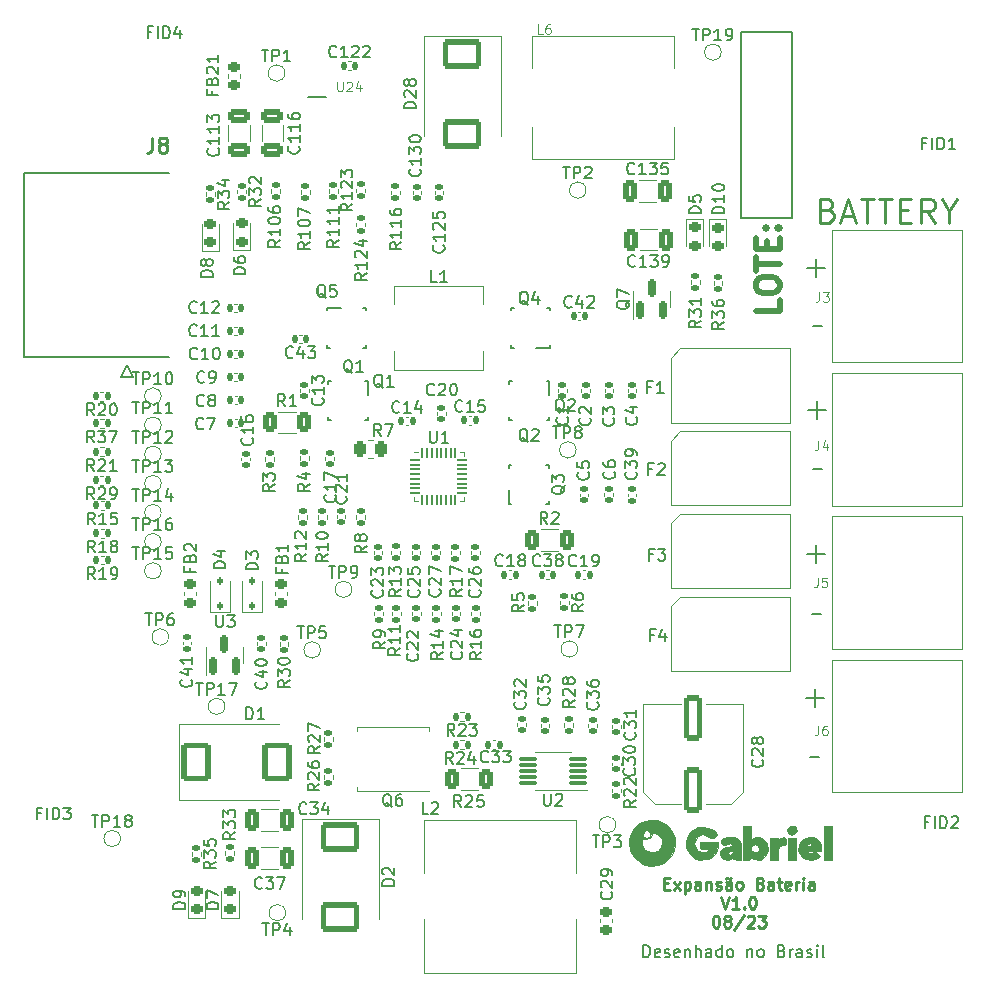
<source format=gto>
G04 #@! TF.GenerationSoftware,KiCad,Pcbnew,7.0.6-0*
G04 #@! TF.CreationDate,2023-08-16T18:23:03-03:00*
G04 #@! TF.ProjectId,expansao_bateria_rev1.0.0,65787061-6e73-4616-9f5f-626174657269,rev?*
G04 #@! TF.SameCoordinates,Original*
G04 #@! TF.FileFunction,Legend,Top*
G04 #@! TF.FilePolarity,Positive*
%FSLAX46Y46*%
G04 Gerber Fmt 4.6, Leading zero omitted, Abs format (unit mm)*
G04 Created by KiCad (PCBNEW 7.0.6-0) date 2023-08-16 18:23:03*
%MOMM*%
%LPD*%
G01*
G04 APERTURE LIST*
G04 Aperture macros list*
%AMRoundRect*
0 Rectangle with rounded corners*
0 $1 Rounding radius*
0 $2 $3 $4 $5 $6 $7 $8 $9 X,Y pos of 4 corners*
0 Add a 4 corners polygon primitive as box body*
4,1,4,$2,$3,$4,$5,$6,$7,$8,$9,$2,$3,0*
0 Add four circle primitives for the rounded corners*
1,1,$1+$1,$2,$3*
1,1,$1+$1,$4,$5*
1,1,$1+$1,$6,$7*
1,1,$1+$1,$8,$9*
0 Add four rect primitives between the rounded corners*
20,1,$1+$1,$2,$3,$4,$5,0*
20,1,$1+$1,$4,$5,$6,$7,0*
20,1,$1+$1,$6,$7,$8,$9,0*
20,1,$1+$1,$8,$9,$2,$3,0*%
%AMFreePoly0*
4,1,17,2.675000,1.605000,1.875000,1.605000,1.875000,0.935000,2.675000,0.935000,2.675000,0.335000,1.875000,0.335000,1.875000,-0.335000,2.675000,-0.335000,2.675000,-0.935000,1.875000,-0.935000,1.875000,-1.605000,2.675000,-1.605000,2.675000,-2.205000,-1.875000,-2.205000,-1.875000,2.205000,2.675000,2.205000,2.675000,1.605000,2.675000,1.605000,$1*%
G04 Aperture macros list end*
%ADD10C,0.150000*%
%ADD11C,0.200000*%
%ADD12C,0.250000*%
%ADD13C,0.500000*%
%ADD14C,0.120000*%
%ADD15C,0.254000*%
%ADD16C,0.010000*%
%ADD17C,0.127000*%
%ADD18R,2.500000X5.300000*%
%ADD19RoundRect,0.250000X0.550000X-1.712500X0.550000X1.712500X-0.550000X1.712500X-0.550000X-1.712500X0*%
%ADD20RoundRect,0.135000X-0.185000X0.135000X-0.185000X-0.135000X0.185000X-0.135000X0.185000X0.135000X0*%
%ADD21RoundRect,0.135000X0.185000X-0.135000X0.185000X0.135000X-0.185000X0.135000X-0.185000X-0.135000X0*%
%ADD22R,0.399999X0.700001*%
%ADD23RoundRect,0.218750X-0.256250X0.218750X-0.256250X-0.218750X0.256250X-0.218750X0.256250X0.218750X0*%
%ADD24RoundRect,0.140000X-0.170000X0.140000X-0.170000X-0.140000X0.170000X-0.140000X0.170000X0.140000X0*%
%ADD25RoundRect,0.250000X-0.325000X-0.650000X0.325000X-0.650000X0.325000X0.650000X-0.325000X0.650000X0*%
%ADD26RoundRect,0.140000X-0.140000X-0.170000X0.140000X-0.170000X0.140000X0.170000X-0.140000X0.170000X0*%
%ADD27C,2.000000*%
%ADD28RoundRect,0.250000X-0.312500X-0.625000X0.312500X-0.625000X0.312500X0.625000X-0.312500X0.625000X0*%
%ADD29RoundRect,0.140000X0.140000X0.170000X-0.140000X0.170000X-0.140000X-0.170000X0.140000X-0.170000X0*%
%ADD30RoundRect,0.075000X0.650000X0.075000X-0.650000X0.075000X-0.650000X-0.075000X0.650000X-0.075000X0*%
%ADD31R,1.680000X1.880000*%
%ADD32C,1.000000*%
%ADD33RoundRect,0.150000X0.150000X-0.587500X0.150000X0.587500X-0.150000X0.587500X-0.150000X-0.587500X0*%
%ADD34C,4.300000*%
%ADD35RoundRect,0.218750X0.256250X-0.218750X0.256250X0.218750X-0.256250X0.218750X-0.256250X-0.218750X0*%
%ADD36RoundRect,0.140000X0.170000X-0.140000X0.170000X0.140000X-0.170000X0.140000X-0.170000X-0.140000X0*%
%ADD37RoundRect,0.135000X0.135000X0.185000X-0.135000X0.185000X-0.135000X-0.185000X0.135000X-0.185000X0*%
%ADD38RoundRect,0.250000X0.650000X-0.325000X0.650000X0.325000X-0.650000X0.325000X-0.650000X-0.325000X0*%
%ADD39R,3.500000X4.000000*%
%ADD40RoundRect,0.050000X-0.337500X-0.050000X0.337500X-0.050000X0.337500X0.050000X-0.337500X0.050000X0*%
%ADD41RoundRect,0.050000X-0.050000X-0.337500X0.050000X-0.337500X0.050000X0.337500X-0.050000X0.337500X0*%
%ADD42R,2.800000X2.800000*%
%ADD43RoundRect,0.250000X0.325000X0.650000X-0.325000X0.650000X-0.325000X-0.650000X0.325000X-0.650000X0*%
%ADD44RoundRect,0.250000X1.000000X-1.400000X1.000000X1.400000X-1.000000X1.400000X-1.000000X-1.400000X0*%
%ADD45C,1.524000*%
%ADD46RoundRect,0.250000X-1.400000X-1.000000X1.400000X-1.000000X1.400000X1.000000X-1.400000X1.000000X0*%
%ADD47RoundRect,0.250000X-0.650000X0.325000X-0.650000X-0.325000X0.650000X-0.325000X0.650000X0.325000X0*%
%ADD48RoundRect,0.225000X-0.250000X0.225000X-0.250000X-0.225000X0.250000X-0.225000X0.250000X0.225000X0*%
%ADD49RoundRect,0.112500X0.112500X-0.187500X0.112500X0.187500X-0.112500X0.187500X-0.112500X-0.187500X0*%
%ADD50R,0.700001X0.399999*%
%ADD51C,3.000000*%
%ADD52R,1.520000X1.520000*%
%ADD53C,1.520000*%
%ADD54R,1.525000X0.650000*%
%ADD55R,2.400000X3.100000*%
%ADD56R,3.175000X3.300000*%
%ADD57FreePoly0,180.000000*%
%ADD58R,0.850000X0.500000*%
%ADD59RoundRect,0.250000X-0.262500X-0.450000X0.262500X-0.450000X0.262500X0.450000X-0.262500X0.450000X0*%
%ADD60R,2.350000X3.500000*%
G04 APERTURE END LIST*
D10*
X60787000Y-1098000D02*
X65105000Y-1098000D01*
X65105000Y-16766000D01*
X60787000Y-16766000D01*
X60787000Y-1098000D01*
D11*
X52495951Y-79381219D02*
X52495951Y-78381219D01*
X52495951Y-78381219D02*
X52734046Y-78381219D01*
X52734046Y-78381219D02*
X52876903Y-78428838D01*
X52876903Y-78428838D02*
X52972141Y-78524076D01*
X52972141Y-78524076D02*
X53019760Y-78619314D01*
X53019760Y-78619314D02*
X53067379Y-78809790D01*
X53067379Y-78809790D02*
X53067379Y-78952647D01*
X53067379Y-78952647D02*
X53019760Y-79143123D01*
X53019760Y-79143123D02*
X52972141Y-79238361D01*
X52972141Y-79238361D02*
X52876903Y-79333600D01*
X52876903Y-79333600D02*
X52734046Y-79381219D01*
X52734046Y-79381219D02*
X52495951Y-79381219D01*
X53876903Y-79333600D02*
X53781665Y-79381219D01*
X53781665Y-79381219D02*
X53591189Y-79381219D01*
X53591189Y-79381219D02*
X53495951Y-79333600D01*
X53495951Y-79333600D02*
X53448332Y-79238361D01*
X53448332Y-79238361D02*
X53448332Y-78857409D01*
X53448332Y-78857409D02*
X53495951Y-78762171D01*
X53495951Y-78762171D02*
X53591189Y-78714552D01*
X53591189Y-78714552D02*
X53781665Y-78714552D01*
X53781665Y-78714552D02*
X53876903Y-78762171D01*
X53876903Y-78762171D02*
X53924522Y-78857409D01*
X53924522Y-78857409D02*
X53924522Y-78952647D01*
X53924522Y-78952647D02*
X53448332Y-79047885D01*
X54305475Y-79333600D02*
X54400713Y-79381219D01*
X54400713Y-79381219D02*
X54591189Y-79381219D01*
X54591189Y-79381219D02*
X54686427Y-79333600D01*
X54686427Y-79333600D02*
X54734046Y-79238361D01*
X54734046Y-79238361D02*
X54734046Y-79190742D01*
X54734046Y-79190742D02*
X54686427Y-79095504D01*
X54686427Y-79095504D02*
X54591189Y-79047885D01*
X54591189Y-79047885D02*
X54448332Y-79047885D01*
X54448332Y-79047885D02*
X54353094Y-79000266D01*
X54353094Y-79000266D02*
X54305475Y-78905028D01*
X54305475Y-78905028D02*
X54305475Y-78857409D01*
X54305475Y-78857409D02*
X54353094Y-78762171D01*
X54353094Y-78762171D02*
X54448332Y-78714552D01*
X54448332Y-78714552D02*
X54591189Y-78714552D01*
X54591189Y-78714552D02*
X54686427Y-78762171D01*
X55543570Y-79333600D02*
X55448332Y-79381219D01*
X55448332Y-79381219D02*
X55257856Y-79381219D01*
X55257856Y-79381219D02*
X55162618Y-79333600D01*
X55162618Y-79333600D02*
X55114999Y-79238361D01*
X55114999Y-79238361D02*
X55114999Y-78857409D01*
X55114999Y-78857409D02*
X55162618Y-78762171D01*
X55162618Y-78762171D02*
X55257856Y-78714552D01*
X55257856Y-78714552D02*
X55448332Y-78714552D01*
X55448332Y-78714552D02*
X55543570Y-78762171D01*
X55543570Y-78762171D02*
X55591189Y-78857409D01*
X55591189Y-78857409D02*
X55591189Y-78952647D01*
X55591189Y-78952647D02*
X55114999Y-79047885D01*
X56019761Y-78714552D02*
X56019761Y-79381219D01*
X56019761Y-78809790D02*
X56067380Y-78762171D01*
X56067380Y-78762171D02*
X56162618Y-78714552D01*
X56162618Y-78714552D02*
X56305475Y-78714552D01*
X56305475Y-78714552D02*
X56400713Y-78762171D01*
X56400713Y-78762171D02*
X56448332Y-78857409D01*
X56448332Y-78857409D02*
X56448332Y-79381219D01*
X56924523Y-79381219D02*
X56924523Y-78381219D01*
X57353094Y-79381219D02*
X57353094Y-78857409D01*
X57353094Y-78857409D02*
X57305475Y-78762171D01*
X57305475Y-78762171D02*
X57210237Y-78714552D01*
X57210237Y-78714552D02*
X57067380Y-78714552D01*
X57067380Y-78714552D02*
X56972142Y-78762171D01*
X56972142Y-78762171D02*
X56924523Y-78809790D01*
X58257856Y-79381219D02*
X58257856Y-78857409D01*
X58257856Y-78857409D02*
X58210237Y-78762171D01*
X58210237Y-78762171D02*
X58114999Y-78714552D01*
X58114999Y-78714552D02*
X57924523Y-78714552D01*
X57924523Y-78714552D02*
X57829285Y-78762171D01*
X58257856Y-79333600D02*
X58162618Y-79381219D01*
X58162618Y-79381219D02*
X57924523Y-79381219D01*
X57924523Y-79381219D02*
X57829285Y-79333600D01*
X57829285Y-79333600D02*
X57781666Y-79238361D01*
X57781666Y-79238361D02*
X57781666Y-79143123D01*
X57781666Y-79143123D02*
X57829285Y-79047885D01*
X57829285Y-79047885D02*
X57924523Y-79000266D01*
X57924523Y-79000266D02*
X58162618Y-79000266D01*
X58162618Y-79000266D02*
X58257856Y-78952647D01*
X59162618Y-79381219D02*
X59162618Y-78381219D01*
X59162618Y-79333600D02*
X59067380Y-79381219D01*
X59067380Y-79381219D02*
X58876904Y-79381219D01*
X58876904Y-79381219D02*
X58781666Y-79333600D01*
X58781666Y-79333600D02*
X58734047Y-79285980D01*
X58734047Y-79285980D02*
X58686428Y-79190742D01*
X58686428Y-79190742D02*
X58686428Y-78905028D01*
X58686428Y-78905028D02*
X58734047Y-78809790D01*
X58734047Y-78809790D02*
X58781666Y-78762171D01*
X58781666Y-78762171D02*
X58876904Y-78714552D01*
X58876904Y-78714552D02*
X59067380Y-78714552D01*
X59067380Y-78714552D02*
X59162618Y-78762171D01*
X59781666Y-79381219D02*
X59686428Y-79333600D01*
X59686428Y-79333600D02*
X59638809Y-79285980D01*
X59638809Y-79285980D02*
X59591190Y-79190742D01*
X59591190Y-79190742D02*
X59591190Y-78905028D01*
X59591190Y-78905028D02*
X59638809Y-78809790D01*
X59638809Y-78809790D02*
X59686428Y-78762171D01*
X59686428Y-78762171D02*
X59781666Y-78714552D01*
X59781666Y-78714552D02*
X59924523Y-78714552D01*
X59924523Y-78714552D02*
X60019761Y-78762171D01*
X60019761Y-78762171D02*
X60067380Y-78809790D01*
X60067380Y-78809790D02*
X60114999Y-78905028D01*
X60114999Y-78905028D02*
X60114999Y-79190742D01*
X60114999Y-79190742D02*
X60067380Y-79285980D01*
X60067380Y-79285980D02*
X60019761Y-79333600D01*
X60019761Y-79333600D02*
X59924523Y-79381219D01*
X59924523Y-79381219D02*
X59781666Y-79381219D01*
X61305476Y-78714552D02*
X61305476Y-79381219D01*
X61305476Y-78809790D02*
X61353095Y-78762171D01*
X61353095Y-78762171D02*
X61448333Y-78714552D01*
X61448333Y-78714552D02*
X61591190Y-78714552D01*
X61591190Y-78714552D02*
X61686428Y-78762171D01*
X61686428Y-78762171D02*
X61734047Y-78857409D01*
X61734047Y-78857409D02*
X61734047Y-79381219D01*
X62353095Y-79381219D02*
X62257857Y-79333600D01*
X62257857Y-79333600D02*
X62210238Y-79285980D01*
X62210238Y-79285980D02*
X62162619Y-79190742D01*
X62162619Y-79190742D02*
X62162619Y-78905028D01*
X62162619Y-78905028D02*
X62210238Y-78809790D01*
X62210238Y-78809790D02*
X62257857Y-78762171D01*
X62257857Y-78762171D02*
X62353095Y-78714552D01*
X62353095Y-78714552D02*
X62495952Y-78714552D01*
X62495952Y-78714552D02*
X62591190Y-78762171D01*
X62591190Y-78762171D02*
X62638809Y-78809790D01*
X62638809Y-78809790D02*
X62686428Y-78905028D01*
X62686428Y-78905028D02*
X62686428Y-79190742D01*
X62686428Y-79190742D02*
X62638809Y-79285980D01*
X62638809Y-79285980D02*
X62591190Y-79333600D01*
X62591190Y-79333600D02*
X62495952Y-79381219D01*
X62495952Y-79381219D02*
X62353095Y-79381219D01*
X64210238Y-78857409D02*
X64353095Y-78905028D01*
X64353095Y-78905028D02*
X64400714Y-78952647D01*
X64400714Y-78952647D02*
X64448333Y-79047885D01*
X64448333Y-79047885D02*
X64448333Y-79190742D01*
X64448333Y-79190742D02*
X64400714Y-79285980D01*
X64400714Y-79285980D02*
X64353095Y-79333600D01*
X64353095Y-79333600D02*
X64257857Y-79381219D01*
X64257857Y-79381219D02*
X63876905Y-79381219D01*
X63876905Y-79381219D02*
X63876905Y-78381219D01*
X63876905Y-78381219D02*
X64210238Y-78381219D01*
X64210238Y-78381219D02*
X64305476Y-78428838D01*
X64305476Y-78428838D02*
X64353095Y-78476457D01*
X64353095Y-78476457D02*
X64400714Y-78571695D01*
X64400714Y-78571695D02*
X64400714Y-78666933D01*
X64400714Y-78666933D02*
X64353095Y-78762171D01*
X64353095Y-78762171D02*
X64305476Y-78809790D01*
X64305476Y-78809790D02*
X64210238Y-78857409D01*
X64210238Y-78857409D02*
X63876905Y-78857409D01*
X64876905Y-79381219D02*
X64876905Y-78714552D01*
X64876905Y-78905028D02*
X64924524Y-78809790D01*
X64924524Y-78809790D02*
X64972143Y-78762171D01*
X64972143Y-78762171D02*
X65067381Y-78714552D01*
X65067381Y-78714552D02*
X65162619Y-78714552D01*
X65924524Y-79381219D02*
X65924524Y-78857409D01*
X65924524Y-78857409D02*
X65876905Y-78762171D01*
X65876905Y-78762171D02*
X65781667Y-78714552D01*
X65781667Y-78714552D02*
X65591191Y-78714552D01*
X65591191Y-78714552D02*
X65495953Y-78762171D01*
X65924524Y-79333600D02*
X65829286Y-79381219D01*
X65829286Y-79381219D02*
X65591191Y-79381219D01*
X65591191Y-79381219D02*
X65495953Y-79333600D01*
X65495953Y-79333600D02*
X65448334Y-79238361D01*
X65448334Y-79238361D02*
X65448334Y-79143123D01*
X65448334Y-79143123D02*
X65495953Y-79047885D01*
X65495953Y-79047885D02*
X65591191Y-79000266D01*
X65591191Y-79000266D02*
X65829286Y-79000266D01*
X65829286Y-79000266D02*
X65924524Y-78952647D01*
X66353096Y-79333600D02*
X66448334Y-79381219D01*
X66448334Y-79381219D02*
X66638810Y-79381219D01*
X66638810Y-79381219D02*
X66734048Y-79333600D01*
X66734048Y-79333600D02*
X66781667Y-79238361D01*
X66781667Y-79238361D02*
X66781667Y-79190742D01*
X66781667Y-79190742D02*
X66734048Y-79095504D01*
X66734048Y-79095504D02*
X66638810Y-79047885D01*
X66638810Y-79047885D02*
X66495953Y-79047885D01*
X66495953Y-79047885D02*
X66400715Y-79000266D01*
X66400715Y-79000266D02*
X66353096Y-78905028D01*
X66353096Y-78905028D02*
X66353096Y-78857409D01*
X66353096Y-78857409D02*
X66400715Y-78762171D01*
X66400715Y-78762171D02*
X66495953Y-78714552D01*
X66495953Y-78714552D02*
X66638810Y-78714552D01*
X66638810Y-78714552D02*
X66734048Y-78762171D01*
X67210239Y-79381219D02*
X67210239Y-78714552D01*
X67210239Y-78381219D02*
X67162620Y-78428838D01*
X67162620Y-78428838D02*
X67210239Y-78476457D01*
X67210239Y-78476457D02*
X67257858Y-78428838D01*
X67257858Y-78428838D02*
X67210239Y-78381219D01*
X67210239Y-78381219D02*
X67210239Y-78476457D01*
X67829286Y-79381219D02*
X67734048Y-79333600D01*
X67734048Y-79333600D02*
X67686429Y-79238361D01*
X67686429Y-79238361D02*
X67686429Y-78381219D01*
D10*
X66827779Y-38080866D02*
X67589684Y-38080866D01*
X66622779Y-62459866D02*
X67384684Y-62459866D01*
X66738779Y-50298866D02*
X67500684Y-50298866D01*
X66470874Y-33033533D02*
X67994684Y-33033533D01*
X67232779Y-33795438D02*
X67232779Y-32271628D01*
D12*
X54273666Y-73141809D02*
X54606999Y-73141809D01*
X54749856Y-73665619D02*
X54273666Y-73665619D01*
X54273666Y-73665619D02*
X54273666Y-72665619D01*
X54273666Y-72665619D02*
X54749856Y-72665619D01*
X55083190Y-73665619D02*
X55606999Y-72998952D01*
X55083190Y-72998952D02*
X55606999Y-73665619D01*
X55987952Y-72998952D02*
X55987952Y-73998952D01*
X55987952Y-73046571D02*
X56083190Y-72998952D01*
X56083190Y-72998952D02*
X56273666Y-72998952D01*
X56273666Y-72998952D02*
X56368904Y-73046571D01*
X56368904Y-73046571D02*
X56416523Y-73094190D01*
X56416523Y-73094190D02*
X56464142Y-73189428D01*
X56464142Y-73189428D02*
X56464142Y-73475142D01*
X56464142Y-73475142D02*
X56416523Y-73570380D01*
X56416523Y-73570380D02*
X56368904Y-73618000D01*
X56368904Y-73618000D02*
X56273666Y-73665619D01*
X56273666Y-73665619D02*
X56083190Y-73665619D01*
X56083190Y-73665619D02*
X55987952Y-73618000D01*
X57321285Y-73665619D02*
X57321285Y-73141809D01*
X57321285Y-73141809D02*
X57273666Y-73046571D01*
X57273666Y-73046571D02*
X57178428Y-72998952D01*
X57178428Y-72998952D02*
X56987952Y-72998952D01*
X56987952Y-72998952D02*
X56892714Y-73046571D01*
X57321285Y-73618000D02*
X57226047Y-73665619D01*
X57226047Y-73665619D02*
X56987952Y-73665619D01*
X56987952Y-73665619D02*
X56892714Y-73618000D01*
X56892714Y-73618000D02*
X56845095Y-73522761D01*
X56845095Y-73522761D02*
X56845095Y-73427523D01*
X56845095Y-73427523D02*
X56892714Y-73332285D01*
X56892714Y-73332285D02*
X56987952Y-73284666D01*
X56987952Y-73284666D02*
X57226047Y-73284666D01*
X57226047Y-73284666D02*
X57321285Y-73237047D01*
X57797476Y-72998952D02*
X57797476Y-73665619D01*
X57797476Y-73094190D02*
X57845095Y-73046571D01*
X57845095Y-73046571D02*
X57940333Y-72998952D01*
X57940333Y-72998952D02*
X58083190Y-72998952D01*
X58083190Y-72998952D02*
X58178428Y-73046571D01*
X58178428Y-73046571D02*
X58226047Y-73141809D01*
X58226047Y-73141809D02*
X58226047Y-73665619D01*
X58654619Y-73618000D02*
X58749857Y-73665619D01*
X58749857Y-73665619D02*
X58940333Y-73665619D01*
X58940333Y-73665619D02*
X59035571Y-73618000D01*
X59035571Y-73618000D02*
X59083190Y-73522761D01*
X59083190Y-73522761D02*
X59083190Y-73475142D01*
X59083190Y-73475142D02*
X59035571Y-73379904D01*
X59035571Y-73379904D02*
X58940333Y-73332285D01*
X58940333Y-73332285D02*
X58797476Y-73332285D01*
X58797476Y-73332285D02*
X58702238Y-73284666D01*
X58702238Y-73284666D02*
X58654619Y-73189428D01*
X58654619Y-73189428D02*
X58654619Y-73141809D01*
X58654619Y-73141809D02*
X58702238Y-73046571D01*
X58702238Y-73046571D02*
X58797476Y-72998952D01*
X58797476Y-72998952D02*
X58940333Y-72998952D01*
X58940333Y-72998952D02*
X59035571Y-73046571D01*
X59940333Y-73665619D02*
X59940333Y-73141809D01*
X59940333Y-73141809D02*
X59892714Y-73046571D01*
X59892714Y-73046571D02*
X59797476Y-72998952D01*
X59797476Y-72998952D02*
X59607000Y-72998952D01*
X59607000Y-72998952D02*
X59511762Y-73046571D01*
X59940333Y-73618000D02*
X59845095Y-73665619D01*
X59845095Y-73665619D02*
X59607000Y-73665619D01*
X59607000Y-73665619D02*
X59511762Y-73618000D01*
X59511762Y-73618000D02*
X59464143Y-73522761D01*
X59464143Y-73522761D02*
X59464143Y-73427523D01*
X59464143Y-73427523D02*
X59511762Y-73332285D01*
X59511762Y-73332285D02*
X59607000Y-73284666D01*
X59607000Y-73284666D02*
X59845095Y-73284666D01*
X59845095Y-73284666D02*
X59940333Y-73237047D01*
X59464143Y-72760857D02*
X59511762Y-72713238D01*
X59511762Y-72713238D02*
X59607000Y-72665619D01*
X59607000Y-72665619D02*
X59797476Y-72760857D01*
X59797476Y-72760857D02*
X59892714Y-72713238D01*
X59892714Y-72713238D02*
X59940333Y-72665619D01*
X60559381Y-73665619D02*
X60464143Y-73618000D01*
X60464143Y-73618000D02*
X60416524Y-73570380D01*
X60416524Y-73570380D02*
X60368905Y-73475142D01*
X60368905Y-73475142D02*
X60368905Y-73189428D01*
X60368905Y-73189428D02*
X60416524Y-73094190D01*
X60416524Y-73094190D02*
X60464143Y-73046571D01*
X60464143Y-73046571D02*
X60559381Y-72998952D01*
X60559381Y-72998952D02*
X60702238Y-72998952D01*
X60702238Y-72998952D02*
X60797476Y-73046571D01*
X60797476Y-73046571D02*
X60845095Y-73094190D01*
X60845095Y-73094190D02*
X60892714Y-73189428D01*
X60892714Y-73189428D02*
X60892714Y-73475142D01*
X60892714Y-73475142D02*
X60845095Y-73570380D01*
X60845095Y-73570380D02*
X60797476Y-73618000D01*
X60797476Y-73618000D02*
X60702238Y-73665619D01*
X60702238Y-73665619D02*
X60559381Y-73665619D01*
X62416524Y-73141809D02*
X62559381Y-73189428D01*
X62559381Y-73189428D02*
X62607000Y-73237047D01*
X62607000Y-73237047D02*
X62654619Y-73332285D01*
X62654619Y-73332285D02*
X62654619Y-73475142D01*
X62654619Y-73475142D02*
X62607000Y-73570380D01*
X62607000Y-73570380D02*
X62559381Y-73618000D01*
X62559381Y-73618000D02*
X62464143Y-73665619D01*
X62464143Y-73665619D02*
X62083191Y-73665619D01*
X62083191Y-73665619D02*
X62083191Y-72665619D01*
X62083191Y-72665619D02*
X62416524Y-72665619D01*
X62416524Y-72665619D02*
X62511762Y-72713238D01*
X62511762Y-72713238D02*
X62559381Y-72760857D01*
X62559381Y-72760857D02*
X62607000Y-72856095D01*
X62607000Y-72856095D02*
X62607000Y-72951333D01*
X62607000Y-72951333D02*
X62559381Y-73046571D01*
X62559381Y-73046571D02*
X62511762Y-73094190D01*
X62511762Y-73094190D02*
X62416524Y-73141809D01*
X62416524Y-73141809D02*
X62083191Y-73141809D01*
X63511762Y-73665619D02*
X63511762Y-73141809D01*
X63511762Y-73141809D02*
X63464143Y-73046571D01*
X63464143Y-73046571D02*
X63368905Y-72998952D01*
X63368905Y-72998952D02*
X63178429Y-72998952D01*
X63178429Y-72998952D02*
X63083191Y-73046571D01*
X63511762Y-73618000D02*
X63416524Y-73665619D01*
X63416524Y-73665619D02*
X63178429Y-73665619D01*
X63178429Y-73665619D02*
X63083191Y-73618000D01*
X63083191Y-73618000D02*
X63035572Y-73522761D01*
X63035572Y-73522761D02*
X63035572Y-73427523D01*
X63035572Y-73427523D02*
X63083191Y-73332285D01*
X63083191Y-73332285D02*
X63178429Y-73284666D01*
X63178429Y-73284666D02*
X63416524Y-73284666D01*
X63416524Y-73284666D02*
X63511762Y-73237047D01*
X63845096Y-72998952D02*
X64226048Y-72998952D01*
X63987953Y-72665619D02*
X63987953Y-73522761D01*
X63987953Y-73522761D02*
X64035572Y-73618000D01*
X64035572Y-73618000D02*
X64130810Y-73665619D01*
X64130810Y-73665619D02*
X64226048Y-73665619D01*
X64940334Y-73618000D02*
X64845096Y-73665619D01*
X64845096Y-73665619D02*
X64654620Y-73665619D01*
X64654620Y-73665619D02*
X64559382Y-73618000D01*
X64559382Y-73618000D02*
X64511763Y-73522761D01*
X64511763Y-73522761D02*
X64511763Y-73141809D01*
X64511763Y-73141809D02*
X64559382Y-73046571D01*
X64559382Y-73046571D02*
X64654620Y-72998952D01*
X64654620Y-72998952D02*
X64845096Y-72998952D01*
X64845096Y-72998952D02*
X64940334Y-73046571D01*
X64940334Y-73046571D02*
X64987953Y-73141809D01*
X64987953Y-73141809D02*
X64987953Y-73237047D01*
X64987953Y-73237047D02*
X64511763Y-73332285D01*
X65416525Y-73665619D02*
X65416525Y-72998952D01*
X65416525Y-73189428D02*
X65464144Y-73094190D01*
X65464144Y-73094190D02*
X65511763Y-73046571D01*
X65511763Y-73046571D02*
X65607001Y-72998952D01*
X65607001Y-72998952D02*
X65702239Y-72998952D01*
X66035573Y-73665619D02*
X66035573Y-72998952D01*
X66035573Y-72665619D02*
X65987954Y-72713238D01*
X65987954Y-72713238D02*
X66035573Y-72760857D01*
X66035573Y-72760857D02*
X66083192Y-72713238D01*
X66083192Y-72713238D02*
X66035573Y-72665619D01*
X66035573Y-72665619D02*
X66035573Y-72760857D01*
X66940334Y-73665619D02*
X66940334Y-73141809D01*
X66940334Y-73141809D02*
X66892715Y-73046571D01*
X66892715Y-73046571D02*
X66797477Y-72998952D01*
X66797477Y-72998952D02*
X66607001Y-72998952D01*
X66607001Y-72998952D02*
X66511763Y-73046571D01*
X66940334Y-73618000D02*
X66845096Y-73665619D01*
X66845096Y-73665619D02*
X66607001Y-73665619D01*
X66607001Y-73665619D02*
X66511763Y-73618000D01*
X66511763Y-73618000D02*
X66464144Y-73522761D01*
X66464144Y-73522761D02*
X66464144Y-73427523D01*
X66464144Y-73427523D02*
X66511763Y-73332285D01*
X66511763Y-73332285D02*
X66607001Y-73284666D01*
X66607001Y-73284666D02*
X66845096Y-73284666D01*
X66845096Y-73284666D02*
X66940334Y-73237047D01*
X59083191Y-74275619D02*
X59416524Y-75275619D01*
X59416524Y-75275619D02*
X59749857Y-74275619D01*
X60607000Y-75275619D02*
X60035572Y-75275619D01*
X60321286Y-75275619D02*
X60321286Y-74275619D01*
X60321286Y-74275619D02*
X60226048Y-74418476D01*
X60226048Y-74418476D02*
X60130810Y-74513714D01*
X60130810Y-74513714D02*
X60035572Y-74561333D01*
X61035572Y-75180380D02*
X61083191Y-75228000D01*
X61083191Y-75228000D02*
X61035572Y-75275619D01*
X61035572Y-75275619D02*
X60987953Y-75228000D01*
X60987953Y-75228000D02*
X61035572Y-75180380D01*
X61035572Y-75180380D02*
X61035572Y-75275619D01*
X61702238Y-74275619D02*
X61797476Y-74275619D01*
X61797476Y-74275619D02*
X61892714Y-74323238D01*
X61892714Y-74323238D02*
X61940333Y-74370857D01*
X61940333Y-74370857D02*
X61987952Y-74466095D01*
X61987952Y-74466095D02*
X62035571Y-74656571D01*
X62035571Y-74656571D02*
X62035571Y-74894666D01*
X62035571Y-74894666D02*
X61987952Y-75085142D01*
X61987952Y-75085142D02*
X61940333Y-75180380D01*
X61940333Y-75180380D02*
X61892714Y-75228000D01*
X61892714Y-75228000D02*
X61797476Y-75275619D01*
X61797476Y-75275619D02*
X61702238Y-75275619D01*
X61702238Y-75275619D02*
X61607000Y-75228000D01*
X61607000Y-75228000D02*
X61559381Y-75180380D01*
X61559381Y-75180380D02*
X61511762Y-75085142D01*
X61511762Y-75085142D02*
X61464143Y-74894666D01*
X61464143Y-74894666D02*
X61464143Y-74656571D01*
X61464143Y-74656571D02*
X61511762Y-74466095D01*
X61511762Y-74466095D02*
X61559381Y-74370857D01*
X61559381Y-74370857D02*
X61607000Y-74323238D01*
X61607000Y-74323238D02*
X61702238Y-74275619D01*
X58607000Y-75885619D02*
X58702238Y-75885619D01*
X58702238Y-75885619D02*
X58797476Y-75933238D01*
X58797476Y-75933238D02*
X58845095Y-75980857D01*
X58845095Y-75980857D02*
X58892714Y-76076095D01*
X58892714Y-76076095D02*
X58940333Y-76266571D01*
X58940333Y-76266571D02*
X58940333Y-76504666D01*
X58940333Y-76504666D02*
X58892714Y-76695142D01*
X58892714Y-76695142D02*
X58845095Y-76790380D01*
X58845095Y-76790380D02*
X58797476Y-76838000D01*
X58797476Y-76838000D02*
X58702238Y-76885619D01*
X58702238Y-76885619D02*
X58607000Y-76885619D01*
X58607000Y-76885619D02*
X58511762Y-76838000D01*
X58511762Y-76838000D02*
X58464143Y-76790380D01*
X58464143Y-76790380D02*
X58416524Y-76695142D01*
X58416524Y-76695142D02*
X58368905Y-76504666D01*
X58368905Y-76504666D02*
X58368905Y-76266571D01*
X58368905Y-76266571D02*
X58416524Y-76076095D01*
X58416524Y-76076095D02*
X58464143Y-75980857D01*
X58464143Y-75980857D02*
X58511762Y-75933238D01*
X58511762Y-75933238D02*
X58607000Y-75885619D01*
X59511762Y-76314190D02*
X59416524Y-76266571D01*
X59416524Y-76266571D02*
X59368905Y-76218952D01*
X59368905Y-76218952D02*
X59321286Y-76123714D01*
X59321286Y-76123714D02*
X59321286Y-76076095D01*
X59321286Y-76076095D02*
X59368905Y-75980857D01*
X59368905Y-75980857D02*
X59416524Y-75933238D01*
X59416524Y-75933238D02*
X59511762Y-75885619D01*
X59511762Y-75885619D02*
X59702238Y-75885619D01*
X59702238Y-75885619D02*
X59797476Y-75933238D01*
X59797476Y-75933238D02*
X59845095Y-75980857D01*
X59845095Y-75980857D02*
X59892714Y-76076095D01*
X59892714Y-76076095D02*
X59892714Y-76123714D01*
X59892714Y-76123714D02*
X59845095Y-76218952D01*
X59845095Y-76218952D02*
X59797476Y-76266571D01*
X59797476Y-76266571D02*
X59702238Y-76314190D01*
X59702238Y-76314190D02*
X59511762Y-76314190D01*
X59511762Y-76314190D02*
X59416524Y-76361809D01*
X59416524Y-76361809D02*
X59368905Y-76409428D01*
X59368905Y-76409428D02*
X59321286Y-76504666D01*
X59321286Y-76504666D02*
X59321286Y-76695142D01*
X59321286Y-76695142D02*
X59368905Y-76790380D01*
X59368905Y-76790380D02*
X59416524Y-76838000D01*
X59416524Y-76838000D02*
X59511762Y-76885619D01*
X59511762Y-76885619D02*
X59702238Y-76885619D01*
X59702238Y-76885619D02*
X59797476Y-76838000D01*
X59797476Y-76838000D02*
X59845095Y-76790380D01*
X59845095Y-76790380D02*
X59892714Y-76695142D01*
X59892714Y-76695142D02*
X59892714Y-76504666D01*
X59892714Y-76504666D02*
X59845095Y-76409428D01*
X59845095Y-76409428D02*
X59797476Y-76361809D01*
X59797476Y-76361809D02*
X59702238Y-76314190D01*
X61035571Y-75838000D02*
X60178429Y-77123714D01*
X61321286Y-75980857D02*
X61368905Y-75933238D01*
X61368905Y-75933238D02*
X61464143Y-75885619D01*
X61464143Y-75885619D02*
X61702238Y-75885619D01*
X61702238Y-75885619D02*
X61797476Y-75933238D01*
X61797476Y-75933238D02*
X61845095Y-75980857D01*
X61845095Y-75980857D02*
X61892714Y-76076095D01*
X61892714Y-76076095D02*
X61892714Y-76171333D01*
X61892714Y-76171333D02*
X61845095Y-76314190D01*
X61845095Y-76314190D02*
X61273667Y-76885619D01*
X61273667Y-76885619D02*
X61892714Y-76885619D01*
X62226048Y-75885619D02*
X62845095Y-75885619D01*
X62845095Y-75885619D02*
X62511762Y-76266571D01*
X62511762Y-76266571D02*
X62654619Y-76266571D01*
X62654619Y-76266571D02*
X62749857Y-76314190D01*
X62749857Y-76314190D02*
X62797476Y-76361809D01*
X62797476Y-76361809D02*
X62845095Y-76457047D01*
X62845095Y-76457047D02*
X62845095Y-76695142D01*
X62845095Y-76695142D02*
X62797476Y-76790380D01*
X62797476Y-76790380D02*
X62749857Y-76838000D01*
X62749857Y-76838000D02*
X62654619Y-76885619D01*
X62654619Y-76885619D02*
X62368905Y-76885619D01*
X62368905Y-76885619D02*
X62273667Y-76838000D01*
X62273667Y-76838000D02*
X62226048Y-76790380D01*
D10*
X66827779Y-25934866D02*
X67589684Y-25934866D01*
X66381874Y-45251533D02*
X67905684Y-45251533D01*
X67143779Y-46013438D02*
X67143779Y-44489628D01*
D13*
X64031238Y-23735428D02*
X64031238Y-24687809D01*
X64031238Y-24687809D02*
X62031238Y-24687809D01*
X62031238Y-22687809D02*
X62031238Y-22306856D01*
X62031238Y-22306856D02*
X62126476Y-22116380D01*
X62126476Y-22116380D02*
X62316952Y-21925904D01*
X62316952Y-21925904D02*
X62697904Y-21830666D01*
X62697904Y-21830666D02*
X63364571Y-21830666D01*
X63364571Y-21830666D02*
X63745523Y-21925904D01*
X63745523Y-21925904D02*
X63936000Y-22116380D01*
X63936000Y-22116380D02*
X64031238Y-22306856D01*
X64031238Y-22306856D02*
X64031238Y-22687809D01*
X64031238Y-22687809D02*
X63936000Y-22878285D01*
X63936000Y-22878285D02*
X63745523Y-23068761D01*
X63745523Y-23068761D02*
X63364571Y-23163999D01*
X63364571Y-23163999D02*
X62697904Y-23163999D01*
X62697904Y-23163999D02*
X62316952Y-23068761D01*
X62316952Y-23068761D02*
X62126476Y-22878285D01*
X62126476Y-22878285D02*
X62031238Y-22687809D01*
X62031238Y-21259237D02*
X62031238Y-20116380D01*
X64031238Y-20687809D02*
X62031238Y-20687809D01*
X62983619Y-19449713D02*
X62983619Y-18783046D01*
X64031238Y-18497332D02*
X64031238Y-19449713D01*
X64031238Y-19449713D02*
X62031238Y-19449713D01*
X62031238Y-19449713D02*
X62031238Y-18497332D01*
X63840761Y-17640189D02*
X63936000Y-17544951D01*
X63936000Y-17544951D02*
X64031238Y-17640189D01*
X64031238Y-17640189D02*
X63936000Y-17735427D01*
X63936000Y-17735427D02*
X63840761Y-17640189D01*
X63840761Y-17640189D02*
X64031238Y-17640189D01*
X62793142Y-17640189D02*
X62888380Y-17544951D01*
X62888380Y-17544951D02*
X62983619Y-17640189D01*
X62983619Y-17640189D02*
X62888380Y-17735427D01*
X62888380Y-17735427D02*
X62793142Y-17640189D01*
X62793142Y-17640189D02*
X62983619Y-17640189D01*
D10*
X66265874Y-57412533D02*
X67789684Y-57412533D01*
X67027779Y-58174438D02*
X67027779Y-56650628D01*
X66385874Y-21057533D02*
X67909684Y-21057533D01*
X67147779Y-21819438D02*
X67147779Y-20295628D01*
D12*
X68122999Y-16145619D02*
X68408713Y-16240857D01*
X68408713Y-16240857D02*
X68503951Y-16336095D01*
X68503951Y-16336095D02*
X68599189Y-16526571D01*
X68599189Y-16526571D02*
X68599189Y-16812285D01*
X68599189Y-16812285D02*
X68503951Y-17002761D01*
X68503951Y-17002761D02*
X68408713Y-17098000D01*
X68408713Y-17098000D02*
X68218237Y-17193238D01*
X68218237Y-17193238D02*
X67456332Y-17193238D01*
X67456332Y-17193238D02*
X67456332Y-15193238D01*
X67456332Y-15193238D02*
X68122999Y-15193238D01*
X68122999Y-15193238D02*
X68313475Y-15288476D01*
X68313475Y-15288476D02*
X68408713Y-15383714D01*
X68408713Y-15383714D02*
X68503951Y-15574190D01*
X68503951Y-15574190D02*
X68503951Y-15764666D01*
X68503951Y-15764666D02*
X68408713Y-15955142D01*
X68408713Y-15955142D02*
X68313475Y-16050380D01*
X68313475Y-16050380D02*
X68122999Y-16145619D01*
X68122999Y-16145619D02*
X67456332Y-16145619D01*
X69361094Y-16621809D02*
X70313475Y-16621809D01*
X69170618Y-17193238D02*
X69837284Y-15193238D01*
X69837284Y-15193238D02*
X70503951Y-17193238D01*
X70884904Y-15193238D02*
X72027761Y-15193238D01*
X71456332Y-17193238D02*
X71456332Y-15193238D01*
X72408714Y-15193238D02*
X73551571Y-15193238D01*
X72980142Y-17193238D02*
X72980142Y-15193238D01*
X74218238Y-16145619D02*
X74884905Y-16145619D01*
X75170619Y-17193238D02*
X74218238Y-17193238D01*
X74218238Y-17193238D02*
X74218238Y-15193238D01*
X74218238Y-15193238D02*
X75170619Y-15193238D01*
X77170619Y-17193238D02*
X76503952Y-16240857D01*
X76027762Y-17193238D02*
X76027762Y-15193238D01*
X76027762Y-15193238D02*
X76789667Y-15193238D01*
X76789667Y-15193238D02*
X76980143Y-15288476D01*
X76980143Y-15288476D02*
X77075381Y-15383714D01*
X77075381Y-15383714D02*
X77170619Y-15574190D01*
X77170619Y-15574190D02*
X77170619Y-15859904D01*
X77170619Y-15859904D02*
X77075381Y-16050380D01*
X77075381Y-16050380D02*
X76980143Y-16145619D01*
X76980143Y-16145619D02*
X76789667Y-16240857D01*
X76789667Y-16240857D02*
X76027762Y-16240857D01*
X78408714Y-16240857D02*
X78408714Y-17193238D01*
X77742048Y-15193238D02*
X78408714Y-16240857D01*
X78408714Y-16240857D02*
X79075381Y-15193238D01*
D10*
X53259666Y-38044675D02*
X52926333Y-38044675D01*
X52926333Y-38568485D02*
X52926333Y-37568485D01*
X52926333Y-37568485D02*
X53402523Y-37568485D01*
X53735857Y-37663723D02*
X53783476Y-37616104D01*
X53783476Y-37616104D02*
X53878714Y-37568485D01*
X53878714Y-37568485D02*
X54116809Y-37568485D01*
X54116809Y-37568485D02*
X54212047Y-37616104D01*
X54212047Y-37616104D02*
X54259666Y-37663723D01*
X54259666Y-37663723D02*
X54307285Y-37758961D01*
X54307285Y-37758961D02*
X54307285Y-37854199D01*
X54307285Y-37854199D02*
X54259666Y-37997056D01*
X54259666Y-37997056D02*
X53688238Y-38568485D01*
X53688238Y-38568485D02*
X54307285Y-38568485D01*
X62561080Y-62661857D02*
X62608700Y-62709476D01*
X62608700Y-62709476D02*
X62656319Y-62852333D01*
X62656319Y-62852333D02*
X62656319Y-62947571D01*
X62656319Y-62947571D02*
X62608700Y-63090428D01*
X62608700Y-63090428D02*
X62513461Y-63185666D01*
X62513461Y-63185666D02*
X62418223Y-63233285D01*
X62418223Y-63233285D02*
X62227747Y-63280904D01*
X62227747Y-63280904D02*
X62084890Y-63280904D01*
X62084890Y-63280904D02*
X61894414Y-63233285D01*
X61894414Y-63233285D02*
X61799176Y-63185666D01*
X61799176Y-63185666D02*
X61703938Y-63090428D01*
X61703938Y-63090428D02*
X61656319Y-62947571D01*
X61656319Y-62947571D02*
X61656319Y-62852333D01*
X61656319Y-62852333D02*
X61703938Y-62709476D01*
X61703938Y-62709476D02*
X61751557Y-62661857D01*
X61751557Y-62280904D02*
X61703938Y-62233285D01*
X61703938Y-62233285D02*
X61656319Y-62138047D01*
X61656319Y-62138047D02*
X61656319Y-61899952D01*
X61656319Y-61899952D02*
X61703938Y-61804714D01*
X61703938Y-61804714D02*
X61751557Y-61757095D01*
X61751557Y-61757095D02*
X61846795Y-61709476D01*
X61846795Y-61709476D02*
X61942033Y-61709476D01*
X61942033Y-61709476D02*
X62084890Y-61757095D01*
X62084890Y-61757095D02*
X62656319Y-62328523D01*
X62656319Y-62328523D02*
X62656319Y-61709476D01*
X62084890Y-61138047D02*
X62037271Y-61233285D01*
X62037271Y-61233285D02*
X61989652Y-61280904D01*
X61989652Y-61280904D02*
X61894414Y-61328523D01*
X61894414Y-61328523D02*
X61846795Y-61328523D01*
X61846795Y-61328523D02*
X61751557Y-61280904D01*
X61751557Y-61280904D02*
X61703938Y-61233285D01*
X61703938Y-61233285D02*
X61656319Y-61138047D01*
X61656319Y-61138047D02*
X61656319Y-60947571D01*
X61656319Y-60947571D02*
X61703938Y-60852333D01*
X61703938Y-60852333D02*
X61751557Y-60804714D01*
X61751557Y-60804714D02*
X61846795Y-60757095D01*
X61846795Y-60757095D02*
X61894414Y-60757095D01*
X61894414Y-60757095D02*
X61989652Y-60804714D01*
X61989652Y-60804714D02*
X62037271Y-60852333D01*
X62037271Y-60852333D02*
X62084890Y-60947571D01*
X62084890Y-60947571D02*
X62084890Y-61138047D01*
X62084890Y-61138047D02*
X62132509Y-61233285D01*
X62132509Y-61233285D02*
X62180128Y-61280904D01*
X62180128Y-61280904D02*
X62275366Y-61328523D01*
X62275366Y-61328523D02*
X62465842Y-61328523D01*
X62465842Y-61328523D02*
X62561080Y-61280904D01*
X62561080Y-61280904D02*
X62608700Y-61233285D01*
X62608700Y-61233285D02*
X62656319Y-61138047D01*
X62656319Y-61138047D02*
X62656319Y-60947571D01*
X62656319Y-60947571D02*
X62608700Y-60852333D01*
X62608700Y-60852333D02*
X62561080Y-60804714D01*
X62561080Y-60804714D02*
X62465842Y-60757095D01*
X62465842Y-60757095D02*
X62275366Y-60757095D01*
X62275366Y-60757095D02*
X62180128Y-60804714D01*
X62180128Y-60804714D02*
X62132509Y-60852333D01*
X62132509Y-60852333D02*
X62084890Y-60947571D01*
X17936819Y-68813857D02*
X17460628Y-69147190D01*
X17936819Y-69385285D02*
X16936819Y-69385285D01*
X16936819Y-69385285D02*
X16936819Y-69004333D01*
X16936819Y-69004333D02*
X16984438Y-68909095D01*
X16984438Y-68909095D02*
X17032057Y-68861476D01*
X17032057Y-68861476D02*
X17127295Y-68813857D01*
X17127295Y-68813857D02*
X17270152Y-68813857D01*
X17270152Y-68813857D02*
X17365390Y-68861476D01*
X17365390Y-68861476D02*
X17413009Y-68909095D01*
X17413009Y-68909095D02*
X17460628Y-69004333D01*
X17460628Y-69004333D02*
X17460628Y-69385285D01*
X16936819Y-68480523D02*
X16936819Y-67861476D01*
X16936819Y-67861476D02*
X17317771Y-68194809D01*
X17317771Y-68194809D02*
X17317771Y-68051952D01*
X17317771Y-68051952D02*
X17365390Y-67956714D01*
X17365390Y-67956714D02*
X17413009Y-67909095D01*
X17413009Y-67909095D02*
X17508247Y-67861476D01*
X17508247Y-67861476D02*
X17746342Y-67861476D01*
X17746342Y-67861476D02*
X17841580Y-67909095D01*
X17841580Y-67909095D02*
X17889200Y-67956714D01*
X17889200Y-67956714D02*
X17936819Y-68051952D01*
X17936819Y-68051952D02*
X17936819Y-68337666D01*
X17936819Y-68337666D02*
X17889200Y-68432904D01*
X17889200Y-68432904D02*
X17841580Y-68480523D01*
X16936819Y-67528142D02*
X16936819Y-66909095D01*
X16936819Y-66909095D02*
X17317771Y-67242428D01*
X17317771Y-67242428D02*
X17317771Y-67099571D01*
X17317771Y-67099571D02*
X17365390Y-67004333D01*
X17365390Y-67004333D02*
X17413009Y-66956714D01*
X17413009Y-66956714D02*
X17508247Y-66909095D01*
X17508247Y-66909095D02*
X17746342Y-66909095D01*
X17746342Y-66909095D02*
X17841580Y-66956714D01*
X17841580Y-66956714D02*
X17889200Y-67004333D01*
X17889200Y-67004333D02*
X17936819Y-67099571D01*
X17936819Y-67099571D02*
X17936819Y-67385285D01*
X17936819Y-67385285D02*
X17889200Y-67480523D01*
X17889200Y-67480523D02*
X17841580Y-67528142D01*
X35510619Y-53589857D02*
X35034428Y-53923190D01*
X35510619Y-54161285D02*
X34510619Y-54161285D01*
X34510619Y-54161285D02*
X34510619Y-53780333D01*
X34510619Y-53780333D02*
X34558238Y-53685095D01*
X34558238Y-53685095D02*
X34605857Y-53637476D01*
X34605857Y-53637476D02*
X34701095Y-53589857D01*
X34701095Y-53589857D02*
X34843952Y-53589857D01*
X34843952Y-53589857D02*
X34939190Y-53637476D01*
X34939190Y-53637476D02*
X34986809Y-53685095D01*
X34986809Y-53685095D02*
X35034428Y-53780333D01*
X35034428Y-53780333D02*
X35034428Y-54161285D01*
X35510619Y-52637476D02*
X35510619Y-53208904D01*
X35510619Y-52923190D02*
X34510619Y-52923190D01*
X34510619Y-52923190D02*
X34653476Y-53018428D01*
X34653476Y-53018428D02*
X34748714Y-53113666D01*
X34748714Y-53113666D02*
X34796333Y-53208904D01*
X34843952Y-51780333D02*
X35510619Y-51780333D01*
X34463000Y-52018428D02*
X35177285Y-52256523D01*
X35177285Y-52256523D02*
X35177285Y-51637476D01*
X59322819Y-25630357D02*
X58846628Y-25963690D01*
X59322819Y-26201785D02*
X58322819Y-26201785D01*
X58322819Y-26201785D02*
X58322819Y-25820833D01*
X58322819Y-25820833D02*
X58370438Y-25725595D01*
X58370438Y-25725595D02*
X58418057Y-25677976D01*
X58418057Y-25677976D02*
X58513295Y-25630357D01*
X58513295Y-25630357D02*
X58656152Y-25630357D01*
X58656152Y-25630357D02*
X58751390Y-25677976D01*
X58751390Y-25677976D02*
X58799009Y-25725595D01*
X58799009Y-25725595D02*
X58846628Y-25820833D01*
X58846628Y-25820833D02*
X58846628Y-26201785D01*
X58322819Y-25297023D02*
X58322819Y-24677976D01*
X58322819Y-24677976D02*
X58703771Y-25011309D01*
X58703771Y-25011309D02*
X58703771Y-24868452D01*
X58703771Y-24868452D02*
X58751390Y-24773214D01*
X58751390Y-24773214D02*
X58799009Y-24725595D01*
X58799009Y-24725595D02*
X58894247Y-24677976D01*
X58894247Y-24677976D02*
X59132342Y-24677976D01*
X59132342Y-24677976D02*
X59227580Y-24725595D01*
X59227580Y-24725595D02*
X59275200Y-24773214D01*
X59275200Y-24773214D02*
X59322819Y-24868452D01*
X59322819Y-24868452D02*
X59322819Y-25154166D01*
X59322819Y-25154166D02*
X59275200Y-25249404D01*
X59275200Y-25249404D02*
X59227580Y-25297023D01*
X58322819Y-23820833D02*
X58322819Y-24011309D01*
X58322819Y-24011309D02*
X58370438Y-24106547D01*
X58370438Y-24106547D02*
X58418057Y-24154166D01*
X58418057Y-24154166D02*
X58560914Y-24249404D01*
X58560914Y-24249404D02*
X58751390Y-24297023D01*
X58751390Y-24297023D02*
X59132342Y-24297023D01*
X59132342Y-24297023D02*
X59227580Y-24249404D01*
X59227580Y-24249404D02*
X59275200Y-24201785D01*
X59275200Y-24201785D02*
X59322819Y-24106547D01*
X59322819Y-24106547D02*
X59322819Y-23916071D01*
X59322819Y-23916071D02*
X59275200Y-23820833D01*
X59275200Y-23820833D02*
X59227580Y-23773214D01*
X59227580Y-23773214D02*
X59132342Y-23725595D01*
X59132342Y-23725595D02*
X58894247Y-23725595D01*
X58894247Y-23725595D02*
X58799009Y-23773214D01*
X58799009Y-23773214D02*
X58751390Y-23820833D01*
X58751390Y-23820833D02*
X58703771Y-23916071D01*
X58703771Y-23916071D02*
X58703771Y-24106547D01*
X58703771Y-24106547D02*
X58751390Y-24201785D01*
X58751390Y-24201785D02*
X58799009Y-24249404D01*
X58799009Y-24249404D02*
X58894247Y-24297023D01*
X27863761Y-29921057D02*
X27768523Y-29873438D01*
X27768523Y-29873438D02*
X27673285Y-29778200D01*
X27673285Y-29778200D02*
X27530428Y-29635342D01*
X27530428Y-29635342D02*
X27435190Y-29587723D01*
X27435190Y-29587723D02*
X27339952Y-29587723D01*
X27387571Y-29825819D02*
X27292333Y-29778200D01*
X27292333Y-29778200D02*
X27197095Y-29682961D01*
X27197095Y-29682961D02*
X27149476Y-29492485D01*
X27149476Y-29492485D02*
X27149476Y-29159152D01*
X27149476Y-29159152D02*
X27197095Y-28968676D01*
X27197095Y-28968676D02*
X27292333Y-28873438D01*
X27292333Y-28873438D02*
X27387571Y-28825819D01*
X27387571Y-28825819D02*
X27578047Y-28825819D01*
X27578047Y-28825819D02*
X27673285Y-28873438D01*
X27673285Y-28873438D02*
X27768523Y-28968676D01*
X27768523Y-28968676D02*
X27816142Y-29159152D01*
X27816142Y-29159152D02*
X27816142Y-29492485D01*
X27816142Y-29492485D02*
X27768523Y-29682961D01*
X27768523Y-29682961D02*
X27673285Y-29778200D01*
X27673285Y-29778200D02*
X27578047Y-29825819D01*
X27578047Y-29825819D02*
X27387571Y-29825819D01*
X28768523Y-29825819D02*
X28197095Y-29825819D01*
X28482809Y-29825819D02*
X28482809Y-28825819D01*
X28482809Y-28825819D02*
X28387571Y-28968676D01*
X28387571Y-28968676D02*
X28292333Y-29063914D01*
X28292333Y-29063914D02*
X28197095Y-29111533D01*
X30441662Y-31167056D02*
X30346424Y-31119437D01*
X30346424Y-31119437D02*
X30251186Y-31024199D01*
X30251186Y-31024199D02*
X30108329Y-30881341D01*
X30108329Y-30881341D02*
X30013091Y-30833722D01*
X30013091Y-30833722D02*
X29917853Y-30833722D01*
X29965472Y-31071818D02*
X29870234Y-31024199D01*
X29870234Y-31024199D02*
X29774996Y-30928960D01*
X29774996Y-30928960D02*
X29727377Y-30738484D01*
X29727377Y-30738484D02*
X29727377Y-30405151D01*
X29727377Y-30405151D02*
X29774996Y-30214675D01*
X29774996Y-30214675D02*
X29870234Y-30119437D01*
X29870234Y-30119437D02*
X29965472Y-30071818D01*
X29965472Y-30071818D02*
X30155948Y-30071818D01*
X30155948Y-30071818D02*
X30251186Y-30119437D01*
X30251186Y-30119437D02*
X30346424Y-30214675D01*
X30346424Y-30214675D02*
X30394043Y-30405151D01*
X30394043Y-30405151D02*
X30394043Y-30738484D01*
X30394043Y-30738484D02*
X30346424Y-30928960D01*
X30346424Y-30928960D02*
X30251186Y-31024199D01*
X30251186Y-31024199D02*
X30155948Y-31071818D01*
X30155948Y-31071818D02*
X29965472Y-31071818D01*
X31346424Y-31071818D02*
X30774996Y-31071818D01*
X31060710Y-31071818D02*
X31060710Y-30071818D01*
X31060710Y-30071818D02*
X30965472Y-30214675D01*
X30965472Y-30214675D02*
X30870234Y-30309913D01*
X30870234Y-30309913D02*
X30774996Y-30357532D01*
X16003009Y-6042523D02*
X16003009Y-6375856D01*
X16526819Y-6375856D02*
X15526819Y-6375856D01*
X15526819Y-6375856D02*
X15526819Y-5899666D01*
X16003009Y-5185380D02*
X16050628Y-5042523D01*
X16050628Y-5042523D02*
X16098247Y-4994904D01*
X16098247Y-4994904D02*
X16193485Y-4947285D01*
X16193485Y-4947285D02*
X16336342Y-4947285D01*
X16336342Y-4947285D02*
X16431580Y-4994904D01*
X16431580Y-4994904D02*
X16479200Y-5042523D01*
X16479200Y-5042523D02*
X16526819Y-5137761D01*
X16526819Y-5137761D02*
X16526819Y-5518713D01*
X16526819Y-5518713D02*
X15526819Y-5518713D01*
X15526819Y-5518713D02*
X15526819Y-5185380D01*
X15526819Y-5185380D02*
X15574438Y-5090142D01*
X15574438Y-5090142D02*
X15622057Y-5042523D01*
X15622057Y-5042523D02*
X15717295Y-4994904D01*
X15717295Y-4994904D02*
X15812533Y-4994904D01*
X15812533Y-4994904D02*
X15907771Y-5042523D01*
X15907771Y-5042523D02*
X15955390Y-5090142D01*
X15955390Y-5090142D02*
X16003009Y-5185380D01*
X16003009Y-5185380D02*
X16003009Y-5518713D01*
X15622057Y-4566332D02*
X15574438Y-4518713D01*
X15574438Y-4518713D02*
X15526819Y-4423475D01*
X15526819Y-4423475D02*
X15526819Y-4185380D01*
X15526819Y-4185380D02*
X15574438Y-4090142D01*
X15574438Y-4090142D02*
X15622057Y-4042523D01*
X15622057Y-4042523D02*
X15717295Y-3994904D01*
X15717295Y-3994904D02*
X15812533Y-3994904D01*
X15812533Y-3994904D02*
X15955390Y-4042523D01*
X15955390Y-4042523D02*
X16526819Y-4613951D01*
X16526819Y-4613951D02*
X16526819Y-3994904D01*
X16526819Y-3042523D02*
X16526819Y-3613951D01*
X16526819Y-3328237D02*
X15526819Y-3328237D01*
X15526819Y-3328237D02*
X15669676Y-3423475D01*
X15669676Y-3423475D02*
X15764914Y-3518713D01*
X15764914Y-3518713D02*
X15812533Y-3613951D01*
X33451780Y-48285857D02*
X33499400Y-48333476D01*
X33499400Y-48333476D02*
X33547019Y-48476333D01*
X33547019Y-48476333D02*
X33547019Y-48571571D01*
X33547019Y-48571571D02*
X33499400Y-48714428D01*
X33499400Y-48714428D02*
X33404161Y-48809666D01*
X33404161Y-48809666D02*
X33308923Y-48857285D01*
X33308923Y-48857285D02*
X33118447Y-48904904D01*
X33118447Y-48904904D02*
X32975590Y-48904904D01*
X32975590Y-48904904D02*
X32785114Y-48857285D01*
X32785114Y-48857285D02*
X32689876Y-48809666D01*
X32689876Y-48809666D02*
X32594638Y-48714428D01*
X32594638Y-48714428D02*
X32547019Y-48571571D01*
X32547019Y-48571571D02*
X32547019Y-48476333D01*
X32547019Y-48476333D02*
X32594638Y-48333476D01*
X32594638Y-48333476D02*
X32642257Y-48285857D01*
X32642257Y-47904904D02*
X32594638Y-47857285D01*
X32594638Y-47857285D02*
X32547019Y-47762047D01*
X32547019Y-47762047D02*
X32547019Y-47523952D01*
X32547019Y-47523952D02*
X32594638Y-47428714D01*
X32594638Y-47428714D02*
X32642257Y-47381095D01*
X32642257Y-47381095D02*
X32737495Y-47333476D01*
X32737495Y-47333476D02*
X32832733Y-47333476D01*
X32832733Y-47333476D02*
X32975590Y-47381095D01*
X32975590Y-47381095D02*
X33547019Y-47952523D01*
X33547019Y-47952523D02*
X33547019Y-47333476D01*
X32547019Y-46428714D02*
X32547019Y-46904904D01*
X32547019Y-46904904D02*
X33023209Y-46952523D01*
X33023209Y-46952523D02*
X32975590Y-46904904D01*
X32975590Y-46904904D02*
X32927971Y-46809666D01*
X32927971Y-46809666D02*
X32927971Y-46571571D01*
X32927971Y-46571571D02*
X32975590Y-46476333D01*
X32975590Y-46476333D02*
X33023209Y-46428714D01*
X33023209Y-46428714D02*
X33118447Y-46381095D01*
X33118447Y-46381095D02*
X33356542Y-46381095D01*
X33356542Y-46381095D02*
X33451780Y-46428714D01*
X33451780Y-46428714D02*
X33499400Y-46476333D01*
X33499400Y-46476333D02*
X33547019Y-46571571D01*
X33547019Y-46571571D02*
X33547019Y-46809666D01*
X33547019Y-46809666D02*
X33499400Y-46904904D01*
X33499400Y-46904904D02*
X33451780Y-46952523D01*
X51746952Y-13022580D02*
X51699333Y-13070200D01*
X51699333Y-13070200D02*
X51556476Y-13117819D01*
X51556476Y-13117819D02*
X51461238Y-13117819D01*
X51461238Y-13117819D02*
X51318381Y-13070200D01*
X51318381Y-13070200D02*
X51223143Y-12974961D01*
X51223143Y-12974961D02*
X51175524Y-12879723D01*
X51175524Y-12879723D02*
X51127905Y-12689247D01*
X51127905Y-12689247D02*
X51127905Y-12546390D01*
X51127905Y-12546390D02*
X51175524Y-12355914D01*
X51175524Y-12355914D02*
X51223143Y-12260676D01*
X51223143Y-12260676D02*
X51318381Y-12165438D01*
X51318381Y-12165438D02*
X51461238Y-12117819D01*
X51461238Y-12117819D02*
X51556476Y-12117819D01*
X51556476Y-12117819D02*
X51699333Y-12165438D01*
X51699333Y-12165438D02*
X51746952Y-12213057D01*
X52699333Y-13117819D02*
X52127905Y-13117819D01*
X52413619Y-13117819D02*
X52413619Y-12117819D01*
X52413619Y-12117819D02*
X52318381Y-12260676D01*
X52318381Y-12260676D02*
X52223143Y-12355914D01*
X52223143Y-12355914D02*
X52127905Y-12403533D01*
X53032667Y-12117819D02*
X53651714Y-12117819D01*
X53651714Y-12117819D02*
X53318381Y-12498771D01*
X53318381Y-12498771D02*
X53461238Y-12498771D01*
X53461238Y-12498771D02*
X53556476Y-12546390D01*
X53556476Y-12546390D02*
X53604095Y-12594009D01*
X53604095Y-12594009D02*
X53651714Y-12689247D01*
X53651714Y-12689247D02*
X53651714Y-12927342D01*
X53651714Y-12927342D02*
X53604095Y-13022580D01*
X53604095Y-13022580D02*
X53556476Y-13070200D01*
X53556476Y-13070200D02*
X53461238Y-13117819D01*
X53461238Y-13117819D02*
X53175524Y-13117819D01*
X53175524Y-13117819D02*
X53080286Y-13070200D01*
X53080286Y-13070200D02*
X53032667Y-13022580D01*
X54556476Y-12117819D02*
X54080286Y-12117819D01*
X54080286Y-12117819D02*
X54032667Y-12594009D01*
X54032667Y-12594009D02*
X54080286Y-12546390D01*
X54080286Y-12546390D02*
X54175524Y-12498771D01*
X54175524Y-12498771D02*
X54413619Y-12498771D01*
X54413619Y-12498771D02*
X54508857Y-12546390D01*
X54508857Y-12546390D02*
X54556476Y-12594009D01*
X54556476Y-12594009D02*
X54604095Y-12689247D01*
X54604095Y-12689247D02*
X54604095Y-12927342D01*
X54604095Y-12927342D02*
X54556476Y-13022580D01*
X54556476Y-13022580D02*
X54508857Y-13070200D01*
X54508857Y-13070200D02*
X54413619Y-13117819D01*
X54413619Y-13117819D02*
X54175524Y-13117819D01*
X54175524Y-13117819D02*
X54080286Y-13070200D01*
X54080286Y-13070200D02*
X54032667Y-13022580D01*
X37170142Y-33128580D02*
X37122523Y-33176200D01*
X37122523Y-33176200D02*
X36979666Y-33223819D01*
X36979666Y-33223819D02*
X36884428Y-33223819D01*
X36884428Y-33223819D02*
X36741571Y-33176200D01*
X36741571Y-33176200D02*
X36646333Y-33080961D01*
X36646333Y-33080961D02*
X36598714Y-32985723D01*
X36598714Y-32985723D02*
X36551095Y-32795247D01*
X36551095Y-32795247D02*
X36551095Y-32652390D01*
X36551095Y-32652390D02*
X36598714Y-32461914D01*
X36598714Y-32461914D02*
X36646333Y-32366676D01*
X36646333Y-32366676D02*
X36741571Y-32271438D01*
X36741571Y-32271438D02*
X36884428Y-32223819D01*
X36884428Y-32223819D02*
X36979666Y-32223819D01*
X36979666Y-32223819D02*
X37122523Y-32271438D01*
X37122523Y-32271438D02*
X37170142Y-32319057D01*
X38122523Y-33223819D02*
X37551095Y-33223819D01*
X37836809Y-33223819D02*
X37836809Y-32223819D01*
X37836809Y-32223819D02*
X37741571Y-32366676D01*
X37741571Y-32366676D02*
X37646333Y-32461914D01*
X37646333Y-32461914D02*
X37551095Y-32509533D01*
X39027285Y-32223819D02*
X38551095Y-32223819D01*
X38551095Y-32223819D02*
X38503476Y-32700009D01*
X38503476Y-32700009D02*
X38551095Y-32652390D01*
X38551095Y-32652390D02*
X38646333Y-32604771D01*
X38646333Y-32604771D02*
X38884428Y-32604771D01*
X38884428Y-32604771D02*
X38979666Y-32652390D01*
X38979666Y-32652390D02*
X39027285Y-32700009D01*
X39027285Y-32700009D02*
X39074904Y-32795247D01*
X39074904Y-32795247D02*
X39074904Y-33033342D01*
X39074904Y-33033342D02*
X39027285Y-33128580D01*
X39027285Y-33128580D02*
X38979666Y-33176200D01*
X38979666Y-33176200D02*
X38884428Y-33223819D01*
X38884428Y-33223819D02*
X38646333Y-33223819D01*
X38646333Y-33223819D02*
X38551095Y-33176200D01*
X38551095Y-33176200D02*
X38503476Y-33128580D01*
X76639571Y-67936009D02*
X76306238Y-67936009D01*
X76306238Y-68459819D02*
X76306238Y-67459819D01*
X76306238Y-67459819D02*
X76782428Y-67459819D01*
X77163381Y-68459819D02*
X77163381Y-67459819D01*
X77639571Y-68459819D02*
X77639571Y-67459819D01*
X77639571Y-67459819D02*
X77877666Y-67459819D01*
X77877666Y-67459819D02*
X78020523Y-67507438D01*
X78020523Y-67507438D02*
X78115761Y-67602676D01*
X78115761Y-67602676D02*
X78163380Y-67697914D01*
X78163380Y-67697914D02*
X78210999Y-67888390D01*
X78210999Y-67888390D02*
X78210999Y-68031247D01*
X78210999Y-68031247D02*
X78163380Y-68221723D01*
X78163380Y-68221723D02*
X78115761Y-68316961D01*
X78115761Y-68316961D02*
X78020523Y-68412200D01*
X78020523Y-68412200D02*
X77877666Y-68459819D01*
X77877666Y-68459819D02*
X77639571Y-68459819D01*
X78591952Y-67555057D02*
X78639571Y-67507438D01*
X78639571Y-67507438D02*
X78734809Y-67459819D01*
X78734809Y-67459819D02*
X78972904Y-67459819D01*
X78972904Y-67459819D02*
X79068142Y-67507438D01*
X79068142Y-67507438D02*
X79115761Y-67555057D01*
X79115761Y-67555057D02*
X79163380Y-67650295D01*
X79163380Y-67650295D02*
X79163380Y-67745533D01*
X79163380Y-67745533D02*
X79115761Y-67888390D01*
X79115761Y-67888390D02*
X78544333Y-68459819D01*
X78544333Y-68459819D02*
X79163380Y-68459819D01*
X14121009Y-46430833D02*
X14121009Y-46764166D01*
X14644819Y-46764166D02*
X13644819Y-46764166D01*
X13644819Y-46764166D02*
X13644819Y-46287976D01*
X14121009Y-45573690D02*
X14168628Y-45430833D01*
X14168628Y-45430833D02*
X14216247Y-45383214D01*
X14216247Y-45383214D02*
X14311485Y-45335595D01*
X14311485Y-45335595D02*
X14454342Y-45335595D01*
X14454342Y-45335595D02*
X14549580Y-45383214D01*
X14549580Y-45383214D02*
X14597200Y-45430833D01*
X14597200Y-45430833D02*
X14644819Y-45526071D01*
X14644819Y-45526071D02*
X14644819Y-45907023D01*
X14644819Y-45907023D02*
X13644819Y-45907023D01*
X13644819Y-45907023D02*
X13644819Y-45573690D01*
X13644819Y-45573690D02*
X13692438Y-45478452D01*
X13692438Y-45478452D02*
X13740057Y-45430833D01*
X13740057Y-45430833D02*
X13835295Y-45383214D01*
X13835295Y-45383214D02*
X13930533Y-45383214D01*
X13930533Y-45383214D02*
X14025771Y-45430833D01*
X14025771Y-45430833D02*
X14073390Y-45478452D01*
X14073390Y-45478452D02*
X14121009Y-45573690D01*
X14121009Y-45573690D02*
X14121009Y-45907023D01*
X13740057Y-44954642D02*
X13692438Y-44907023D01*
X13692438Y-44907023D02*
X13644819Y-44811785D01*
X13644819Y-44811785D02*
X13644819Y-44573690D01*
X13644819Y-44573690D02*
X13692438Y-44478452D01*
X13692438Y-44478452D02*
X13740057Y-44430833D01*
X13740057Y-44430833D02*
X13835295Y-44383214D01*
X13835295Y-44383214D02*
X13930533Y-44383214D01*
X13930533Y-44383214D02*
X14073390Y-44430833D01*
X14073390Y-44430833D02*
X14644819Y-45002261D01*
X14644819Y-45002261D02*
X14644819Y-44383214D01*
X26689819Y-18662047D02*
X26213628Y-18995380D01*
X26689819Y-19233475D02*
X25689819Y-19233475D01*
X25689819Y-19233475D02*
X25689819Y-18852523D01*
X25689819Y-18852523D02*
X25737438Y-18757285D01*
X25737438Y-18757285D02*
X25785057Y-18709666D01*
X25785057Y-18709666D02*
X25880295Y-18662047D01*
X25880295Y-18662047D02*
X26023152Y-18662047D01*
X26023152Y-18662047D02*
X26118390Y-18709666D01*
X26118390Y-18709666D02*
X26166009Y-18757285D01*
X26166009Y-18757285D02*
X26213628Y-18852523D01*
X26213628Y-18852523D02*
X26213628Y-19233475D01*
X26689819Y-17709666D02*
X26689819Y-18281094D01*
X26689819Y-17995380D02*
X25689819Y-17995380D01*
X25689819Y-17995380D02*
X25832676Y-18090618D01*
X25832676Y-18090618D02*
X25927914Y-18185856D01*
X25927914Y-18185856D02*
X25975533Y-18281094D01*
X26689819Y-16757285D02*
X26689819Y-17328713D01*
X26689819Y-17042999D02*
X25689819Y-17042999D01*
X25689819Y-17042999D02*
X25832676Y-17138237D01*
X25832676Y-17138237D02*
X25927914Y-17233475D01*
X25927914Y-17233475D02*
X25975533Y-17328713D01*
X26689819Y-15804904D02*
X26689819Y-16376332D01*
X26689819Y-16090618D02*
X25689819Y-16090618D01*
X25689819Y-16090618D02*
X25832676Y-16185856D01*
X25832676Y-16185856D02*
X25927914Y-16281094D01*
X25927914Y-16281094D02*
X25975533Y-16376332D01*
X22162333Y-32741819D02*
X21829000Y-32265628D01*
X21590905Y-32741819D02*
X21590905Y-31741819D01*
X21590905Y-31741819D02*
X21971857Y-31741819D01*
X21971857Y-31741819D02*
X22067095Y-31789438D01*
X22067095Y-31789438D02*
X22114714Y-31837057D01*
X22114714Y-31837057D02*
X22162333Y-31932295D01*
X22162333Y-31932295D02*
X22162333Y-32075152D01*
X22162333Y-32075152D02*
X22114714Y-32170390D01*
X22114714Y-32170390D02*
X22067095Y-32218009D01*
X22067095Y-32218009D02*
X21971857Y-32265628D01*
X21971857Y-32265628D02*
X21590905Y-32265628D01*
X23114714Y-32741819D02*
X22543286Y-32741819D01*
X22829000Y-32741819D02*
X22829000Y-31741819D01*
X22829000Y-31741819D02*
X22733762Y-31884676D01*
X22733762Y-31884676D02*
X22638524Y-31979914D01*
X22638524Y-31979914D02*
X22543286Y-32027533D01*
X40587142Y-46196580D02*
X40539523Y-46244200D01*
X40539523Y-46244200D02*
X40396666Y-46291819D01*
X40396666Y-46291819D02*
X40301428Y-46291819D01*
X40301428Y-46291819D02*
X40158571Y-46244200D01*
X40158571Y-46244200D02*
X40063333Y-46148961D01*
X40063333Y-46148961D02*
X40015714Y-46053723D01*
X40015714Y-46053723D02*
X39968095Y-45863247D01*
X39968095Y-45863247D02*
X39968095Y-45720390D01*
X39968095Y-45720390D02*
X40015714Y-45529914D01*
X40015714Y-45529914D02*
X40063333Y-45434676D01*
X40063333Y-45434676D02*
X40158571Y-45339438D01*
X40158571Y-45339438D02*
X40301428Y-45291819D01*
X40301428Y-45291819D02*
X40396666Y-45291819D01*
X40396666Y-45291819D02*
X40539523Y-45339438D01*
X40539523Y-45339438D02*
X40587142Y-45387057D01*
X41539523Y-46291819D02*
X40968095Y-46291819D01*
X41253809Y-46291819D02*
X41253809Y-45291819D01*
X41253809Y-45291819D02*
X41158571Y-45434676D01*
X41158571Y-45434676D02*
X41063333Y-45529914D01*
X41063333Y-45529914D02*
X40968095Y-45577533D01*
X42110952Y-45720390D02*
X42015714Y-45672771D01*
X42015714Y-45672771D02*
X41968095Y-45625152D01*
X41968095Y-45625152D02*
X41920476Y-45529914D01*
X41920476Y-45529914D02*
X41920476Y-45482295D01*
X41920476Y-45482295D02*
X41968095Y-45387057D01*
X41968095Y-45387057D02*
X42015714Y-45339438D01*
X42015714Y-45339438D02*
X42110952Y-45291819D01*
X42110952Y-45291819D02*
X42301428Y-45291819D01*
X42301428Y-45291819D02*
X42396666Y-45339438D01*
X42396666Y-45339438D02*
X42444285Y-45387057D01*
X42444285Y-45387057D02*
X42491904Y-45482295D01*
X42491904Y-45482295D02*
X42491904Y-45529914D01*
X42491904Y-45529914D02*
X42444285Y-45625152D01*
X42444285Y-45625152D02*
X42396666Y-45672771D01*
X42396666Y-45672771D02*
X42301428Y-45720390D01*
X42301428Y-45720390D02*
X42110952Y-45720390D01*
X42110952Y-45720390D02*
X42015714Y-45768009D01*
X42015714Y-45768009D02*
X41968095Y-45815628D01*
X41968095Y-45815628D02*
X41920476Y-45910866D01*
X41920476Y-45910866D02*
X41920476Y-46101342D01*
X41920476Y-46101342D02*
X41968095Y-46196580D01*
X41968095Y-46196580D02*
X42015714Y-46244200D01*
X42015714Y-46244200D02*
X42110952Y-46291819D01*
X42110952Y-46291819D02*
X42301428Y-46291819D01*
X42301428Y-46291819D02*
X42396666Y-46244200D01*
X42396666Y-46244200D02*
X42444285Y-46196580D01*
X42444285Y-46196580D02*
X42491904Y-46101342D01*
X42491904Y-46101342D02*
X42491904Y-45910866D01*
X42491904Y-45910866D02*
X42444285Y-45815628D01*
X42444285Y-45815628D02*
X42396666Y-45768009D01*
X42396666Y-45768009D02*
X42301428Y-45720390D01*
X47806580Y-38341666D02*
X47854200Y-38389285D01*
X47854200Y-38389285D02*
X47901819Y-38532142D01*
X47901819Y-38532142D02*
X47901819Y-38627380D01*
X47901819Y-38627380D02*
X47854200Y-38770237D01*
X47854200Y-38770237D02*
X47758961Y-38865475D01*
X47758961Y-38865475D02*
X47663723Y-38913094D01*
X47663723Y-38913094D02*
X47473247Y-38960713D01*
X47473247Y-38960713D02*
X47330390Y-38960713D01*
X47330390Y-38960713D02*
X47139914Y-38913094D01*
X47139914Y-38913094D02*
X47044676Y-38865475D01*
X47044676Y-38865475D02*
X46949438Y-38770237D01*
X46949438Y-38770237D02*
X46901819Y-38627380D01*
X46901819Y-38627380D02*
X46901819Y-38532142D01*
X46901819Y-38532142D02*
X46949438Y-38389285D01*
X46949438Y-38389285D02*
X46997057Y-38341666D01*
X46901819Y-37436904D02*
X46901819Y-37913094D01*
X46901819Y-37913094D02*
X47378009Y-37960713D01*
X47378009Y-37960713D02*
X47330390Y-37913094D01*
X47330390Y-37913094D02*
X47282771Y-37817856D01*
X47282771Y-37817856D02*
X47282771Y-37579761D01*
X47282771Y-37579761D02*
X47330390Y-37484523D01*
X47330390Y-37484523D02*
X47378009Y-37436904D01*
X47378009Y-37436904D02*
X47473247Y-37389285D01*
X47473247Y-37389285D02*
X47711342Y-37389285D01*
X47711342Y-37389285D02*
X47806580Y-37436904D01*
X47806580Y-37436904D02*
X47854200Y-37484523D01*
X47854200Y-37484523D02*
X47901819Y-37579761D01*
X47901819Y-37579761D02*
X47901819Y-37817856D01*
X47901819Y-37817856D02*
X47854200Y-37913094D01*
X47854200Y-37913094D02*
X47806580Y-37960713D01*
X51834819Y-66099857D02*
X51358628Y-66433190D01*
X51834819Y-66671285D02*
X50834819Y-66671285D01*
X50834819Y-66671285D02*
X50834819Y-66290333D01*
X50834819Y-66290333D02*
X50882438Y-66195095D01*
X50882438Y-66195095D02*
X50930057Y-66147476D01*
X50930057Y-66147476D02*
X51025295Y-66099857D01*
X51025295Y-66099857D02*
X51168152Y-66099857D01*
X51168152Y-66099857D02*
X51263390Y-66147476D01*
X51263390Y-66147476D02*
X51311009Y-66195095D01*
X51311009Y-66195095D02*
X51358628Y-66290333D01*
X51358628Y-66290333D02*
X51358628Y-66671285D01*
X50930057Y-65718904D02*
X50882438Y-65671285D01*
X50882438Y-65671285D02*
X50834819Y-65576047D01*
X50834819Y-65576047D02*
X50834819Y-65337952D01*
X50834819Y-65337952D02*
X50882438Y-65242714D01*
X50882438Y-65242714D02*
X50930057Y-65195095D01*
X50930057Y-65195095D02*
X51025295Y-65147476D01*
X51025295Y-65147476D02*
X51120533Y-65147476D01*
X51120533Y-65147476D02*
X51263390Y-65195095D01*
X51263390Y-65195095D02*
X51834819Y-65766523D01*
X51834819Y-65766523D02*
X51834819Y-65147476D01*
X50930057Y-64766523D02*
X50882438Y-64718904D01*
X50882438Y-64718904D02*
X50834819Y-64623666D01*
X50834819Y-64623666D02*
X50834819Y-64385571D01*
X50834819Y-64385571D02*
X50882438Y-64290333D01*
X50882438Y-64290333D02*
X50930057Y-64242714D01*
X50930057Y-64242714D02*
X51025295Y-64195095D01*
X51025295Y-64195095D02*
X51120533Y-64195095D01*
X51120533Y-64195095D02*
X51263390Y-64242714D01*
X51263390Y-64242714D02*
X51834819Y-64814142D01*
X51834819Y-64814142D02*
X51834819Y-64195095D01*
X31920419Y-53190857D02*
X31444228Y-53524190D01*
X31920419Y-53762285D02*
X30920419Y-53762285D01*
X30920419Y-53762285D02*
X30920419Y-53381333D01*
X30920419Y-53381333D02*
X30968038Y-53286095D01*
X30968038Y-53286095D02*
X31015657Y-53238476D01*
X31015657Y-53238476D02*
X31110895Y-53190857D01*
X31110895Y-53190857D02*
X31253752Y-53190857D01*
X31253752Y-53190857D02*
X31348990Y-53238476D01*
X31348990Y-53238476D02*
X31396609Y-53286095D01*
X31396609Y-53286095D02*
X31444228Y-53381333D01*
X31444228Y-53381333D02*
X31444228Y-53762285D01*
X31920419Y-52238476D02*
X31920419Y-52809904D01*
X31920419Y-52524190D02*
X30920419Y-52524190D01*
X30920419Y-52524190D02*
X31063276Y-52619428D01*
X31063276Y-52619428D02*
X31158514Y-52714666D01*
X31158514Y-52714666D02*
X31206133Y-52809904D01*
X31920419Y-51286095D02*
X31920419Y-51857523D01*
X31920419Y-51571809D02*
X30920419Y-51571809D01*
X30920419Y-51571809D02*
X31063276Y-51667047D01*
X31063276Y-51667047D02*
X31158514Y-51762285D01*
X31158514Y-51762285D02*
X31206133Y-51857523D01*
X44080095Y-65554819D02*
X44080095Y-66364342D01*
X44080095Y-66364342D02*
X44127714Y-66459580D01*
X44127714Y-66459580D02*
X44175333Y-66507200D01*
X44175333Y-66507200D02*
X44270571Y-66554819D01*
X44270571Y-66554819D02*
X44461047Y-66554819D01*
X44461047Y-66554819D02*
X44556285Y-66507200D01*
X44556285Y-66507200D02*
X44603904Y-66459580D01*
X44603904Y-66459580D02*
X44651523Y-66364342D01*
X44651523Y-66364342D02*
X44651523Y-65554819D01*
X45080095Y-65650057D02*
X45127714Y-65602438D01*
X45127714Y-65602438D02*
X45222952Y-65554819D01*
X45222952Y-65554819D02*
X45461047Y-65554819D01*
X45461047Y-65554819D02*
X45556285Y-65602438D01*
X45556285Y-65602438D02*
X45603904Y-65650057D01*
X45603904Y-65650057D02*
X45651523Y-65745295D01*
X45651523Y-65745295D02*
X45651523Y-65840533D01*
X45651523Y-65840533D02*
X45603904Y-65983390D01*
X45603904Y-65983390D02*
X45032476Y-66554819D01*
X45032476Y-66554819D02*
X45651523Y-66554819D01*
X57386819Y-25486357D02*
X56910628Y-25819690D01*
X57386819Y-26057785D02*
X56386819Y-26057785D01*
X56386819Y-26057785D02*
X56386819Y-25676833D01*
X56386819Y-25676833D02*
X56434438Y-25581595D01*
X56434438Y-25581595D02*
X56482057Y-25533976D01*
X56482057Y-25533976D02*
X56577295Y-25486357D01*
X56577295Y-25486357D02*
X56720152Y-25486357D01*
X56720152Y-25486357D02*
X56815390Y-25533976D01*
X56815390Y-25533976D02*
X56863009Y-25581595D01*
X56863009Y-25581595D02*
X56910628Y-25676833D01*
X56910628Y-25676833D02*
X56910628Y-26057785D01*
X56386819Y-25153023D02*
X56386819Y-24533976D01*
X56386819Y-24533976D02*
X56767771Y-24867309D01*
X56767771Y-24867309D02*
X56767771Y-24724452D01*
X56767771Y-24724452D02*
X56815390Y-24629214D01*
X56815390Y-24629214D02*
X56863009Y-24581595D01*
X56863009Y-24581595D02*
X56958247Y-24533976D01*
X56958247Y-24533976D02*
X57196342Y-24533976D01*
X57196342Y-24533976D02*
X57291580Y-24581595D01*
X57291580Y-24581595D02*
X57339200Y-24629214D01*
X57339200Y-24629214D02*
X57386819Y-24724452D01*
X57386819Y-24724452D02*
X57386819Y-25010166D01*
X57386819Y-25010166D02*
X57339200Y-25105404D01*
X57339200Y-25105404D02*
X57291580Y-25153023D01*
X57386819Y-23581595D02*
X57386819Y-24153023D01*
X57386819Y-23867309D02*
X56386819Y-23867309D01*
X56386819Y-23867309D02*
X56529676Y-23962547D01*
X56529676Y-23962547D02*
X56624914Y-24057785D01*
X56624914Y-24057785D02*
X56672533Y-24153023D01*
X9237905Y-42213819D02*
X9809333Y-42213819D01*
X9523619Y-43213819D02*
X9523619Y-42213819D01*
X10142667Y-43213819D02*
X10142667Y-42213819D01*
X10142667Y-42213819D02*
X10523619Y-42213819D01*
X10523619Y-42213819D02*
X10618857Y-42261438D01*
X10618857Y-42261438D02*
X10666476Y-42309057D01*
X10666476Y-42309057D02*
X10714095Y-42404295D01*
X10714095Y-42404295D02*
X10714095Y-42547152D01*
X10714095Y-42547152D02*
X10666476Y-42642390D01*
X10666476Y-42642390D02*
X10618857Y-42690009D01*
X10618857Y-42690009D02*
X10523619Y-42737628D01*
X10523619Y-42737628D02*
X10142667Y-42737628D01*
X11666476Y-43213819D02*
X11095048Y-43213819D01*
X11380762Y-43213819D02*
X11380762Y-42213819D01*
X11380762Y-42213819D02*
X11285524Y-42356676D01*
X11285524Y-42356676D02*
X11190286Y-42451914D01*
X11190286Y-42451914D02*
X11095048Y-42499533D01*
X12523619Y-42213819D02*
X12333143Y-42213819D01*
X12333143Y-42213819D02*
X12237905Y-42261438D01*
X12237905Y-42261438D02*
X12190286Y-42309057D01*
X12190286Y-42309057D02*
X12095048Y-42451914D01*
X12095048Y-42451914D02*
X12047429Y-42642390D01*
X12047429Y-42642390D02*
X12047429Y-43023342D01*
X12047429Y-43023342D02*
X12095048Y-43118580D01*
X12095048Y-43118580D02*
X12142667Y-43166200D01*
X12142667Y-43166200D02*
X12237905Y-43213819D01*
X12237905Y-43213819D02*
X12428381Y-43213819D01*
X12428381Y-43213819D02*
X12523619Y-43166200D01*
X12523619Y-43166200D02*
X12571238Y-43118580D01*
X12571238Y-43118580D02*
X12618857Y-43023342D01*
X12618857Y-43023342D02*
X12618857Y-42785247D01*
X12618857Y-42785247D02*
X12571238Y-42690009D01*
X12571238Y-42690009D02*
X12523619Y-42642390D01*
X12523619Y-42642390D02*
X12428381Y-42594771D01*
X12428381Y-42594771D02*
X12237905Y-42594771D01*
X12237905Y-42594771D02*
X12142667Y-42642390D01*
X12142667Y-42642390D02*
X12095048Y-42690009D01*
X12095048Y-42690009D02*
X12047429Y-42785247D01*
X16319095Y-50437319D02*
X16319095Y-51246842D01*
X16319095Y-51246842D02*
X16366714Y-51342080D01*
X16366714Y-51342080D02*
X16414333Y-51389700D01*
X16414333Y-51389700D02*
X16509571Y-51437319D01*
X16509571Y-51437319D02*
X16700047Y-51437319D01*
X16700047Y-51437319D02*
X16795285Y-51389700D01*
X16795285Y-51389700D02*
X16842904Y-51342080D01*
X16842904Y-51342080D02*
X16890523Y-51246842D01*
X16890523Y-51246842D02*
X16890523Y-50437319D01*
X17271476Y-50437319D02*
X17890523Y-50437319D01*
X17890523Y-50437319D02*
X17557190Y-50818271D01*
X17557190Y-50818271D02*
X17700047Y-50818271D01*
X17700047Y-50818271D02*
X17795285Y-50865890D01*
X17795285Y-50865890D02*
X17842904Y-50913509D01*
X17842904Y-50913509D02*
X17890523Y-51008747D01*
X17890523Y-51008747D02*
X17890523Y-51246842D01*
X17890523Y-51246842D02*
X17842904Y-51342080D01*
X17842904Y-51342080D02*
X17795285Y-51389700D01*
X17795285Y-51389700D02*
X17700047Y-51437319D01*
X17700047Y-51437319D02*
X17414333Y-51437319D01*
X17414333Y-51437319D02*
X17319095Y-51389700D01*
X17319095Y-51389700D02*
X17271476Y-51342080D01*
X46424142Y-24307580D02*
X46376523Y-24355200D01*
X46376523Y-24355200D02*
X46233666Y-24402819D01*
X46233666Y-24402819D02*
X46138428Y-24402819D01*
X46138428Y-24402819D02*
X45995571Y-24355200D01*
X45995571Y-24355200D02*
X45900333Y-24259961D01*
X45900333Y-24259961D02*
X45852714Y-24164723D01*
X45852714Y-24164723D02*
X45805095Y-23974247D01*
X45805095Y-23974247D02*
X45805095Y-23831390D01*
X45805095Y-23831390D02*
X45852714Y-23640914D01*
X45852714Y-23640914D02*
X45900333Y-23545676D01*
X45900333Y-23545676D02*
X45995571Y-23450438D01*
X45995571Y-23450438D02*
X46138428Y-23402819D01*
X46138428Y-23402819D02*
X46233666Y-23402819D01*
X46233666Y-23402819D02*
X46376523Y-23450438D01*
X46376523Y-23450438D02*
X46424142Y-23498057D01*
X47281285Y-23736152D02*
X47281285Y-24402819D01*
X47043190Y-23355200D02*
X46805095Y-24069485D01*
X46805095Y-24069485D02*
X47424142Y-24069485D01*
X47757476Y-23498057D02*
X47805095Y-23450438D01*
X47805095Y-23450438D02*
X47900333Y-23402819D01*
X47900333Y-23402819D02*
X48138428Y-23402819D01*
X48138428Y-23402819D02*
X48233666Y-23450438D01*
X48233666Y-23450438D02*
X48281285Y-23498057D01*
X48281285Y-23498057D02*
X48328904Y-23593295D01*
X48328904Y-23593295D02*
X48328904Y-23688533D01*
X48328904Y-23688533D02*
X48281285Y-23831390D01*
X48281285Y-23831390D02*
X47709857Y-24402819D01*
X47709857Y-24402819D02*
X48328904Y-24402819D01*
X31840142Y-33200580D02*
X31792523Y-33248200D01*
X31792523Y-33248200D02*
X31649666Y-33295819D01*
X31649666Y-33295819D02*
X31554428Y-33295819D01*
X31554428Y-33295819D02*
X31411571Y-33248200D01*
X31411571Y-33248200D02*
X31316333Y-33152961D01*
X31316333Y-33152961D02*
X31268714Y-33057723D01*
X31268714Y-33057723D02*
X31221095Y-32867247D01*
X31221095Y-32867247D02*
X31221095Y-32724390D01*
X31221095Y-32724390D02*
X31268714Y-32533914D01*
X31268714Y-32533914D02*
X31316333Y-32438676D01*
X31316333Y-32438676D02*
X31411571Y-32343438D01*
X31411571Y-32343438D02*
X31554428Y-32295819D01*
X31554428Y-32295819D02*
X31649666Y-32295819D01*
X31649666Y-32295819D02*
X31792523Y-32343438D01*
X31792523Y-32343438D02*
X31840142Y-32391057D01*
X32792523Y-33295819D02*
X32221095Y-33295819D01*
X32506809Y-33295819D02*
X32506809Y-32295819D01*
X32506809Y-32295819D02*
X32411571Y-32438676D01*
X32411571Y-32438676D02*
X32316333Y-32533914D01*
X32316333Y-32533914D02*
X32221095Y-32581533D01*
X33649666Y-32629152D02*
X33649666Y-33295819D01*
X33411571Y-32248200D02*
X33173476Y-32962485D01*
X33173476Y-32962485D02*
X33792523Y-32962485D01*
X13715819Y-75282594D02*
X12715819Y-75282594D01*
X12715819Y-75282594D02*
X12715819Y-75044499D01*
X12715819Y-75044499D02*
X12763438Y-74901642D01*
X12763438Y-74901642D02*
X12858676Y-74806404D01*
X12858676Y-74806404D02*
X12953914Y-74758785D01*
X12953914Y-74758785D02*
X13144390Y-74711166D01*
X13144390Y-74711166D02*
X13287247Y-74711166D01*
X13287247Y-74711166D02*
X13477723Y-74758785D01*
X13477723Y-74758785D02*
X13572961Y-74806404D01*
X13572961Y-74806404D02*
X13668200Y-74901642D01*
X13668200Y-74901642D02*
X13715819Y-75044499D01*
X13715819Y-75044499D02*
X13715819Y-75282594D01*
X13715819Y-74234975D02*
X13715819Y-74044499D01*
X13715819Y-74044499D02*
X13668200Y-73949261D01*
X13668200Y-73949261D02*
X13620580Y-73901642D01*
X13620580Y-73901642D02*
X13477723Y-73806404D01*
X13477723Y-73806404D02*
X13287247Y-73758785D01*
X13287247Y-73758785D02*
X12906295Y-73758785D01*
X12906295Y-73758785D02*
X12811057Y-73806404D01*
X12811057Y-73806404D02*
X12763438Y-73854023D01*
X12763438Y-73854023D02*
X12715819Y-73949261D01*
X12715819Y-73949261D02*
X12715819Y-74139737D01*
X12715819Y-74139737D02*
X12763438Y-74234975D01*
X12763438Y-74234975D02*
X12811057Y-74282594D01*
X12811057Y-74282594D02*
X12906295Y-74330213D01*
X12906295Y-74330213D02*
X13144390Y-74330213D01*
X13144390Y-74330213D02*
X13239628Y-74282594D01*
X13239628Y-74282594D02*
X13287247Y-74234975D01*
X13287247Y-74234975D02*
X13334866Y-74139737D01*
X13334866Y-74139737D02*
X13334866Y-73949261D01*
X13334866Y-73949261D02*
X13287247Y-73854023D01*
X13287247Y-73854023D02*
X13239628Y-73806404D01*
X13239628Y-73806404D02*
X13144390Y-73758785D01*
X49949580Y-33756666D02*
X49997200Y-33804285D01*
X49997200Y-33804285D02*
X50044819Y-33947142D01*
X50044819Y-33947142D02*
X50044819Y-34042380D01*
X50044819Y-34042380D02*
X49997200Y-34185237D01*
X49997200Y-34185237D02*
X49901961Y-34280475D01*
X49901961Y-34280475D02*
X49806723Y-34328094D01*
X49806723Y-34328094D02*
X49616247Y-34375713D01*
X49616247Y-34375713D02*
X49473390Y-34375713D01*
X49473390Y-34375713D02*
X49282914Y-34328094D01*
X49282914Y-34328094D02*
X49187676Y-34280475D01*
X49187676Y-34280475D02*
X49092438Y-34185237D01*
X49092438Y-34185237D02*
X49044819Y-34042380D01*
X49044819Y-34042380D02*
X49044819Y-33947142D01*
X49044819Y-33947142D02*
X49092438Y-33804285D01*
X49092438Y-33804285D02*
X49140057Y-33756666D01*
X49044819Y-33423332D02*
X49044819Y-32804285D01*
X49044819Y-32804285D02*
X49425771Y-33137618D01*
X49425771Y-33137618D02*
X49425771Y-32994761D01*
X49425771Y-32994761D02*
X49473390Y-32899523D01*
X49473390Y-32899523D02*
X49521009Y-32851904D01*
X49521009Y-32851904D02*
X49616247Y-32804285D01*
X49616247Y-32804285D02*
X49854342Y-32804285D01*
X49854342Y-32804285D02*
X49949580Y-32851904D01*
X49949580Y-32851904D02*
X49997200Y-32899523D01*
X49997200Y-32899523D02*
X50044819Y-32994761D01*
X50044819Y-32994761D02*
X50044819Y-33280475D01*
X50044819Y-33280475D02*
X49997200Y-33375713D01*
X49997200Y-33375713D02*
X49949580Y-33423332D01*
X38617580Y-48280857D02*
X38665200Y-48328476D01*
X38665200Y-48328476D02*
X38712819Y-48471333D01*
X38712819Y-48471333D02*
X38712819Y-48566571D01*
X38712819Y-48566571D02*
X38665200Y-48709428D01*
X38665200Y-48709428D02*
X38569961Y-48804666D01*
X38569961Y-48804666D02*
X38474723Y-48852285D01*
X38474723Y-48852285D02*
X38284247Y-48899904D01*
X38284247Y-48899904D02*
X38141390Y-48899904D01*
X38141390Y-48899904D02*
X37950914Y-48852285D01*
X37950914Y-48852285D02*
X37855676Y-48804666D01*
X37855676Y-48804666D02*
X37760438Y-48709428D01*
X37760438Y-48709428D02*
X37712819Y-48566571D01*
X37712819Y-48566571D02*
X37712819Y-48471333D01*
X37712819Y-48471333D02*
X37760438Y-48328476D01*
X37760438Y-48328476D02*
X37808057Y-48280857D01*
X37808057Y-47899904D02*
X37760438Y-47852285D01*
X37760438Y-47852285D02*
X37712819Y-47757047D01*
X37712819Y-47757047D02*
X37712819Y-47518952D01*
X37712819Y-47518952D02*
X37760438Y-47423714D01*
X37760438Y-47423714D02*
X37808057Y-47376095D01*
X37808057Y-47376095D02*
X37903295Y-47328476D01*
X37903295Y-47328476D02*
X37998533Y-47328476D01*
X37998533Y-47328476D02*
X38141390Y-47376095D01*
X38141390Y-47376095D02*
X38712819Y-47947523D01*
X38712819Y-47947523D02*
X38712819Y-47328476D01*
X37712819Y-46471333D02*
X37712819Y-46661809D01*
X37712819Y-46661809D02*
X37760438Y-46757047D01*
X37760438Y-46757047D02*
X37808057Y-46804666D01*
X37808057Y-46804666D02*
X37950914Y-46899904D01*
X37950914Y-46899904D02*
X38141390Y-46947523D01*
X38141390Y-46947523D02*
X38522342Y-46947523D01*
X38522342Y-46947523D02*
X38617580Y-46899904D01*
X38617580Y-46899904D02*
X38665200Y-46852285D01*
X38665200Y-46852285D02*
X38712819Y-46757047D01*
X38712819Y-46757047D02*
X38712819Y-46566571D01*
X38712819Y-46566571D02*
X38665200Y-46471333D01*
X38665200Y-46471333D02*
X38617580Y-46423714D01*
X38617580Y-46423714D02*
X38522342Y-46376095D01*
X38522342Y-46376095D02*
X38284247Y-46376095D01*
X38284247Y-46376095D02*
X38189009Y-46423714D01*
X38189009Y-46423714D02*
X38141390Y-46471333D01*
X38141390Y-46471333D02*
X38093771Y-46566571D01*
X38093771Y-46566571D02*
X38093771Y-46757047D01*
X38093771Y-46757047D02*
X38141390Y-46852285D01*
X38141390Y-46852285D02*
X38189009Y-46899904D01*
X38189009Y-46899904D02*
X38284247Y-46947523D01*
X14205580Y-55878857D02*
X14253200Y-55926476D01*
X14253200Y-55926476D02*
X14300819Y-56069333D01*
X14300819Y-56069333D02*
X14300819Y-56164571D01*
X14300819Y-56164571D02*
X14253200Y-56307428D01*
X14253200Y-56307428D02*
X14157961Y-56402666D01*
X14157961Y-56402666D02*
X14062723Y-56450285D01*
X14062723Y-56450285D02*
X13872247Y-56497904D01*
X13872247Y-56497904D02*
X13729390Y-56497904D01*
X13729390Y-56497904D02*
X13538914Y-56450285D01*
X13538914Y-56450285D02*
X13443676Y-56402666D01*
X13443676Y-56402666D02*
X13348438Y-56307428D01*
X13348438Y-56307428D02*
X13300819Y-56164571D01*
X13300819Y-56164571D02*
X13300819Y-56069333D01*
X13300819Y-56069333D02*
X13348438Y-55926476D01*
X13348438Y-55926476D02*
X13396057Y-55878857D01*
X13634152Y-55021714D02*
X14300819Y-55021714D01*
X13253200Y-55259809D02*
X13967485Y-55497904D01*
X13967485Y-55497904D02*
X13967485Y-54878857D01*
X14300819Y-53974095D02*
X14300819Y-54545523D01*
X14300819Y-54259809D02*
X13300819Y-54259809D01*
X13300819Y-54259809D02*
X13443676Y-54355047D01*
X13443676Y-54355047D02*
X13538914Y-54450285D01*
X13538914Y-54450285D02*
X13586533Y-54545523D01*
X36491142Y-60639819D02*
X36157809Y-60163628D01*
X35919714Y-60639819D02*
X35919714Y-59639819D01*
X35919714Y-59639819D02*
X36300666Y-59639819D01*
X36300666Y-59639819D02*
X36395904Y-59687438D01*
X36395904Y-59687438D02*
X36443523Y-59735057D01*
X36443523Y-59735057D02*
X36491142Y-59830295D01*
X36491142Y-59830295D02*
X36491142Y-59973152D01*
X36491142Y-59973152D02*
X36443523Y-60068390D01*
X36443523Y-60068390D02*
X36395904Y-60116009D01*
X36395904Y-60116009D02*
X36300666Y-60163628D01*
X36300666Y-60163628D02*
X35919714Y-60163628D01*
X36872095Y-59735057D02*
X36919714Y-59687438D01*
X36919714Y-59687438D02*
X37014952Y-59639819D01*
X37014952Y-59639819D02*
X37253047Y-59639819D01*
X37253047Y-59639819D02*
X37348285Y-59687438D01*
X37348285Y-59687438D02*
X37395904Y-59735057D01*
X37395904Y-59735057D02*
X37443523Y-59830295D01*
X37443523Y-59830295D02*
X37443523Y-59925533D01*
X37443523Y-59925533D02*
X37395904Y-60068390D01*
X37395904Y-60068390D02*
X36824476Y-60639819D01*
X36824476Y-60639819D02*
X37443523Y-60639819D01*
X37776857Y-59639819D02*
X38395904Y-59639819D01*
X38395904Y-59639819D02*
X38062571Y-60020771D01*
X38062571Y-60020771D02*
X38205428Y-60020771D01*
X38205428Y-60020771D02*
X38300666Y-60068390D01*
X38300666Y-60068390D02*
X38348285Y-60116009D01*
X38348285Y-60116009D02*
X38395904Y-60211247D01*
X38395904Y-60211247D02*
X38395904Y-60449342D01*
X38395904Y-60449342D02*
X38348285Y-60544580D01*
X38348285Y-60544580D02*
X38300666Y-60592200D01*
X38300666Y-60592200D02*
X38205428Y-60639819D01*
X38205428Y-60639819D02*
X37919714Y-60639819D01*
X37919714Y-60639819D02*
X37824476Y-60592200D01*
X37824476Y-60592200D02*
X37776857Y-60544580D01*
X53174666Y-31114009D02*
X52841333Y-31114009D01*
X52841333Y-31637819D02*
X52841333Y-30637819D01*
X52841333Y-30637819D02*
X53317523Y-30637819D01*
X54222285Y-31637819D02*
X53650857Y-31637819D01*
X53936571Y-31637819D02*
X53936571Y-30637819D01*
X53936571Y-30637819D02*
X53841333Y-30780676D01*
X53841333Y-30780676D02*
X53746095Y-30875914D01*
X53746095Y-30875914D02*
X53650857Y-30923533D01*
X27306580Y-40364857D02*
X27354200Y-40412476D01*
X27354200Y-40412476D02*
X27401819Y-40555333D01*
X27401819Y-40555333D02*
X27401819Y-40650571D01*
X27401819Y-40650571D02*
X27354200Y-40793428D01*
X27354200Y-40793428D02*
X27258961Y-40888666D01*
X27258961Y-40888666D02*
X27163723Y-40936285D01*
X27163723Y-40936285D02*
X26973247Y-40983904D01*
X26973247Y-40983904D02*
X26830390Y-40983904D01*
X26830390Y-40983904D02*
X26639914Y-40936285D01*
X26639914Y-40936285D02*
X26544676Y-40888666D01*
X26544676Y-40888666D02*
X26449438Y-40793428D01*
X26449438Y-40793428D02*
X26401819Y-40650571D01*
X26401819Y-40650571D02*
X26401819Y-40555333D01*
X26401819Y-40555333D02*
X26449438Y-40412476D01*
X26449438Y-40412476D02*
X26497057Y-40364857D01*
X26497057Y-39983904D02*
X26449438Y-39936285D01*
X26449438Y-39936285D02*
X26401819Y-39841047D01*
X26401819Y-39841047D02*
X26401819Y-39602952D01*
X26401819Y-39602952D02*
X26449438Y-39507714D01*
X26449438Y-39507714D02*
X26497057Y-39460095D01*
X26497057Y-39460095D02*
X26592295Y-39412476D01*
X26592295Y-39412476D02*
X26687533Y-39412476D01*
X26687533Y-39412476D02*
X26830390Y-39460095D01*
X26830390Y-39460095D02*
X27401819Y-40031523D01*
X27401819Y-40031523D02*
X27401819Y-39412476D01*
X27401819Y-38460095D02*
X27401819Y-39031523D01*
X27401819Y-38745809D02*
X26401819Y-38745809D01*
X26401819Y-38745809D02*
X26544676Y-38841047D01*
X26544676Y-38841047D02*
X26639914Y-38936285D01*
X26639914Y-38936285D02*
X26687533Y-39031523D01*
X45685095Y-12449819D02*
X46256523Y-12449819D01*
X45970809Y-13449819D02*
X45970809Y-12449819D01*
X46589857Y-13449819D02*
X46589857Y-12449819D01*
X46589857Y-12449819D02*
X46970809Y-12449819D01*
X46970809Y-12449819D02*
X47066047Y-12497438D01*
X47066047Y-12497438D02*
X47113666Y-12545057D01*
X47113666Y-12545057D02*
X47161285Y-12640295D01*
X47161285Y-12640295D02*
X47161285Y-12783152D01*
X47161285Y-12783152D02*
X47113666Y-12878390D01*
X47113666Y-12878390D02*
X47066047Y-12926009D01*
X47066047Y-12926009D02*
X46970809Y-12973628D01*
X46970809Y-12973628D02*
X46589857Y-12973628D01*
X47542238Y-12545057D02*
X47589857Y-12497438D01*
X47589857Y-12497438D02*
X47685095Y-12449819D01*
X47685095Y-12449819D02*
X47923190Y-12449819D01*
X47923190Y-12449819D02*
X48018428Y-12497438D01*
X48018428Y-12497438D02*
X48066047Y-12545057D01*
X48066047Y-12545057D02*
X48113666Y-12640295D01*
X48113666Y-12640295D02*
X48113666Y-12735533D01*
X48113666Y-12735533D02*
X48066047Y-12878390D01*
X48066047Y-12878390D02*
X47494619Y-13449819D01*
X47494619Y-13449819D02*
X48113666Y-13449819D01*
X1477571Y-67204009D02*
X1144238Y-67204009D01*
X1144238Y-67727819D02*
X1144238Y-66727819D01*
X1144238Y-66727819D02*
X1620428Y-66727819D01*
X2001381Y-67727819D02*
X2001381Y-66727819D01*
X2477571Y-67727819D02*
X2477571Y-66727819D01*
X2477571Y-66727819D02*
X2715666Y-66727819D01*
X2715666Y-66727819D02*
X2858523Y-66775438D01*
X2858523Y-66775438D02*
X2953761Y-66870676D01*
X2953761Y-66870676D02*
X3001380Y-66965914D01*
X3001380Y-66965914D02*
X3048999Y-67156390D01*
X3048999Y-67156390D02*
X3048999Y-67299247D01*
X3048999Y-67299247D02*
X3001380Y-67489723D01*
X3001380Y-67489723D02*
X2953761Y-67584961D01*
X2953761Y-67584961D02*
X2858523Y-67680200D01*
X2858523Y-67680200D02*
X2715666Y-67727819D01*
X2715666Y-67727819D02*
X2477571Y-67727819D01*
X3382333Y-66727819D02*
X4001380Y-66727819D01*
X4001380Y-66727819D02*
X3668047Y-67108771D01*
X3668047Y-67108771D02*
X3810904Y-67108771D01*
X3810904Y-67108771D02*
X3906142Y-67156390D01*
X3906142Y-67156390D02*
X3953761Y-67204009D01*
X3953761Y-67204009D02*
X4001380Y-67299247D01*
X4001380Y-67299247D02*
X4001380Y-67537342D01*
X4001380Y-67537342D02*
X3953761Y-67632580D01*
X3953761Y-67632580D02*
X3906142Y-67680200D01*
X3906142Y-67680200D02*
X3810904Y-67727819D01*
X3810904Y-67727819D02*
X3525190Y-67727819D01*
X3525190Y-67727819D02*
X3429952Y-67680200D01*
X3429952Y-67680200D02*
X3382333Y-67632580D01*
X53323666Y-45283341D02*
X52990333Y-45283341D01*
X52990333Y-45807151D02*
X52990333Y-44807151D01*
X52990333Y-44807151D02*
X53466523Y-44807151D01*
X53752238Y-44807151D02*
X54371285Y-44807151D01*
X54371285Y-44807151D02*
X54037952Y-45188103D01*
X54037952Y-45188103D02*
X54180809Y-45188103D01*
X54180809Y-45188103D02*
X54276047Y-45235722D01*
X54276047Y-45235722D02*
X54323666Y-45283341D01*
X54323666Y-45283341D02*
X54371285Y-45378579D01*
X54371285Y-45378579D02*
X54371285Y-45616674D01*
X54371285Y-45616674D02*
X54323666Y-45711912D01*
X54323666Y-45711912D02*
X54276047Y-45759532D01*
X54276047Y-45759532D02*
X54180809Y-45807151D01*
X54180809Y-45807151D02*
X53895095Y-45807151D01*
X53895095Y-45807151D02*
X53799857Y-45759532D01*
X53799857Y-45759532D02*
X53752238Y-45711912D01*
X25847095Y-46254819D02*
X26418523Y-46254819D01*
X26132809Y-47254819D02*
X26132809Y-46254819D01*
X26751857Y-47254819D02*
X26751857Y-46254819D01*
X26751857Y-46254819D02*
X27132809Y-46254819D01*
X27132809Y-46254819D02*
X27228047Y-46302438D01*
X27228047Y-46302438D02*
X27275666Y-46350057D01*
X27275666Y-46350057D02*
X27323285Y-46445295D01*
X27323285Y-46445295D02*
X27323285Y-46588152D01*
X27323285Y-46588152D02*
X27275666Y-46683390D01*
X27275666Y-46683390D02*
X27228047Y-46731009D01*
X27228047Y-46731009D02*
X27132809Y-46778628D01*
X27132809Y-46778628D02*
X26751857Y-46778628D01*
X27799476Y-47254819D02*
X27989952Y-47254819D01*
X27989952Y-47254819D02*
X28085190Y-47207200D01*
X28085190Y-47207200D02*
X28132809Y-47159580D01*
X28132809Y-47159580D02*
X28228047Y-47016723D01*
X28228047Y-47016723D02*
X28275666Y-46826247D01*
X28275666Y-46826247D02*
X28275666Y-46445295D01*
X28275666Y-46445295D02*
X28228047Y-46350057D01*
X28228047Y-46350057D02*
X28180428Y-46302438D01*
X28180428Y-46302438D02*
X28085190Y-46254819D01*
X28085190Y-46254819D02*
X27894714Y-46254819D01*
X27894714Y-46254819D02*
X27799476Y-46302438D01*
X27799476Y-46302438D02*
X27751857Y-46350057D01*
X27751857Y-46350057D02*
X27704238Y-46445295D01*
X27704238Y-46445295D02*
X27704238Y-46683390D01*
X27704238Y-46683390D02*
X27751857Y-46778628D01*
X27751857Y-46778628D02*
X27799476Y-46826247D01*
X27799476Y-46826247D02*
X27894714Y-46873866D01*
X27894714Y-46873866D02*
X28085190Y-46873866D01*
X28085190Y-46873866D02*
X28180428Y-46826247D01*
X28180428Y-46826247D02*
X28228047Y-46778628D01*
X28228047Y-46778628D02*
X28275666Y-46683390D01*
X9237905Y-29883819D02*
X9809333Y-29883819D01*
X9523619Y-30883819D02*
X9523619Y-29883819D01*
X10142667Y-30883819D02*
X10142667Y-29883819D01*
X10142667Y-29883819D02*
X10523619Y-29883819D01*
X10523619Y-29883819D02*
X10618857Y-29931438D01*
X10618857Y-29931438D02*
X10666476Y-29979057D01*
X10666476Y-29979057D02*
X10714095Y-30074295D01*
X10714095Y-30074295D02*
X10714095Y-30217152D01*
X10714095Y-30217152D02*
X10666476Y-30312390D01*
X10666476Y-30312390D02*
X10618857Y-30360009D01*
X10618857Y-30360009D02*
X10523619Y-30407628D01*
X10523619Y-30407628D02*
X10142667Y-30407628D01*
X11666476Y-30883819D02*
X11095048Y-30883819D01*
X11380762Y-30883819D02*
X11380762Y-29883819D01*
X11380762Y-29883819D02*
X11285524Y-30026676D01*
X11285524Y-30026676D02*
X11190286Y-30121914D01*
X11190286Y-30121914D02*
X11095048Y-30169533D01*
X12285524Y-29883819D02*
X12380762Y-29883819D01*
X12380762Y-29883819D02*
X12476000Y-29931438D01*
X12476000Y-29931438D02*
X12523619Y-29979057D01*
X12523619Y-29979057D02*
X12571238Y-30074295D01*
X12571238Y-30074295D02*
X12618857Y-30264771D01*
X12618857Y-30264771D02*
X12618857Y-30502866D01*
X12618857Y-30502866D02*
X12571238Y-30693342D01*
X12571238Y-30693342D02*
X12523619Y-30788580D01*
X12523619Y-30788580D02*
X12476000Y-30836200D01*
X12476000Y-30836200D02*
X12380762Y-30883819D01*
X12380762Y-30883819D02*
X12285524Y-30883819D01*
X12285524Y-30883819D02*
X12190286Y-30836200D01*
X12190286Y-30836200D02*
X12142667Y-30788580D01*
X12142667Y-30788580D02*
X12095048Y-30693342D01*
X12095048Y-30693342D02*
X12047429Y-30502866D01*
X12047429Y-30502866D02*
X12047429Y-30264771D01*
X12047429Y-30264771D02*
X12095048Y-30074295D01*
X12095048Y-30074295D02*
X12142667Y-29979057D01*
X12142667Y-29979057D02*
X12190286Y-29931438D01*
X12190286Y-29931438D02*
X12285524Y-29883819D01*
X51869580Y-38301857D02*
X51917200Y-38349476D01*
X51917200Y-38349476D02*
X51964819Y-38492333D01*
X51964819Y-38492333D02*
X51964819Y-38587571D01*
X51964819Y-38587571D02*
X51917200Y-38730428D01*
X51917200Y-38730428D02*
X51821961Y-38825666D01*
X51821961Y-38825666D02*
X51726723Y-38873285D01*
X51726723Y-38873285D02*
X51536247Y-38920904D01*
X51536247Y-38920904D02*
X51393390Y-38920904D01*
X51393390Y-38920904D02*
X51202914Y-38873285D01*
X51202914Y-38873285D02*
X51107676Y-38825666D01*
X51107676Y-38825666D02*
X51012438Y-38730428D01*
X51012438Y-38730428D02*
X50964819Y-38587571D01*
X50964819Y-38587571D02*
X50964819Y-38492333D01*
X50964819Y-38492333D02*
X51012438Y-38349476D01*
X51012438Y-38349476D02*
X51060057Y-38301857D01*
X50964819Y-37968523D02*
X50964819Y-37349476D01*
X50964819Y-37349476D02*
X51345771Y-37682809D01*
X51345771Y-37682809D02*
X51345771Y-37539952D01*
X51345771Y-37539952D02*
X51393390Y-37444714D01*
X51393390Y-37444714D02*
X51441009Y-37397095D01*
X51441009Y-37397095D02*
X51536247Y-37349476D01*
X51536247Y-37349476D02*
X51774342Y-37349476D01*
X51774342Y-37349476D02*
X51869580Y-37397095D01*
X51869580Y-37397095D02*
X51917200Y-37444714D01*
X51917200Y-37444714D02*
X51964819Y-37539952D01*
X51964819Y-37539952D02*
X51964819Y-37825666D01*
X51964819Y-37825666D02*
X51917200Y-37920904D01*
X51917200Y-37920904D02*
X51869580Y-37968523D01*
X51964819Y-36873285D02*
X51964819Y-36682809D01*
X51964819Y-36682809D02*
X51917200Y-36587571D01*
X51917200Y-36587571D02*
X51869580Y-36539952D01*
X51869580Y-36539952D02*
X51726723Y-36444714D01*
X51726723Y-36444714D02*
X51536247Y-36397095D01*
X51536247Y-36397095D02*
X51155295Y-36397095D01*
X51155295Y-36397095D02*
X51060057Y-36444714D01*
X51060057Y-36444714D02*
X51012438Y-36492333D01*
X51012438Y-36492333D02*
X50964819Y-36587571D01*
X50964819Y-36587571D02*
X50964819Y-36778047D01*
X50964819Y-36778047D02*
X51012438Y-36873285D01*
X51012438Y-36873285D02*
X51060057Y-36920904D01*
X51060057Y-36920904D02*
X51155295Y-36968523D01*
X51155295Y-36968523D02*
X51393390Y-36968523D01*
X51393390Y-36968523D02*
X51488628Y-36920904D01*
X51488628Y-36920904D02*
X51536247Y-36873285D01*
X51536247Y-36873285D02*
X51583866Y-36778047D01*
X51583866Y-36778047D02*
X51583866Y-36587571D01*
X51583866Y-36587571D02*
X51536247Y-36492333D01*
X51536247Y-36492333D02*
X51488628Y-36444714D01*
X51488628Y-36444714D02*
X51393390Y-36397095D01*
X23975819Y-45247857D02*
X23499628Y-45581190D01*
X23975819Y-45819285D02*
X22975819Y-45819285D01*
X22975819Y-45819285D02*
X22975819Y-45438333D01*
X22975819Y-45438333D02*
X23023438Y-45343095D01*
X23023438Y-45343095D02*
X23071057Y-45295476D01*
X23071057Y-45295476D02*
X23166295Y-45247857D01*
X23166295Y-45247857D02*
X23309152Y-45247857D01*
X23309152Y-45247857D02*
X23404390Y-45295476D01*
X23404390Y-45295476D02*
X23452009Y-45343095D01*
X23452009Y-45343095D02*
X23499628Y-45438333D01*
X23499628Y-45438333D02*
X23499628Y-45819285D01*
X23975819Y-44295476D02*
X23975819Y-44866904D01*
X23975819Y-44581190D02*
X22975819Y-44581190D01*
X22975819Y-44581190D02*
X23118676Y-44676428D01*
X23118676Y-44676428D02*
X23213914Y-44771666D01*
X23213914Y-44771666D02*
X23261533Y-44866904D01*
X23071057Y-43914523D02*
X23023438Y-43866904D01*
X23023438Y-43866904D02*
X22975819Y-43771666D01*
X22975819Y-43771666D02*
X22975819Y-43533571D01*
X22975819Y-43533571D02*
X23023438Y-43438333D01*
X23023438Y-43438333D02*
X23071057Y-43390714D01*
X23071057Y-43390714D02*
X23166295Y-43343095D01*
X23166295Y-43343095D02*
X23261533Y-43343095D01*
X23261533Y-43343095D02*
X23404390Y-43390714D01*
X23404390Y-43390714D02*
X23975819Y-43962142D01*
X23975819Y-43962142D02*
X23975819Y-43343095D01*
X16493580Y-10918047D02*
X16541200Y-10965666D01*
X16541200Y-10965666D02*
X16588819Y-11108523D01*
X16588819Y-11108523D02*
X16588819Y-11203761D01*
X16588819Y-11203761D02*
X16541200Y-11346618D01*
X16541200Y-11346618D02*
X16445961Y-11441856D01*
X16445961Y-11441856D02*
X16350723Y-11489475D01*
X16350723Y-11489475D02*
X16160247Y-11537094D01*
X16160247Y-11537094D02*
X16017390Y-11537094D01*
X16017390Y-11537094D02*
X15826914Y-11489475D01*
X15826914Y-11489475D02*
X15731676Y-11441856D01*
X15731676Y-11441856D02*
X15636438Y-11346618D01*
X15636438Y-11346618D02*
X15588819Y-11203761D01*
X15588819Y-11203761D02*
X15588819Y-11108523D01*
X15588819Y-11108523D02*
X15636438Y-10965666D01*
X15636438Y-10965666D02*
X15684057Y-10918047D01*
X16588819Y-9965666D02*
X16588819Y-10537094D01*
X16588819Y-10251380D02*
X15588819Y-10251380D01*
X15588819Y-10251380D02*
X15731676Y-10346618D01*
X15731676Y-10346618D02*
X15826914Y-10441856D01*
X15826914Y-10441856D02*
X15874533Y-10537094D01*
X16588819Y-9013285D02*
X16588819Y-9584713D01*
X16588819Y-9298999D02*
X15588819Y-9298999D01*
X15588819Y-9298999D02*
X15731676Y-9394237D01*
X15731676Y-9394237D02*
X15826914Y-9489475D01*
X15826914Y-9489475D02*
X15874533Y-9584713D01*
X15588819Y-8679951D02*
X15588819Y-8060904D01*
X15588819Y-8060904D02*
X15969771Y-8394237D01*
X15969771Y-8394237D02*
X15969771Y-8251380D01*
X15969771Y-8251380D02*
X16017390Y-8156142D01*
X16017390Y-8156142D02*
X16065009Y-8108523D01*
X16065009Y-8108523D02*
X16160247Y-8060904D01*
X16160247Y-8060904D02*
X16398342Y-8060904D01*
X16398342Y-8060904D02*
X16493580Y-8108523D01*
X16493580Y-8108523D02*
X16541200Y-8156142D01*
X16541200Y-8156142D02*
X16588819Y-8251380D01*
X16588819Y-8251380D02*
X16588819Y-8537094D01*
X16588819Y-8537094D02*
X16541200Y-8632332D01*
X16541200Y-8632332D02*
X16493580Y-8679951D01*
X15299333Y-32664580D02*
X15251714Y-32712200D01*
X15251714Y-32712200D02*
X15108857Y-32759819D01*
X15108857Y-32759819D02*
X15013619Y-32759819D01*
X15013619Y-32759819D02*
X14870762Y-32712200D01*
X14870762Y-32712200D02*
X14775524Y-32616961D01*
X14775524Y-32616961D02*
X14727905Y-32521723D01*
X14727905Y-32521723D02*
X14680286Y-32331247D01*
X14680286Y-32331247D02*
X14680286Y-32188390D01*
X14680286Y-32188390D02*
X14727905Y-31997914D01*
X14727905Y-31997914D02*
X14775524Y-31902676D01*
X14775524Y-31902676D02*
X14870762Y-31807438D01*
X14870762Y-31807438D02*
X15013619Y-31759819D01*
X15013619Y-31759819D02*
X15108857Y-31759819D01*
X15108857Y-31759819D02*
X15251714Y-31807438D01*
X15251714Y-31807438D02*
X15299333Y-31855057D01*
X15870762Y-32188390D02*
X15775524Y-32140771D01*
X15775524Y-32140771D02*
X15727905Y-32093152D01*
X15727905Y-32093152D02*
X15680286Y-31997914D01*
X15680286Y-31997914D02*
X15680286Y-31950295D01*
X15680286Y-31950295D02*
X15727905Y-31855057D01*
X15727905Y-31855057D02*
X15775524Y-31807438D01*
X15775524Y-31807438D02*
X15870762Y-31759819D01*
X15870762Y-31759819D02*
X16061238Y-31759819D01*
X16061238Y-31759819D02*
X16156476Y-31807438D01*
X16156476Y-31807438D02*
X16204095Y-31855057D01*
X16204095Y-31855057D02*
X16251714Y-31950295D01*
X16251714Y-31950295D02*
X16251714Y-31997914D01*
X16251714Y-31997914D02*
X16204095Y-32093152D01*
X16204095Y-32093152D02*
X16156476Y-32140771D01*
X16156476Y-32140771D02*
X16061238Y-32188390D01*
X16061238Y-32188390D02*
X15870762Y-32188390D01*
X15870762Y-32188390D02*
X15775524Y-32236009D01*
X15775524Y-32236009D02*
X15727905Y-32283628D01*
X15727905Y-32283628D02*
X15680286Y-32378866D01*
X15680286Y-32378866D02*
X15680286Y-32569342D01*
X15680286Y-32569342D02*
X15727905Y-32664580D01*
X15727905Y-32664580D02*
X15775524Y-32712200D01*
X15775524Y-32712200D02*
X15870762Y-32759819D01*
X15870762Y-32759819D02*
X16061238Y-32759819D01*
X16061238Y-32759819D02*
X16156476Y-32712200D01*
X16156476Y-32712200D02*
X16204095Y-32664580D01*
X16204095Y-32664580D02*
X16251714Y-32569342D01*
X16251714Y-32569342D02*
X16251714Y-32378866D01*
X16251714Y-32378866D02*
X16204095Y-32283628D01*
X16204095Y-32283628D02*
X16156476Y-32236009D01*
X16156476Y-32236009D02*
X16061238Y-32188390D01*
X26500952Y-3108580D02*
X26453333Y-3156200D01*
X26453333Y-3156200D02*
X26310476Y-3203819D01*
X26310476Y-3203819D02*
X26215238Y-3203819D01*
X26215238Y-3203819D02*
X26072381Y-3156200D01*
X26072381Y-3156200D02*
X25977143Y-3060961D01*
X25977143Y-3060961D02*
X25929524Y-2965723D01*
X25929524Y-2965723D02*
X25881905Y-2775247D01*
X25881905Y-2775247D02*
X25881905Y-2632390D01*
X25881905Y-2632390D02*
X25929524Y-2441914D01*
X25929524Y-2441914D02*
X25977143Y-2346676D01*
X25977143Y-2346676D02*
X26072381Y-2251438D01*
X26072381Y-2251438D02*
X26215238Y-2203819D01*
X26215238Y-2203819D02*
X26310476Y-2203819D01*
X26310476Y-2203819D02*
X26453333Y-2251438D01*
X26453333Y-2251438D02*
X26500952Y-2299057D01*
X27453333Y-3203819D02*
X26881905Y-3203819D01*
X27167619Y-3203819D02*
X27167619Y-2203819D01*
X27167619Y-2203819D02*
X27072381Y-2346676D01*
X27072381Y-2346676D02*
X26977143Y-2441914D01*
X26977143Y-2441914D02*
X26881905Y-2489533D01*
X27834286Y-2299057D02*
X27881905Y-2251438D01*
X27881905Y-2251438D02*
X27977143Y-2203819D01*
X27977143Y-2203819D02*
X28215238Y-2203819D01*
X28215238Y-2203819D02*
X28310476Y-2251438D01*
X28310476Y-2251438D02*
X28358095Y-2299057D01*
X28358095Y-2299057D02*
X28405714Y-2394295D01*
X28405714Y-2394295D02*
X28405714Y-2489533D01*
X28405714Y-2489533D02*
X28358095Y-2632390D01*
X28358095Y-2632390D02*
X27786667Y-3203819D01*
X27786667Y-3203819D02*
X28405714Y-3203819D01*
X28786667Y-2299057D02*
X28834286Y-2251438D01*
X28834286Y-2251438D02*
X28929524Y-2203819D01*
X28929524Y-2203819D02*
X29167619Y-2203819D01*
X29167619Y-2203819D02*
X29262857Y-2251438D01*
X29262857Y-2251438D02*
X29310476Y-2299057D01*
X29310476Y-2299057D02*
X29358095Y-2394295D01*
X29358095Y-2394295D02*
X29358095Y-2489533D01*
X29358095Y-2489533D02*
X29310476Y-2632390D01*
X29310476Y-2632390D02*
X28739048Y-3203819D01*
X28739048Y-3203819D02*
X29358095Y-3203819D01*
X20184095Y-2542819D02*
X20755523Y-2542819D01*
X20469809Y-3542819D02*
X20469809Y-2542819D01*
X21088857Y-3542819D02*
X21088857Y-2542819D01*
X21088857Y-2542819D02*
X21469809Y-2542819D01*
X21469809Y-2542819D02*
X21565047Y-2590438D01*
X21565047Y-2590438D02*
X21612666Y-2638057D01*
X21612666Y-2638057D02*
X21660285Y-2733295D01*
X21660285Y-2733295D02*
X21660285Y-2876152D01*
X21660285Y-2876152D02*
X21612666Y-2971390D01*
X21612666Y-2971390D02*
X21565047Y-3019009D01*
X21565047Y-3019009D02*
X21469809Y-3066628D01*
X21469809Y-3066628D02*
X21088857Y-3066628D01*
X22612666Y-3542819D02*
X22041238Y-3542819D01*
X22326952Y-3542819D02*
X22326952Y-2542819D01*
X22326952Y-2542819D02*
X22231714Y-2685676D01*
X22231714Y-2685676D02*
X22136476Y-2780914D01*
X22136476Y-2780914D02*
X22041238Y-2828533D01*
X37077642Y-66670819D02*
X36744309Y-66194628D01*
X36506214Y-66670819D02*
X36506214Y-65670819D01*
X36506214Y-65670819D02*
X36887166Y-65670819D01*
X36887166Y-65670819D02*
X36982404Y-65718438D01*
X36982404Y-65718438D02*
X37030023Y-65766057D01*
X37030023Y-65766057D02*
X37077642Y-65861295D01*
X37077642Y-65861295D02*
X37077642Y-66004152D01*
X37077642Y-66004152D02*
X37030023Y-66099390D01*
X37030023Y-66099390D02*
X36982404Y-66147009D01*
X36982404Y-66147009D02*
X36887166Y-66194628D01*
X36887166Y-66194628D02*
X36506214Y-66194628D01*
X37458595Y-65766057D02*
X37506214Y-65718438D01*
X37506214Y-65718438D02*
X37601452Y-65670819D01*
X37601452Y-65670819D02*
X37839547Y-65670819D01*
X37839547Y-65670819D02*
X37934785Y-65718438D01*
X37934785Y-65718438D02*
X37982404Y-65766057D01*
X37982404Y-65766057D02*
X38030023Y-65861295D01*
X38030023Y-65861295D02*
X38030023Y-65956533D01*
X38030023Y-65956533D02*
X37982404Y-66099390D01*
X37982404Y-66099390D02*
X37410976Y-66670819D01*
X37410976Y-66670819D02*
X38030023Y-66670819D01*
X38934785Y-65670819D02*
X38458595Y-65670819D01*
X38458595Y-65670819D02*
X38410976Y-66147009D01*
X38410976Y-66147009D02*
X38458595Y-66099390D01*
X38458595Y-66099390D02*
X38553833Y-66051771D01*
X38553833Y-66051771D02*
X38791928Y-66051771D01*
X38791928Y-66051771D02*
X38887166Y-66099390D01*
X38887166Y-66099390D02*
X38934785Y-66147009D01*
X38934785Y-66147009D02*
X38982404Y-66242247D01*
X38982404Y-66242247D02*
X38982404Y-66480342D01*
X38982404Y-66480342D02*
X38934785Y-66575580D01*
X38934785Y-66575580D02*
X38887166Y-66623200D01*
X38887166Y-66623200D02*
X38791928Y-66670819D01*
X38791928Y-66670819D02*
X38553833Y-66670819D01*
X38553833Y-66670819D02*
X38458595Y-66623200D01*
X38458595Y-66623200D02*
X38410976Y-66575580D01*
X25779819Y-45290857D02*
X25303628Y-45624190D01*
X25779819Y-45862285D02*
X24779819Y-45862285D01*
X24779819Y-45862285D02*
X24779819Y-45481333D01*
X24779819Y-45481333D02*
X24827438Y-45386095D01*
X24827438Y-45386095D02*
X24875057Y-45338476D01*
X24875057Y-45338476D02*
X24970295Y-45290857D01*
X24970295Y-45290857D02*
X25113152Y-45290857D01*
X25113152Y-45290857D02*
X25208390Y-45338476D01*
X25208390Y-45338476D02*
X25256009Y-45386095D01*
X25256009Y-45386095D02*
X25303628Y-45481333D01*
X25303628Y-45481333D02*
X25303628Y-45862285D01*
X25779819Y-44338476D02*
X25779819Y-44909904D01*
X25779819Y-44624190D02*
X24779819Y-44624190D01*
X24779819Y-44624190D02*
X24922676Y-44719428D01*
X24922676Y-44719428D02*
X25017914Y-44814666D01*
X25017914Y-44814666D02*
X25065533Y-44909904D01*
X24779819Y-43719428D02*
X24779819Y-43624190D01*
X24779819Y-43624190D02*
X24827438Y-43528952D01*
X24827438Y-43528952D02*
X24875057Y-43481333D01*
X24875057Y-43481333D02*
X24970295Y-43433714D01*
X24970295Y-43433714D02*
X25160771Y-43386095D01*
X25160771Y-43386095D02*
X25398866Y-43386095D01*
X25398866Y-43386095D02*
X25589342Y-43433714D01*
X25589342Y-43433714D02*
X25684580Y-43481333D01*
X25684580Y-43481333D02*
X25732200Y-43528952D01*
X25732200Y-43528952D02*
X25779819Y-43624190D01*
X25779819Y-43624190D02*
X25779819Y-43719428D01*
X25779819Y-43719428D02*
X25732200Y-43814666D01*
X25732200Y-43814666D02*
X25684580Y-43862285D01*
X25684580Y-43862285D02*
X25589342Y-43909904D01*
X25589342Y-43909904D02*
X25398866Y-43957523D01*
X25398866Y-43957523D02*
X25160771Y-43957523D01*
X25160771Y-43957523D02*
X24970295Y-43909904D01*
X24970295Y-43909904D02*
X24875057Y-43862285D01*
X24875057Y-43862285D02*
X24827438Y-43814666D01*
X24827438Y-43814666D02*
X24779819Y-43719428D01*
D14*
X43963266Y-1212455D02*
X43582314Y-1212455D01*
X43582314Y-1212455D02*
X43582314Y-412455D01*
X44572790Y-412455D02*
X44420409Y-412455D01*
X44420409Y-412455D02*
X44344218Y-450550D01*
X44344218Y-450550D02*
X44306123Y-488645D01*
X44306123Y-488645D02*
X44229933Y-602931D01*
X44229933Y-602931D02*
X44191837Y-755312D01*
X44191837Y-755312D02*
X44191837Y-1060074D01*
X44191837Y-1060074D02*
X44229933Y-1136264D01*
X44229933Y-1136264D02*
X44268028Y-1174360D01*
X44268028Y-1174360D02*
X44344218Y-1212455D01*
X44344218Y-1212455D02*
X44496599Y-1212455D01*
X44496599Y-1212455D02*
X44572790Y-1174360D01*
X44572790Y-1174360D02*
X44610885Y-1136264D01*
X44610885Y-1136264D02*
X44648980Y-1060074D01*
X44648980Y-1060074D02*
X44648980Y-869598D01*
X44648980Y-869598D02*
X44610885Y-793407D01*
X44610885Y-793407D02*
X44572790Y-755312D01*
X44572790Y-755312D02*
X44496599Y-717217D01*
X44496599Y-717217D02*
X44344218Y-717217D01*
X44344218Y-717217D02*
X44268028Y-755312D01*
X44268028Y-755312D02*
X44229933Y-793407D01*
X44229933Y-793407D02*
X44191837Y-869598D01*
D10*
X51352057Y-23760238D02*
X51304438Y-23855476D01*
X51304438Y-23855476D02*
X51209200Y-23950714D01*
X51209200Y-23950714D02*
X51066342Y-24093571D01*
X51066342Y-24093571D02*
X51018723Y-24188809D01*
X51018723Y-24188809D02*
X51018723Y-24284047D01*
X51256819Y-24236428D02*
X51209200Y-24331666D01*
X51209200Y-24331666D02*
X51113961Y-24426904D01*
X51113961Y-24426904D02*
X50923485Y-24474523D01*
X50923485Y-24474523D02*
X50590152Y-24474523D01*
X50590152Y-24474523D02*
X50399676Y-24426904D01*
X50399676Y-24426904D02*
X50304438Y-24331666D01*
X50304438Y-24331666D02*
X50256819Y-24236428D01*
X50256819Y-24236428D02*
X50256819Y-24045952D01*
X50256819Y-24045952D02*
X50304438Y-23950714D01*
X50304438Y-23950714D02*
X50399676Y-23855476D01*
X50399676Y-23855476D02*
X50590152Y-23807857D01*
X50590152Y-23807857D02*
X50923485Y-23807857D01*
X50923485Y-23807857D02*
X51113961Y-23855476D01*
X51113961Y-23855476D02*
X51209200Y-23950714D01*
X51209200Y-23950714D02*
X51256819Y-24045952D01*
X51256819Y-24045952D02*
X51256819Y-24236428D01*
X50256819Y-23474523D02*
X50256819Y-22807857D01*
X50256819Y-22807857D02*
X51256819Y-23236428D01*
X50013080Y-38279666D02*
X50060700Y-38327285D01*
X50060700Y-38327285D02*
X50108319Y-38470142D01*
X50108319Y-38470142D02*
X50108319Y-38565380D01*
X50108319Y-38565380D02*
X50060700Y-38708237D01*
X50060700Y-38708237D02*
X49965461Y-38803475D01*
X49965461Y-38803475D02*
X49870223Y-38851094D01*
X49870223Y-38851094D02*
X49679747Y-38898713D01*
X49679747Y-38898713D02*
X49536890Y-38898713D01*
X49536890Y-38898713D02*
X49346414Y-38851094D01*
X49346414Y-38851094D02*
X49251176Y-38803475D01*
X49251176Y-38803475D02*
X49155938Y-38708237D01*
X49155938Y-38708237D02*
X49108319Y-38565380D01*
X49108319Y-38565380D02*
X49108319Y-38470142D01*
X49108319Y-38470142D02*
X49155938Y-38327285D01*
X49155938Y-38327285D02*
X49203557Y-38279666D01*
X49108319Y-37422523D02*
X49108319Y-37612999D01*
X49108319Y-37612999D02*
X49155938Y-37708237D01*
X49155938Y-37708237D02*
X49203557Y-37755856D01*
X49203557Y-37755856D02*
X49346414Y-37851094D01*
X49346414Y-37851094D02*
X49536890Y-37898713D01*
X49536890Y-37898713D02*
X49917842Y-37898713D01*
X49917842Y-37898713D02*
X50013080Y-37851094D01*
X50013080Y-37851094D02*
X50060700Y-37803475D01*
X50060700Y-37803475D02*
X50108319Y-37708237D01*
X50108319Y-37708237D02*
X50108319Y-37517761D01*
X50108319Y-37517761D02*
X50060700Y-37422523D01*
X50060700Y-37422523D02*
X50013080Y-37374904D01*
X50013080Y-37374904D02*
X49917842Y-37327285D01*
X49917842Y-37327285D02*
X49679747Y-37327285D01*
X49679747Y-37327285D02*
X49584509Y-37374904D01*
X49584509Y-37374904D02*
X49536890Y-37422523D01*
X49536890Y-37422523D02*
X49489271Y-37517761D01*
X49489271Y-37517761D02*
X49489271Y-37708237D01*
X49489271Y-37708237D02*
X49536890Y-37803475D01*
X49536890Y-37803475D02*
X49584509Y-37851094D01*
X49584509Y-37851094D02*
X49679747Y-37898713D01*
X46675819Y-57611857D02*
X46199628Y-57945190D01*
X46675819Y-58183285D02*
X45675819Y-58183285D01*
X45675819Y-58183285D02*
X45675819Y-57802333D01*
X45675819Y-57802333D02*
X45723438Y-57707095D01*
X45723438Y-57707095D02*
X45771057Y-57659476D01*
X45771057Y-57659476D02*
X45866295Y-57611857D01*
X45866295Y-57611857D02*
X46009152Y-57611857D01*
X46009152Y-57611857D02*
X46104390Y-57659476D01*
X46104390Y-57659476D02*
X46152009Y-57707095D01*
X46152009Y-57707095D02*
X46199628Y-57802333D01*
X46199628Y-57802333D02*
X46199628Y-58183285D01*
X45771057Y-57230904D02*
X45723438Y-57183285D01*
X45723438Y-57183285D02*
X45675819Y-57088047D01*
X45675819Y-57088047D02*
X45675819Y-56849952D01*
X45675819Y-56849952D02*
X45723438Y-56754714D01*
X45723438Y-56754714D02*
X45771057Y-56707095D01*
X45771057Y-56707095D02*
X45866295Y-56659476D01*
X45866295Y-56659476D02*
X45961533Y-56659476D01*
X45961533Y-56659476D02*
X46104390Y-56707095D01*
X46104390Y-56707095D02*
X46675819Y-57278523D01*
X46675819Y-57278523D02*
X46675819Y-56659476D01*
X46104390Y-56088047D02*
X46056771Y-56183285D01*
X46056771Y-56183285D02*
X46009152Y-56230904D01*
X46009152Y-56230904D02*
X45913914Y-56278523D01*
X45913914Y-56278523D02*
X45866295Y-56278523D01*
X45866295Y-56278523D02*
X45771057Y-56230904D01*
X45771057Y-56230904D02*
X45723438Y-56183285D01*
X45723438Y-56183285D02*
X45675819Y-56088047D01*
X45675819Y-56088047D02*
X45675819Y-55897571D01*
X45675819Y-55897571D02*
X45723438Y-55802333D01*
X45723438Y-55802333D02*
X45771057Y-55754714D01*
X45771057Y-55754714D02*
X45866295Y-55707095D01*
X45866295Y-55707095D02*
X45913914Y-55707095D01*
X45913914Y-55707095D02*
X46009152Y-55754714D01*
X46009152Y-55754714D02*
X46056771Y-55802333D01*
X46056771Y-55802333D02*
X46104390Y-55897571D01*
X46104390Y-55897571D02*
X46104390Y-56088047D01*
X46104390Y-56088047D02*
X46152009Y-56183285D01*
X46152009Y-56183285D02*
X46199628Y-56230904D01*
X46199628Y-56230904D02*
X46294866Y-56278523D01*
X46294866Y-56278523D02*
X46485342Y-56278523D01*
X46485342Y-56278523D02*
X46580580Y-56230904D01*
X46580580Y-56230904D02*
X46628200Y-56183285D01*
X46628200Y-56183285D02*
X46675819Y-56088047D01*
X46675819Y-56088047D02*
X46675819Y-55897571D01*
X46675819Y-55897571D02*
X46628200Y-55802333D01*
X46628200Y-55802333D02*
X46580580Y-55754714D01*
X46580580Y-55754714D02*
X46485342Y-55707095D01*
X46485342Y-55707095D02*
X46294866Y-55707095D01*
X46294866Y-55707095D02*
X46199628Y-55754714D01*
X46199628Y-55754714D02*
X46152009Y-55802333D01*
X46152009Y-55802333D02*
X46104390Y-55897571D01*
X14632905Y-56161819D02*
X15204333Y-56161819D01*
X14918619Y-57161819D02*
X14918619Y-56161819D01*
X15537667Y-57161819D02*
X15537667Y-56161819D01*
X15537667Y-56161819D02*
X15918619Y-56161819D01*
X15918619Y-56161819D02*
X16013857Y-56209438D01*
X16013857Y-56209438D02*
X16061476Y-56257057D01*
X16061476Y-56257057D02*
X16109095Y-56352295D01*
X16109095Y-56352295D02*
X16109095Y-56495152D01*
X16109095Y-56495152D02*
X16061476Y-56590390D01*
X16061476Y-56590390D02*
X16013857Y-56638009D01*
X16013857Y-56638009D02*
X15918619Y-56685628D01*
X15918619Y-56685628D02*
X15537667Y-56685628D01*
X17061476Y-57161819D02*
X16490048Y-57161819D01*
X16775762Y-57161819D02*
X16775762Y-56161819D01*
X16775762Y-56161819D02*
X16680524Y-56304676D01*
X16680524Y-56304676D02*
X16585286Y-56399914D01*
X16585286Y-56399914D02*
X16490048Y-56447533D01*
X17394810Y-56161819D02*
X18061476Y-56161819D01*
X18061476Y-56161819D02*
X17632905Y-57161819D01*
X34424095Y-34823819D02*
X34424095Y-35633342D01*
X34424095Y-35633342D02*
X34471714Y-35728580D01*
X34471714Y-35728580D02*
X34519333Y-35776200D01*
X34519333Y-35776200D02*
X34614571Y-35823819D01*
X34614571Y-35823819D02*
X34805047Y-35823819D01*
X34805047Y-35823819D02*
X34900285Y-35776200D01*
X34900285Y-35776200D02*
X34947904Y-35728580D01*
X34947904Y-35728580D02*
X34995523Y-35633342D01*
X34995523Y-35633342D02*
X34995523Y-34823819D01*
X35995523Y-35823819D02*
X35424095Y-35823819D01*
X35709809Y-35823819D02*
X35709809Y-34823819D01*
X35709809Y-34823819D02*
X35614571Y-34966676D01*
X35614571Y-34966676D02*
X35519333Y-35061914D01*
X35519333Y-35061914D02*
X35424095Y-35109533D01*
X9237905Y-37281819D02*
X9809333Y-37281819D01*
X9523619Y-38281819D02*
X9523619Y-37281819D01*
X10142667Y-38281819D02*
X10142667Y-37281819D01*
X10142667Y-37281819D02*
X10523619Y-37281819D01*
X10523619Y-37281819D02*
X10618857Y-37329438D01*
X10618857Y-37329438D02*
X10666476Y-37377057D01*
X10666476Y-37377057D02*
X10714095Y-37472295D01*
X10714095Y-37472295D02*
X10714095Y-37615152D01*
X10714095Y-37615152D02*
X10666476Y-37710390D01*
X10666476Y-37710390D02*
X10618857Y-37758009D01*
X10618857Y-37758009D02*
X10523619Y-37805628D01*
X10523619Y-37805628D02*
X10142667Y-37805628D01*
X11666476Y-38281819D02*
X11095048Y-38281819D01*
X11380762Y-38281819D02*
X11380762Y-37281819D01*
X11380762Y-37281819D02*
X11285524Y-37424676D01*
X11285524Y-37424676D02*
X11190286Y-37519914D01*
X11190286Y-37519914D02*
X11095048Y-37567533D01*
X11999810Y-37281819D02*
X12618857Y-37281819D01*
X12618857Y-37281819D02*
X12285524Y-37662771D01*
X12285524Y-37662771D02*
X12428381Y-37662771D01*
X12428381Y-37662771D02*
X12523619Y-37710390D01*
X12523619Y-37710390D02*
X12571238Y-37758009D01*
X12571238Y-37758009D02*
X12618857Y-37853247D01*
X12618857Y-37853247D02*
X12618857Y-38091342D01*
X12618857Y-38091342D02*
X12571238Y-38186580D01*
X12571238Y-38186580D02*
X12523619Y-38234200D01*
X12523619Y-38234200D02*
X12428381Y-38281819D01*
X12428381Y-38281819D02*
X12142667Y-38281819D01*
X12142667Y-38281819D02*
X12047429Y-38234200D01*
X12047429Y-38234200D02*
X11999810Y-38186580D01*
X39353142Y-62798580D02*
X39305523Y-62846200D01*
X39305523Y-62846200D02*
X39162666Y-62893819D01*
X39162666Y-62893819D02*
X39067428Y-62893819D01*
X39067428Y-62893819D02*
X38924571Y-62846200D01*
X38924571Y-62846200D02*
X38829333Y-62750961D01*
X38829333Y-62750961D02*
X38781714Y-62655723D01*
X38781714Y-62655723D02*
X38734095Y-62465247D01*
X38734095Y-62465247D02*
X38734095Y-62322390D01*
X38734095Y-62322390D02*
X38781714Y-62131914D01*
X38781714Y-62131914D02*
X38829333Y-62036676D01*
X38829333Y-62036676D02*
X38924571Y-61941438D01*
X38924571Y-61941438D02*
X39067428Y-61893819D01*
X39067428Y-61893819D02*
X39162666Y-61893819D01*
X39162666Y-61893819D02*
X39305523Y-61941438D01*
X39305523Y-61941438D02*
X39353142Y-61989057D01*
X39686476Y-61893819D02*
X40305523Y-61893819D01*
X40305523Y-61893819D02*
X39972190Y-62274771D01*
X39972190Y-62274771D02*
X40115047Y-62274771D01*
X40115047Y-62274771D02*
X40210285Y-62322390D01*
X40210285Y-62322390D02*
X40257904Y-62370009D01*
X40257904Y-62370009D02*
X40305523Y-62465247D01*
X40305523Y-62465247D02*
X40305523Y-62703342D01*
X40305523Y-62703342D02*
X40257904Y-62798580D01*
X40257904Y-62798580D02*
X40210285Y-62846200D01*
X40210285Y-62846200D02*
X40115047Y-62893819D01*
X40115047Y-62893819D02*
X39829333Y-62893819D01*
X39829333Y-62893819D02*
X39734095Y-62846200D01*
X39734095Y-62846200D02*
X39686476Y-62798580D01*
X40638857Y-61893819D02*
X41257904Y-61893819D01*
X41257904Y-61893819D02*
X40924571Y-62274771D01*
X40924571Y-62274771D02*
X41067428Y-62274771D01*
X41067428Y-62274771D02*
X41162666Y-62322390D01*
X41162666Y-62322390D02*
X41210285Y-62370009D01*
X41210285Y-62370009D02*
X41257904Y-62465247D01*
X41257904Y-62465247D02*
X41257904Y-62703342D01*
X41257904Y-62703342D02*
X41210285Y-62798580D01*
X41210285Y-62798580D02*
X41162666Y-62846200D01*
X41162666Y-62846200D02*
X41067428Y-62893819D01*
X41067428Y-62893819D02*
X40781714Y-62893819D01*
X40781714Y-62893819D02*
X40686476Y-62846200D01*
X40686476Y-62846200D02*
X40638857Y-62798580D01*
X51901580Y-33684666D02*
X51949200Y-33732285D01*
X51949200Y-33732285D02*
X51996819Y-33875142D01*
X51996819Y-33875142D02*
X51996819Y-33970380D01*
X51996819Y-33970380D02*
X51949200Y-34113237D01*
X51949200Y-34113237D02*
X51853961Y-34208475D01*
X51853961Y-34208475D02*
X51758723Y-34256094D01*
X51758723Y-34256094D02*
X51568247Y-34303713D01*
X51568247Y-34303713D02*
X51425390Y-34303713D01*
X51425390Y-34303713D02*
X51234914Y-34256094D01*
X51234914Y-34256094D02*
X51139676Y-34208475D01*
X51139676Y-34208475D02*
X51044438Y-34113237D01*
X51044438Y-34113237D02*
X50996819Y-33970380D01*
X50996819Y-33970380D02*
X50996819Y-33875142D01*
X50996819Y-33875142D02*
X51044438Y-33732285D01*
X51044438Y-33732285D02*
X51092057Y-33684666D01*
X51330152Y-32827523D02*
X51996819Y-32827523D01*
X50949200Y-33065618D02*
X51663485Y-33303713D01*
X51663485Y-33303713D02*
X51663485Y-32684666D01*
X51811952Y-20849580D02*
X51764333Y-20897200D01*
X51764333Y-20897200D02*
X51621476Y-20944819D01*
X51621476Y-20944819D02*
X51526238Y-20944819D01*
X51526238Y-20944819D02*
X51383381Y-20897200D01*
X51383381Y-20897200D02*
X51288143Y-20801961D01*
X51288143Y-20801961D02*
X51240524Y-20706723D01*
X51240524Y-20706723D02*
X51192905Y-20516247D01*
X51192905Y-20516247D02*
X51192905Y-20373390D01*
X51192905Y-20373390D02*
X51240524Y-20182914D01*
X51240524Y-20182914D02*
X51288143Y-20087676D01*
X51288143Y-20087676D02*
X51383381Y-19992438D01*
X51383381Y-19992438D02*
X51526238Y-19944819D01*
X51526238Y-19944819D02*
X51621476Y-19944819D01*
X51621476Y-19944819D02*
X51764333Y-19992438D01*
X51764333Y-19992438D02*
X51811952Y-20040057D01*
X52764333Y-20944819D02*
X52192905Y-20944819D01*
X52478619Y-20944819D02*
X52478619Y-19944819D01*
X52478619Y-19944819D02*
X52383381Y-20087676D01*
X52383381Y-20087676D02*
X52288143Y-20182914D01*
X52288143Y-20182914D02*
X52192905Y-20230533D01*
X53097667Y-19944819D02*
X53716714Y-19944819D01*
X53716714Y-19944819D02*
X53383381Y-20325771D01*
X53383381Y-20325771D02*
X53526238Y-20325771D01*
X53526238Y-20325771D02*
X53621476Y-20373390D01*
X53621476Y-20373390D02*
X53669095Y-20421009D01*
X53669095Y-20421009D02*
X53716714Y-20516247D01*
X53716714Y-20516247D02*
X53716714Y-20754342D01*
X53716714Y-20754342D02*
X53669095Y-20849580D01*
X53669095Y-20849580D02*
X53621476Y-20897200D01*
X53621476Y-20897200D02*
X53526238Y-20944819D01*
X53526238Y-20944819D02*
X53240524Y-20944819D01*
X53240524Y-20944819D02*
X53145286Y-20897200D01*
X53145286Y-20897200D02*
X53097667Y-20849580D01*
X54192905Y-20944819D02*
X54383381Y-20944819D01*
X54383381Y-20944819D02*
X54478619Y-20897200D01*
X54478619Y-20897200D02*
X54526238Y-20849580D01*
X54526238Y-20849580D02*
X54621476Y-20706723D01*
X54621476Y-20706723D02*
X54669095Y-20516247D01*
X54669095Y-20516247D02*
X54669095Y-20135295D01*
X54669095Y-20135295D02*
X54621476Y-20040057D01*
X54621476Y-20040057D02*
X54573857Y-19992438D01*
X54573857Y-19992438D02*
X54478619Y-19944819D01*
X54478619Y-19944819D02*
X54288143Y-19944819D01*
X54288143Y-19944819D02*
X54192905Y-19992438D01*
X54192905Y-19992438D02*
X54145286Y-20040057D01*
X54145286Y-20040057D02*
X54097667Y-20135295D01*
X54097667Y-20135295D02*
X54097667Y-20373390D01*
X54097667Y-20373390D02*
X54145286Y-20468628D01*
X54145286Y-20468628D02*
X54192905Y-20516247D01*
X54192905Y-20516247D02*
X54288143Y-20563866D01*
X54288143Y-20563866D02*
X54478619Y-20563866D01*
X54478619Y-20563866D02*
X54573857Y-20516247D01*
X54573857Y-20516247D02*
X54621476Y-20468628D01*
X54621476Y-20468628D02*
X54669095Y-20373390D01*
X76395571Y-10467009D02*
X76062238Y-10467009D01*
X76062238Y-10990819D02*
X76062238Y-9990819D01*
X76062238Y-9990819D02*
X76538428Y-9990819D01*
X76919381Y-10990819D02*
X76919381Y-9990819D01*
X77395571Y-10990819D02*
X77395571Y-9990819D01*
X77395571Y-9990819D02*
X77633666Y-9990819D01*
X77633666Y-9990819D02*
X77776523Y-10038438D01*
X77776523Y-10038438D02*
X77871761Y-10133676D01*
X77871761Y-10133676D02*
X77919380Y-10228914D01*
X77919380Y-10228914D02*
X77966999Y-10419390D01*
X77966999Y-10419390D02*
X77966999Y-10562247D01*
X77966999Y-10562247D02*
X77919380Y-10752723D01*
X77919380Y-10752723D02*
X77871761Y-10847961D01*
X77871761Y-10847961D02*
X77776523Y-10943200D01*
X77776523Y-10943200D02*
X77633666Y-10990819D01*
X77633666Y-10990819D02*
X77395571Y-10990819D01*
X78919380Y-10990819D02*
X78347952Y-10990819D01*
X78633666Y-10990819D02*
X78633666Y-9990819D01*
X78633666Y-9990819D02*
X78538428Y-10133676D01*
X78538428Y-10133676D02*
X78443190Y-10228914D01*
X78443190Y-10228914D02*
X78347952Y-10276533D01*
X29071819Y-21481047D02*
X28595628Y-21814380D01*
X29071819Y-22052475D02*
X28071819Y-22052475D01*
X28071819Y-22052475D02*
X28071819Y-21671523D01*
X28071819Y-21671523D02*
X28119438Y-21576285D01*
X28119438Y-21576285D02*
X28167057Y-21528666D01*
X28167057Y-21528666D02*
X28262295Y-21481047D01*
X28262295Y-21481047D02*
X28405152Y-21481047D01*
X28405152Y-21481047D02*
X28500390Y-21528666D01*
X28500390Y-21528666D02*
X28548009Y-21576285D01*
X28548009Y-21576285D02*
X28595628Y-21671523D01*
X28595628Y-21671523D02*
X28595628Y-22052475D01*
X29071819Y-20528666D02*
X29071819Y-21100094D01*
X29071819Y-20814380D02*
X28071819Y-20814380D01*
X28071819Y-20814380D02*
X28214676Y-20909618D01*
X28214676Y-20909618D02*
X28309914Y-21004856D01*
X28309914Y-21004856D02*
X28357533Y-21100094D01*
X28167057Y-20147713D02*
X28119438Y-20100094D01*
X28119438Y-20100094D02*
X28071819Y-20004856D01*
X28071819Y-20004856D02*
X28071819Y-19766761D01*
X28071819Y-19766761D02*
X28119438Y-19671523D01*
X28119438Y-19671523D02*
X28167057Y-19623904D01*
X28167057Y-19623904D02*
X28262295Y-19576285D01*
X28262295Y-19576285D02*
X28357533Y-19576285D01*
X28357533Y-19576285D02*
X28500390Y-19623904D01*
X28500390Y-19623904D02*
X29071819Y-20195332D01*
X29071819Y-20195332D02*
X29071819Y-19576285D01*
X28405152Y-18719142D02*
X29071819Y-18719142D01*
X28024200Y-18957237D02*
X28738485Y-19195332D01*
X28738485Y-19195332D02*
X28738485Y-18576285D01*
X9237905Y-39747819D02*
X9809333Y-39747819D01*
X9523619Y-40747819D02*
X9523619Y-39747819D01*
X10142667Y-40747819D02*
X10142667Y-39747819D01*
X10142667Y-39747819D02*
X10523619Y-39747819D01*
X10523619Y-39747819D02*
X10618857Y-39795438D01*
X10618857Y-39795438D02*
X10666476Y-39843057D01*
X10666476Y-39843057D02*
X10714095Y-39938295D01*
X10714095Y-39938295D02*
X10714095Y-40081152D01*
X10714095Y-40081152D02*
X10666476Y-40176390D01*
X10666476Y-40176390D02*
X10618857Y-40224009D01*
X10618857Y-40224009D02*
X10523619Y-40271628D01*
X10523619Y-40271628D02*
X10142667Y-40271628D01*
X11666476Y-40747819D02*
X11095048Y-40747819D01*
X11380762Y-40747819D02*
X11380762Y-39747819D01*
X11380762Y-39747819D02*
X11285524Y-39890676D01*
X11285524Y-39890676D02*
X11190286Y-39985914D01*
X11190286Y-39985914D02*
X11095048Y-40033533D01*
X12523619Y-40081152D02*
X12523619Y-40747819D01*
X12285524Y-39700200D02*
X12047429Y-40414485D01*
X12047429Y-40414485D02*
X12666476Y-40414485D01*
X18879905Y-59240819D02*
X18879905Y-58240819D01*
X18879905Y-58240819D02*
X19118000Y-58240819D01*
X19118000Y-58240819D02*
X19260857Y-58288438D01*
X19260857Y-58288438D02*
X19356095Y-58383676D01*
X19356095Y-58383676D02*
X19403714Y-58478914D01*
X19403714Y-58478914D02*
X19451333Y-58669390D01*
X19451333Y-58669390D02*
X19451333Y-58812247D01*
X19451333Y-58812247D02*
X19403714Y-59002723D01*
X19403714Y-59002723D02*
X19356095Y-59097961D01*
X19356095Y-59097961D02*
X19260857Y-59193200D01*
X19260857Y-59193200D02*
X19118000Y-59240819D01*
X19118000Y-59240819D02*
X18879905Y-59240819D01*
X20403714Y-59240819D02*
X19832286Y-59240819D01*
X20118000Y-59240819D02*
X20118000Y-58240819D01*
X20118000Y-58240819D02*
X20022762Y-58383676D01*
X20022762Y-58383676D02*
X19927524Y-58478914D01*
X19927524Y-58478914D02*
X19832286Y-58526533D01*
X44972095Y-51300819D02*
X45543523Y-51300819D01*
X45257809Y-52300819D02*
X45257809Y-51300819D01*
X45876857Y-52300819D02*
X45876857Y-51300819D01*
X45876857Y-51300819D02*
X46257809Y-51300819D01*
X46257809Y-51300819D02*
X46353047Y-51348438D01*
X46353047Y-51348438D02*
X46400666Y-51396057D01*
X46400666Y-51396057D02*
X46448285Y-51491295D01*
X46448285Y-51491295D02*
X46448285Y-51634152D01*
X46448285Y-51634152D02*
X46400666Y-51729390D01*
X46400666Y-51729390D02*
X46353047Y-51777009D01*
X46353047Y-51777009D02*
X46257809Y-51824628D01*
X46257809Y-51824628D02*
X45876857Y-51824628D01*
X46781619Y-51300819D02*
X47448285Y-51300819D01*
X47448285Y-51300819D02*
X47019714Y-52300819D01*
X24235819Y-39305666D02*
X23759628Y-39638999D01*
X24235819Y-39877094D02*
X23235819Y-39877094D01*
X23235819Y-39877094D02*
X23235819Y-39496142D01*
X23235819Y-39496142D02*
X23283438Y-39400904D01*
X23283438Y-39400904D02*
X23331057Y-39353285D01*
X23331057Y-39353285D02*
X23426295Y-39305666D01*
X23426295Y-39305666D02*
X23569152Y-39305666D01*
X23569152Y-39305666D02*
X23664390Y-39353285D01*
X23664390Y-39353285D02*
X23712009Y-39400904D01*
X23712009Y-39400904D02*
X23759628Y-39496142D01*
X23759628Y-39496142D02*
X23759628Y-39877094D01*
X23569152Y-38448523D02*
X24235819Y-38448523D01*
X23188200Y-38686618D02*
X23902485Y-38924713D01*
X23902485Y-38924713D02*
X23902485Y-38305666D01*
X14670142Y-26725580D02*
X14622523Y-26773200D01*
X14622523Y-26773200D02*
X14479666Y-26820819D01*
X14479666Y-26820819D02*
X14384428Y-26820819D01*
X14384428Y-26820819D02*
X14241571Y-26773200D01*
X14241571Y-26773200D02*
X14146333Y-26677961D01*
X14146333Y-26677961D02*
X14098714Y-26582723D01*
X14098714Y-26582723D02*
X14051095Y-26392247D01*
X14051095Y-26392247D02*
X14051095Y-26249390D01*
X14051095Y-26249390D02*
X14098714Y-26058914D01*
X14098714Y-26058914D02*
X14146333Y-25963676D01*
X14146333Y-25963676D02*
X14241571Y-25868438D01*
X14241571Y-25868438D02*
X14384428Y-25820819D01*
X14384428Y-25820819D02*
X14479666Y-25820819D01*
X14479666Y-25820819D02*
X14622523Y-25868438D01*
X14622523Y-25868438D02*
X14670142Y-25916057D01*
X15622523Y-26820819D02*
X15051095Y-26820819D01*
X15336809Y-26820819D02*
X15336809Y-25820819D01*
X15336809Y-25820819D02*
X15241571Y-25963676D01*
X15241571Y-25963676D02*
X15146333Y-26058914D01*
X15146333Y-26058914D02*
X15051095Y-26106533D01*
X16574904Y-26820819D02*
X16003476Y-26820819D01*
X16289190Y-26820819D02*
X16289190Y-25820819D01*
X16289190Y-25820819D02*
X16193952Y-25963676D01*
X16193952Y-25963676D02*
X16098714Y-26058914D01*
X16098714Y-26058914D02*
X16003476Y-26106533D01*
D14*
X67401333Y-23090855D02*
X67401333Y-23662283D01*
X67401333Y-23662283D02*
X67363238Y-23776569D01*
X67363238Y-23776569D02*
X67287047Y-23852760D01*
X67287047Y-23852760D02*
X67172762Y-23890855D01*
X67172762Y-23890855D02*
X67096571Y-23890855D01*
X67706095Y-23090855D02*
X68201333Y-23090855D01*
X68201333Y-23090855D02*
X67934667Y-23395617D01*
X67934667Y-23395617D02*
X68048952Y-23395617D01*
X68048952Y-23395617D02*
X68125143Y-23433712D01*
X68125143Y-23433712D02*
X68163238Y-23471807D01*
X68163238Y-23471807D02*
X68201333Y-23547998D01*
X68201333Y-23547998D02*
X68201333Y-23738474D01*
X68201333Y-23738474D02*
X68163238Y-23814664D01*
X68163238Y-23814664D02*
X68125143Y-23852760D01*
X68125143Y-23852760D02*
X68048952Y-23890855D01*
X68048952Y-23890855D02*
X67820381Y-23890855D01*
X67820381Y-23890855D02*
X67744190Y-23852760D01*
X67744190Y-23852760D02*
X67706095Y-23814664D01*
D10*
X21273819Y-39363666D02*
X20797628Y-39696999D01*
X21273819Y-39935094D02*
X20273819Y-39935094D01*
X20273819Y-39935094D02*
X20273819Y-39554142D01*
X20273819Y-39554142D02*
X20321438Y-39458904D01*
X20321438Y-39458904D02*
X20369057Y-39411285D01*
X20369057Y-39411285D02*
X20464295Y-39363666D01*
X20464295Y-39363666D02*
X20607152Y-39363666D01*
X20607152Y-39363666D02*
X20702390Y-39411285D01*
X20702390Y-39411285D02*
X20750009Y-39458904D01*
X20750009Y-39458904D02*
X20797628Y-39554142D01*
X20797628Y-39554142D02*
X20797628Y-39935094D01*
X20273819Y-39030332D02*
X20273819Y-38411285D01*
X20273819Y-38411285D02*
X20654771Y-38744618D01*
X20654771Y-38744618D02*
X20654771Y-38601761D01*
X20654771Y-38601761D02*
X20702390Y-38506523D01*
X20702390Y-38506523D02*
X20750009Y-38458904D01*
X20750009Y-38458904D02*
X20845247Y-38411285D01*
X20845247Y-38411285D02*
X21083342Y-38411285D01*
X21083342Y-38411285D02*
X21178580Y-38458904D01*
X21178580Y-38458904D02*
X21226200Y-38506523D01*
X21226200Y-38506523D02*
X21273819Y-38601761D01*
X21273819Y-38601761D02*
X21273819Y-38887475D01*
X21273819Y-38887475D02*
X21226200Y-38982713D01*
X21226200Y-38982713D02*
X21178580Y-39030332D01*
X10849571Y-1065009D02*
X10516238Y-1065009D01*
X10516238Y-1588819D02*
X10516238Y-588819D01*
X10516238Y-588819D02*
X10992428Y-588819D01*
X11373381Y-1588819D02*
X11373381Y-588819D01*
X11849571Y-1588819D02*
X11849571Y-588819D01*
X11849571Y-588819D02*
X12087666Y-588819D01*
X12087666Y-588819D02*
X12230523Y-636438D01*
X12230523Y-636438D02*
X12325761Y-731676D01*
X12325761Y-731676D02*
X12373380Y-826914D01*
X12373380Y-826914D02*
X12420999Y-1017390D01*
X12420999Y-1017390D02*
X12420999Y-1160247D01*
X12420999Y-1160247D02*
X12373380Y-1350723D01*
X12373380Y-1350723D02*
X12325761Y-1445961D01*
X12325761Y-1445961D02*
X12230523Y-1541200D01*
X12230523Y-1541200D02*
X12087666Y-1588819D01*
X12087666Y-1588819D02*
X11849571Y-1588819D01*
X13278142Y-922152D02*
X13278142Y-1588819D01*
X13040047Y-541200D02*
X12801952Y-1255485D01*
X12801952Y-1255485D02*
X13420999Y-1255485D01*
X33357780Y-53691857D02*
X33405400Y-53739476D01*
X33405400Y-53739476D02*
X33453019Y-53882333D01*
X33453019Y-53882333D02*
X33453019Y-53977571D01*
X33453019Y-53977571D02*
X33405400Y-54120428D01*
X33405400Y-54120428D02*
X33310161Y-54215666D01*
X33310161Y-54215666D02*
X33214923Y-54263285D01*
X33214923Y-54263285D02*
X33024447Y-54310904D01*
X33024447Y-54310904D02*
X32881590Y-54310904D01*
X32881590Y-54310904D02*
X32691114Y-54263285D01*
X32691114Y-54263285D02*
X32595876Y-54215666D01*
X32595876Y-54215666D02*
X32500638Y-54120428D01*
X32500638Y-54120428D02*
X32453019Y-53977571D01*
X32453019Y-53977571D02*
X32453019Y-53882333D01*
X32453019Y-53882333D02*
X32500638Y-53739476D01*
X32500638Y-53739476D02*
X32548257Y-53691857D01*
X32548257Y-53310904D02*
X32500638Y-53263285D01*
X32500638Y-53263285D02*
X32453019Y-53168047D01*
X32453019Y-53168047D02*
X32453019Y-52929952D01*
X32453019Y-52929952D02*
X32500638Y-52834714D01*
X32500638Y-52834714D02*
X32548257Y-52787095D01*
X32548257Y-52787095D02*
X32643495Y-52739476D01*
X32643495Y-52739476D02*
X32738733Y-52739476D01*
X32738733Y-52739476D02*
X32881590Y-52787095D01*
X32881590Y-52787095D02*
X33453019Y-53358523D01*
X33453019Y-53358523D02*
X33453019Y-52739476D01*
X32548257Y-52358523D02*
X32500638Y-52310904D01*
X32500638Y-52310904D02*
X32453019Y-52215666D01*
X32453019Y-52215666D02*
X32453019Y-51977571D01*
X32453019Y-51977571D02*
X32500638Y-51882333D01*
X32500638Y-51882333D02*
X32548257Y-51834714D01*
X32548257Y-51834714D02*
X32643495Y-51787095D01*
X32643495Y-51787095D02*
X32738733Y-51787095D01*
X32738733Y-51787095D02*
X32881590Y-51834714D01*
X32881590Y-51834714D02*
X33453019Y-52406142D01*
X33453019Y-52406142D02*
X33453019Y-51787095D01*
X17448819Y-15434357D02*
X16972628Y-15767690D01*
X17448819Y-16005785D02*
X16448819Y-16005785D01*
X16448819Y-16005785D02*
X16448819Y-15624833D01*
X16448819Y-15624833D02*
X16496438Y-15529595D01*
X16496438Y-15529595D02*
X16544057Y-15481976D01*
X16544057Y-15481976D02*
X16639295Y-15434357D01*
X16639295Y-15434357D02*
X16782152Y-15434357D01*
X16782152Y-15434357D02*
X16877390Y-15481976D01*
X16877390Y-15481976D02*
X16925009Y-15529595D01*
X16925009Y-15529595D02*
X16972628Y-15624833D01*
X16972628Y-15624833D02*
X16972628Y-16005785D01*
X16448819Y-15101023D02*
X16448819Y-14481976D01*
X16448819Y-14481976D02*
X16829771Y-14815309D01*
X16829771Y-14815309D02*
X16829771Y-14672452D01*
X16829771Y-14672452D02*
X16877390Y-14577214D01*
X16877390Y-14577214D02*
X16925009Y-14529595D01*
X16925009Y-14529595D02*
X17020247Y-14481976D01*
X17020247Y-14481976D02*
X17258342Y-14481976D01*
X17258342Y-14481976D02*
X17353580Y-14529595D01*
X17353580Y-14529595D02*
X17401200Y-14577214D01*
X17401200Y-14577214D02*
X17448819Y-14672452D01*
X17448819Y-14672452D02*
X17448819Y-14958166D01*
X17448819Y-14958166D02*
X17401200Y-15053404D01*
X17401200Y-15053404D02*
X17353580Y-15101023D01*
X16782152Y-13624833D02*
X17448819Y-13624833D01*
X16401200Y-13862928D02*
X17115485Y-14101023D01*
X17115485Y-14101023D02*
X17115485Y-13481976D01*
X53387666Y-52119009D02*
X53054333Y-52119009D01*
X53054333Y-52642819D02*
X53054333Y-51642819D01*
X53054333Y-51642819D02*
X53530523Y-51642819D01*
X54340047Y-51976152D02*
X54340047Y-52642819D01*
X54101952Y-51595200D02*
X53863857Y-52309485D01*
X53863857Y-52309485D02*
X54482904Y-52309485D01*
X30385580Y-48316857D02*
X30433200Y-48364476D01*
X30433200Y-48364476D02*
X30480819Y-48507333D01*
X30480819Y-48507333D02*
X30480819Y-48602571D01*
X30480819Y-48602571D02*
X30433200Y-48745428D01*
X30433200Y-48745428D02*
X30337961Y-48840666D01*
X30337961Y-48840666D02*
X30242723Y-48888285D01*
X30242723Y-48888285D02*
X30052247Y-48935904D01*
X30052247Y-48935904D02*
X29909390Y-48935904D01*
X29909390Y-48935904D02*
X29718914Y-48888285D01*
X29718914Y-48888285D02*
X29623676Y-48840666D01*
X29623676Y-48840666D02*
X29528438Y-48745428D01*
X29528438Y-48745428D02*
X29480819Y-48602571D01*
X29480819Y-48602571D02*
X29480819Y-48507333D01*
X29480819Y-48507333D02*
X29528438Y-48364476D01*
X29528438Y-48364476D02*
X29576057Y-48316857D01*
X29576057Y-47935904D02*
X29528438Y-47888285D01*
X29528438Y-47888285D02*
X29480819Y-47793047D01*
X29480819Y-47793047D02*
X29480819Y-47554952D01*
X29480819Y-47554952D02*
X29528438Y-47459714D01*
X29528438Y-47459714D02*
X29576057Y-47412095D01*
X29576057Y-47412095D02*
X29671295Y-47364476D01*
X29671295Y-47364476D02*
X29766533Y-47364476D01*
X29766533Y-47364476D02*
X29909390Y-47412095D01*
X29909390Y-47412095D02*
X30480819Y-47983523D01*
X30480819Y-47983523D02*
X30480819Y-47364476D01*
X29480819Y-47031142D02*
X29480819Y-46412095D01*
X29480819Y-46412095D02*
X29861771Y-46745428D01*
X29861771Y-46745428D02*
X29861771Y-46602571D01*
X29861771Y-46602571D02*
X29909390Y-46507333D01*
X29909390Y-46507333D02*
X29957009Y-46459714D01*
X29957009Y-46459714D02*
X30052247Y-46412095D01*
X30052247Y-46412095D02*
X30290342Y-46412095D01*
X30290342Y-46412095D02*
X30385580Y-46459714D01*
X30385580Y-46459714D02*
X30433200Y-46507333D01*
X30433200Y-46507333D02*
X30480819Y-46602571D01*
X30480819Y-46602571D02*
X30480819Y-46888285D01*
X30480819Y-46888285D02*
X30433200Y-46983523D01*
X30433200Y-46983523D02*
X30385580Y-47031142D01*
D14*
X67273333Y-47242855D02*
X67273333Y-47814283D01*
X67273333Y-47814283D02*
X67235238Y-47928569D01*
X67235238Y-47928569D02*
X67159047Y-48004760D01*
X67159047Y-48004760D02*
X67044762Y-48042855D01*
X67044762Y-48042855D02*
X66968571Y-48042855D01*
X68035238Y-47242855D02*
X67654286Y-47242855D01*
X67654286Y-47242855D02*
X67616190Y-47623807D01*
X67616190Y-47623807D02*
X67654286Y-47585712D01*
X67654286Y-47585712D02*
X67730476Y-47547617D01*
X67730476Y-47547617D02*
X67920952Y-47547617D01*
X67920952Y-47547617D02*
X67997143Y-47585712D01*
X67997143Y-47585712D02*
X68035238Y-47623807D01*
X68035238Y-47623807D02*
X68073333Y-47699998D01*
X68073333Y-47699998D02*
X68073333Y-47890474D01*
X68073333Y-47890474D02*
X68035238Y-47966664D01*
X68035238Y-47966664D02*
X67997143Y-48004760D01*
X67997143Y-48004760D02*
X67920952Y-48042855D01*
X67920952Y-48042855D02*
X67730476Y-48042855D01*
X67730476Y-48042855D02*
X67654286Y-48004760D01*
X67654286Y-48004760D02*
X67616190Y-47966664D01*
D10*
X31409819Y-73322094D02*
X30409819Y-73322094D01*
X30409819Y-73322094D02*
X30409819Y-73083999D01*
X30409819Y-73083999D02*
X30457438Y-72941142D01*
X30457438Y-72941142D02*
X30552676Y-72845904D01*
X30552676Y-72845904D02*
X30647914Y-72798285D01*
X30647914Y-72798285D02*
X30838390Y-72750666D01*
X30838390Y-72750666D02*
X30981247Y-72750666D01*
X30981247Y-72750666D02*
X31171723Y-72798285D01*
X31171723Y-72798285D02*
X31266961Y-72845904D01*
X31266961Y-72845904D02*
X31362200Y-72941142D01*
X31362200Y-72941142D02*
X31409819Y-73083999D01*
X31409819Y-73083999D02*
X31409819Y-73322094D01*
X30505057Y-72369713D02*
X30457438Y-72322094D01*
X30457438Y-72322094D02*
X30409819Y-72226856D01*
X30409819Y-72226856D02*
X30409819Y-71988761D01*
X30409819Y-71988761D02*
X30457438Y-71893523D01*
X30457438Y-71893523D02*
X30505057Y-71845904D01*
X30505057Y-71845904D02*
X30600295Y-71798285D01*
X30600295Y-71798285D02*
X30695533Y-71798285D01*
X30695533Y-71798285D02*
X30838390Y-71845904D01*
X30838390Y-71845904D02*
X31409819Y-72417332D01*
X31409819Y-72417332D02*
X31409819Y-71798285D01*
X57362819Y-16399594D02*
X56362819Y-16399594D01*
X56362819Y-16399594D02*
X56362819Y-16161499D01*
X56362819Y-16161499D02*
X56410438Y-16018642D01*
X56410438Y-16018642D02*
X56505676Y-15923404D01*
X56505676Y-15923404D02*
X56600914Y-15875785D01*
X56600914Y-15875785D02*
X56791390Y-15828166D01*
X56791390Y-15828166D02*
X56934247Y-15828166D01*
X56934247Y-15828166D02*
X57124723Y-15875785D01*
X57124723Y-15875785D02*
X57219961Y-15923404D01*
X57219961Y-15923404D02*
X57315200Y-16018642D01*
X57315200Y-16018642D02*
X57362819Y-16161499D01*
X57362819Y-16161499D02*
X57362819Y-16399594D01*
X56362819Y-14923404D02*
X56362819Y-15399594D01*
X56362819Y-15399594D02*
X56839009Y-15447213D01*
X56839009Y-15447213D02*
X56791390Y-15399594D01*
X56791390Y-15399594D02*
X56743771Y-15304356D01*
X56743771Y-15304356D02*
X56743771Y-15066261D01*
X56743771Y-15066261D02*
X56791390Y-14971023D01*
X56791390Y-14971023D02*
X56839009Y-14923404D01*
X56839009Y-14923404D02*
X56934247Y-14875785D01*
X56934247Y-14875785D02*
X57172342Y-14875785D01*
X57172342Y-14875785D02*
X57267580Y-14923404D01*
X57267580Y-14923404D02*
X57315200Y-14971023D01*
X57315200Y-14971023D02*
X57362819Y-15066261D01*
X57362819Y-15066261D02*
X57362819Y-15304356D01*
X57362819Y-15304356D02*
X57315200Y-15399594D01*
X57315200Y-15399594D02*
X57267580Y-15447213D01*
X19358580Y-35419857D02*
X19406200Y-35467476D01*
X19406200Y-35467476D02*
X19453819Y-35610333D01*
X19453819Y-35610333D02*
X19453819Y-35705571D01*
X19453819Y-35705571D02*
X19406200Y-35848428D01*
X19406200Y-35848428D02*
X19310961Y-35943666D01*
X19310961Y-35943666D02*
X19215723Y-35991285D01*
X19215723Y-35991285D02*
X19025247Y-36038904D01*
X19025247Y-36038904D02*
X18882390Y-36038904D01*
X18882390Y-36038904D02*
X18691914Y-35991285D01*
X18691914Y-35991285D02*
X18596676Y-35943666D01*
X18596676Y-35943666D02*
X18501438Y-35848428D01*
X18501438Y-35848428D02*
X18453819Y-35705571D01*
X18453819Y-35705571D02*
X18453819Y-35610333D01*
X18453819Y-35610333D02*
X18501438Y-35467476D01*
X18501438Y-35467476D02*
X18549057Y-35419857D01*
X19453819Y-34467476D02*
X19453819Y-35038904D01*
X19453819Y-34753190D02*
X18453819Y-34753190D01*
X18453819Y-34753190D02*
X18596676Y-34848428D01*
X18596676Y-34848428D02*
X18691914Y-34943666D01*
X18691914Y-34943666D02*
X18739533Y-35038904D01*
X18453819Y-33610333D02*
X18453819Y-33800809D01*
X18453819Y-33800809D02*
X18501438Y-33896047D01*
X18501438Y-33896047D02*
X18549057Y-33943666D01*
X18549057Y-33943666D02*
X18691914Y-34038904D01*
X18691914Y-34038904D02*
X18882390Y-34086523D01*
X18882390Y-34086523D02*
X19263342Y-34086523D01*
X19263342Y-34086523D02*
X19358580Y-34038904D01*
X19358580Y-34038904D02*
X19406200Y-33991285D01*
X19406200Y-33991285D02*
X19453819Y-33896047D01*
X19453819Y-33896047D02*
X19453819Y-33705571D01*
X19453819Y-33705571D02*
X19406200Y-33610333D01*
X19406200Y-33610333D02*
X19358580Y-33562714D01*
X19358580Y-33562714D02*
X19263342Y-33515095D01*
X19263342Y-33515095D02*
X19025247Y-33515095D01*
X19025247Y-33515095D02*
X18930009Y-33562714D01*
X18930009Y-33562714D02*
X18882390Y-33610333D01*
X18882390Y-33610333D02*
X18834771Y-33705571D01*
X18834771Y-33705571D02*
X18834771Y-33896047D01*
X18834771Y-33896047D02*
X18882390Y-33991285D01*
X18882390Y-33991285D02*
X18930009Y-34038904D01*
X18930009Y-34038904D02*
X19025247Y-34086523D01*
X23195095Y-51376819D02*
X23766523Y-51376819D01*
X23480809Y-52376819D02*
X23480809Y-51376819D01*
X24099857Y-52376819D02*
X24099857Y-51376819D01*
X24099857Y-51376819D02*
X24480809Y-51376819D01*
X24480809Y-51376819D02*
X24576047Y-51424438D01*
X24576047Y-51424438D02*
X24623666Y-51472057D01*
X24623666Y-51472057D02*
X24671285Y-51567295D01*
X24671285Y-51567295D02*
X24671285Y-51710152D01*
X24671285Y-51710152D02*
X24623666Y-51805390D01*
X24623666Y-51805390D02*
X24576047Y-51853009D01*
X24576047Y-51853009D02*
X24480809Y-51900628D01*
X24480809Y-51900628D02*
X24099857Y-51900628D01*
X25576047Y-51376819D02*
X25099857Y-51376819D01*
X25099857Y-51376819D02*
X25052238Y-51853009D01*
X25052238Y-51853009D02*
X25099857Y-51805390D01*
X25099857Y-51805390D02*
X25195095Y-51757771D01*
X25195095Y-51757771D02*
X25433190Y-51757771D01*
X25433190Y-51757771D02*
X25528428Y-51805390D01*
X25528428Y-51805390D02*
X25576047Y-51853009D01*
X25576047Y-51853009D02*
X25623666Y-51948247D01*
X25623666Y-51948247D02*
X25623666Y-52186342D01*
X25623666Y-52186342D02*
X25576047Y-52281580D01*
X25576047Y-52281580D02*
X25528428Y-52329200D01*
X25528428Y-52329200D02*
X25433190Y-52376819D01*
X25433190Y-52376819D02*
X25195095Y-52376819D01*
X25195095Y-52376819D02*
X25099857Y-52329200D01*
X25099857Y-52329200D02*
X25052238Y-52281580D01*
X23303580Y-10733047D02*
X23351200Y-10780666D01*
X23351200Y-10780666D02*
X23398819Y-10923523D01*
X23398819Y-10923523D02*
X23398819Y-11018761D01*
X23398819Y-11018761D02*
X23351200Y-11161618D01*
X23351200Y-11161618D02*
X23255961Y-11256856D01*
X23255961Y-11256856D02*
X23160723Y-11304475D01*
X23160723Y-11304475D02*
X22970247Y-11352094D01*
X22970247Y-11352094D02*
X22827390Y-11352094D01*
X22827390Y-11352094D02*
X22636914Y-11304475D01*
X22636914Y-11304475D02*
X22541676Y-11256856D01*
X22541676Y-11256856D02*
X22446438Y-11161618D01*
X22446438Y-11161618D02*
X22398819Y-11018761D01*
X22398819Y-11018761D02*
X22398819Y-10923523D01*
X22398819Y-10923523D02*
X22446438Y-10780666D01*
X22446438Y-10780666D02*
X22494057Y-10733047D01*
X23398819Y-9780666D02*
X23398819Y-10352094D01*
X23398819Y-10066380D02*
X22398819Y-10066380D01*
X22398819Y-10066380D02*
X22541676Y-10161618D01*
X22541676Y-10161618D02*
X22636914Y-10256856D01*
X22636914Y-10256856D02*
X22684533Y-10352094D01*
X23398819Y-8828285D02*
X23398819Y-9399713D01*
X23398819Y-9113999D02*
X22398819Y-9113999D01*
X22398819Y-9113999D02*
X22541676Y-9209237D01*
X22541676Y-9209237D02*
X22636914Y-9304475D01*
X22636914Y-9304475D02*
X22684533Y-9399713D01*
X22398819Y-7971142D02*
X22398819Y-8161618D01*
X22398819Y-8161618D02*
X22446438Y-8256856D01*
X22446438Y-8256856D02*
X22494057Y-8304475D01*
X22494057Y-8304475D02*
X22636914Y-8399713D01*
X22636914Y-8399713D02*
X22827390Y-8447332D01*
X22827390Y-8447332D02*
X23208342Y-8447332D01*
X23208342Y-8447332D02*
X23303580Y-8399713D01*
X23303580Y-8399713D02*
X23351200Y-8352094D01*
X23351200Y-8352094D02*
X23398819Y-8256856D01*
X23398819Y-8256856D02*
X23398819Y-8066380D01*
X23398819Y-8066380D02*
X23351200Y-7971142D01*
X23351200Y-7971142D02*
X23303580Y-7923523D01*
X23303580Y-7923523D02*
X23208342Y-7875904D01*
X23208342Y-7875904D02*
X22970247Y-7875904D01*
X22970247Y-7875904D02*
X22875009Y-7923523D01*
X22875009Y-7923523D02*
X22827390Y-7971142D01*
X22827390Y-7971142D02*
X22779771Y-8066380D01*
X22779771Y-8066380D02*
X22779771Y-8256856D01*
X22779771Y-8256856D02*
X22827390Y-8352094D01*
X22827390Y-8352094D02*
X22875009Y-8399713D01*
X22875009Y-8399713D02*
X22970247Y-8447332D01*
X23965142Y-67194580D02*
X23917523Y-67242200D01*
X23917523Y-67242200D02*
X23774666Y-67289819D01*
X23774666Y-67289819D02*
X23679428Y-67289819D01*
X23679428Y-67289819D02*
X23536571Y-67242200D01*
X23536571Y-67242200D02*
X23441333Y-67146961D01*
X23441333Y-67146961D02*
X23393714Y-67051723D01*
X23393714Y-67051723D02*
X23346095Y-66861247D01*
X23346095Y-66861247D02*
X23346095Y-66718390D01*
X23346095Y-66718390D02*
X23393714Y-66527914D01*
X23393714Y-66527914D02*
X23441333Y-66432676D01*
X23441333Y-66432676D02*
X23536571Y-66337438D01*
X23536571Y-66337438D02*
X23679428Y-66289819D01*
X23679428Y-66289819D02*
X23774666Y-66289819D01*
X23774666Y-66289819D02*
X23917523Y-66337438D01*
X23917523Y-66337438D02*
X23965142Y-66385057D01*
X24298476Y-66289819D02*
X24917523Y-66289819D01*
X24917523Y-66289819D02*
X24584190Y-66670771D01*
X24584190Y-66670771D02*
X24727047Y-66670771D01*
X24727047Y-66670771D02*
X24822285Y-66718390D01*
X24822285Y-66718390D02*
X24869904Y-66766009D01*
X24869904Y-66766009D02*
X24917523Y-66861247D01*
X24917523Y-66861247D02*
X24917523Y-67099342D01*
X24917523Y-67099342D02*
X24869904Y-67194580D01*
X24869904Y-67194580D02*
X24822285Y-67242200D01*
X24822285Y-67242200D02*
X24727047Y-67289819D01*
X24727047Y-67289819D02*
X24441333Y-67289819D01*
X24441333Y-67289819D02*
X24346095Y-67242200D01*
X24346095Y-67242200D02*
X24298476Y-67194580D01*
X25774666Y-66623152D02*
X25774666Y-67289819D01*
X25536571Y-66242200D02*
X25298476Y-66956485D01*
X25298476Y-66956485D02*
X25917523Y-66956485D01*
X15325333Y-30676580D02*
X15277714Y-30724200D01*
X15277714Y-30724200D02*
X15134857Y-30771819D01*
X15134857Y-30771819D02*
X15039619Y-30771819D01*
X15039619Y-30771819D02*
X14896762Y-30724200D01*
X14896762Y-30724200D02*
X14801524Y-30628961D01*
X14801524Y-30628961D02*
X14753905Y-30533723D01*
X14753905Y-30533723D02*
X14706286Y-30343247D01*
X14706286Y-30343247D02*
X14706286Y-30200390D01*
X14706286Y-30200390D02*
X14753905Y-30009914D01*
X14753905Y-30009914D02*
X14801524Y-29914676D01*
X14801524Y-29914676D02*
X14896762Y-29819438D01*
X14896762Y-29819438D02*
X15039619Y-29771819D01*
X15039619Y-29771819D02*
X15134857Y-29771819D01*
X15134857Y-29771819D02*
X15277714Y-29819438D01*
X15277714Y-29819438D02*
X15325333Y-29867057D01*
X15801524Y-30771819D02*
X15992000Y-30771819D01*
X15992000Y-30771819D02*
X16087238Y-30724200D01*
X16087238Y-30724200D02*
X16134857Y-30676580D01*
X16134857Y-30676580D02*
X16230095Y-30533723D01*
X16230095Y-30533723D02*
X16277714Y-30343247D01*
X16277714Y-30343247D02*
X16277714Y-29962295D01*
X16277714Y-29962295D02*
X16230095Y-29867057D01*
X16230095Y-29867057D02*
X16182476Y-29819438D01*
X16182476Y-29819438D02*
X16087238Y-29771819D01*
X16087238Y-29771819D02*
X15896762Y-29771819D01*
X15896762Y-29771819D02*
X15801524Y-29819438D01*
X15801524Y-29819438D02*
X15753905Y-29867057D01*
X15753905Y-29867057D02*
X15706286Y-29962295D01*
X15706286Y-29962295D02*
X15706286Y-30200390D01*
X15706286Y-30200390D02*
X15753905Y-30295628D01*
X15753905Y-30295628D02*
X15801524Y-30343247D01*
X15801524Y-30343247D02*
X15896762Y-30390866D01*
X15896762Y-30390866D02*
X16087238Y-30390866D01*
X16087238Y-30390866D02*
X16182476Y-30343247D01*
X16182476Y-30343247D02*
X16230095Y-30295628D01*
X16230095Y-30295628D02*
X16277714Y-30200390D01*
X27859819Y-15584047D02*
X27383628Y-15917380D01*
X27859819Y-16155475D02*
X26859819Y-16155475D01*
X26859819Y-16155475D02*
X26859819Y-15774523D01*
X26859819Y-15774523D02*
X26907438Y-15679285D01*
X26907438Y-15679285D02*
X26955057Y-15631666D01*
X26955057Y-15631666D02*
X27050295Y-15584047D01*
X27050295Y-15584047D02*
X27193152Y-15584047D01*
X27193152Y-15584047D02*
X27288390Y-15631666D01*
X27288390Y-15631666D02*
X27336009Y-15679285D01*
X27336009Y-15679285D02*
X27383628Y-15774523D01*
X27383628Y-15774523D02*
X27383628Y-16155475D01*
X27859819Y-14631666D02*
X27859819Y-15203094D01*
X27859819Y-14917380D02*
X26859819Y-14917380D01*
X26859819Y-14917380D02*
X27002676Y-15012618D01*
X27002676Y-15012618D02*
X27097914Y-15107856D01*
X27097914Y-15107856D02*
X27145533Y-15203094D01*
X26955057Y-14250713D02*
X26907438Y-14203094D01*
X26907438Y-14203094D02*
X26859819Y-14107856D01*
X26859819Y-14107856D02*
X26859819Y-13869761D01*
X26859819Y-13869761D02*
X26907438Y-13774523D01*
X26907438Y-13774523D02*
X26955057Y-13726904D01*
X26955057Y-13726904D02*
X27050295Y-13679285D01*
X27050295Y-13679285D02*
X27145533Y-13679285D01*
X27145533Y-13679285D02*
X27288390Y-13726904D01*
X27288390Y-13726904D02*
X27859819Y-14298332D01*
X27859819Y-14298332D02*
X27859819Y-13679285D01*
X26859819Y-13345951D02*
X26859819Y-12726904D01*
X26859819Y-12726904D02*
X27240771Y-13060237D01*
X27240771Y-13060237D02*
X27240771Y-12917380D01*
X27240771Y-12917380D02*
X27288390Y-12822142D01*
X27288390Y-12822142D02*
X27336009Y-12774523D01*
X27336009Y-12774523D02*
X27431247Y-12726904D01*
X27431247Y-12726904D02*
X27669342Y-12726904D01*
X27669342Y-12726904D02*
X27764580Y-12774523D01*
X27764580Y-12774523D02*
X27812200Y-12822142D01*
X27812200Y-12822142D02*
X27859819Y-12917380D01*
X27859819Y-12917380D02*
X27859819Y-13203094D01*
X27859819Y-13203094D02*
X27812200Y-13298332D01*
X27812200Y-13298332D02*
X27764580Y-13345951D01*
X20249595Y-76529819D02*
X20821023Y-76529819D01*
X20535309Y-77529819D02*
X20535309Y-76529819D01*
X21154357Y-77529819D02*
X21154357Y-76529819D01*
X21154357Y-76529819D02*
X21535309Y-76529819D01*
X21535309Y-76529819D02*
X21630547Y-76577438D01*
X21630547Y-76577438D02*
X21678166Y-76625057D01*
X21678166Y-76625057D02*
X21725785Y-76720295D01*
X21725785Y-76720295D02*
X21725785Y-76863152D01*
X21725785Y-76863152D02*
X21678166Y-76958390D01*
X21678166Y-76958390D02*
X21630547Y-77006009D01*
X21630547Y-77006009D02*
X21535309Y-77053628D01*
X21535309Y-77053628D02*
X21154357Y-77053628D01*
X22582928Y-76863152D02*
X22582928Y-77529819D01*
X22344833Y-76482200D02*
X22106738Y-77196485D01*
X22106738Y-77196485D02*
X22725785Y-77196485D01*
X16523819Y-75293094D02*
X15523819Y-75293094D01*
X15523819Y-75293094D02*
X15523819Y-75054999D01*
X15523819Y-75054999D02*
X15571438Y-74912142D01*
X15571438Y-74912142D02*
X15666676Y-74816904D01*
X15666676Y-74816904D02*
X15761914Y-74769285D01*
X15761914Y-74769285D02*
X15952390Y-74721666D01*
X15952390Y-74721666D02*
X16095247Y-74721666D01*
X16095247Y-74721666D02*
X16285723Y-74769285D01*
X16285723Y-74769285D02*
X16380961Y-74816904D01*
X16380961Y-74816904D02*
X16476200Y-74912142D01*
X16476200Y-74912142D02*
X16523819Y-75054999D01*
X16523819Y-75054999D02*
X16523819Y-75293094D01*
X15523819Y-74388332D02*
X15523819Y-73721666D01*
X15523819Y-73721666D02*
X16523819Y-74150237D01*
X9237905Y-44679819D02*
X9809333Y-44679819D01*
X9523619Y-45679819D02*
X9523619Y-44679819D01*
X10142667Y-45679819D02*
X10142667Y-44679819D01*
X10142667Y-44679819D02*
X10523619Y-44679819D01*
X10523619Y-44679819D02*
X10618857Y-44727438D01*
X10618857Y-44727438D02*
X10666476Y-44775057D01*
X10666476Y-44775057D02*
X10714095Y-44870295D01*
X10714095Y-44870295D02*
X10714095Y-45013152D01*
X10714095Y-45013152D02*
X10666476Y-45108390D01*
X10666476Y-45108390D02*
X10618857Y-45156009D01*
X10618857Y-45156009D02*
X10523619Y-45203628D01*
X10523619Y-45203628D02*
X10142667Y-45203628D01*
X11666476Y-45679819D02*
X11095048Y-45679819D01*
X11380762Y-45679819D02*
X11380762Y-44679819D01*
X11380762Y-44679819D02*
X11285524Y-44822676D01*
X11285524Y-44822676D02*
X11190286Y-44917914D01*
X11190286Y-44917914D02*
X11095048Y-44965533D01*
X12571238Y-44679819D02*
X12095048Y-44679819D01*
X12095048Y-44679819D02*
X12047429Y-45156009D01*
X12047429Y-45156009D02*
X12095048Y-45108390D01*
X12095048Y-45108390D02*
X12190286Y-45060771D01*
X12190286Y-45060771D02*
X12428381Y-45060771D01*
X12428381Y-45060771D02*
X12523619Y-45108390D01*
X12523619Y-45108390D02*
X12571238Y-45156009D01*
X12571238Y-45156009D02*
X12618857Y-45251247D01*
X12618857Y-45251247D02*
X12618857Y-45489342D01*
X12618857Y-45489342D02*
X12571238Y-45584580D01*
X12571238Y-45584580D02*
X12523619Y-45632200D01*
X12523619Y-45632200D02*
X12428381Y-45679819D01*
X12428381Y-45679819D02*
X12190286Y-45679819D01*
X12190286Y-45679819D02*
X12095048Y-45632200D01*
X12095048Y-45632200D02*
X12047429Y-45584580D01*
X20528580Y-56064857D02*
X20576200Y-56112476D01*
X20576200Y-56112476D02*
X20623819Y-56255333D01*
X20623819Y-56255333D02*
X20623819Y-56350571D01*
X20623819Y-56350571D02*
X20576200Y-56493428D01*
X20576200Y-56493428D02*
X20480961Y-56588666D01*
X20480961Y-56588666D02*
X20385723Y-56636285D01*
X20385723Y-56636285D02*
X20195247Y-56683904D01*
X20195247Y-56683904D02*
X20052390Y-56683904D01*
X20052390Y-56683904D02*
X19861914Y-56636285D01*
X19861914Y-56636285D02*
X19766676Y-56588666D01*
X19766676Y-56588666D02*
X19671438Y-56493428D01*
X19671438Y-56493428D02*
X19623819Y-56350571D01*
X19623819Y-56350571D02*
X19623819Y-56255333D01*
X19623819Y-56255333D02*
X19671438Y-56112476D01*
X19671438Y-56112476D02*
X19719057Y-56064857D01*
X19957152Y-55207714D02*
X20623819Y-55207714D01*
X19576200Y-55445809D02*
X20290485Y-55683904D01*
X20290485Y-55683904D02*
X20290485Y-55064857D01*
X19623819Y-54493428D02*
X19623819Y-54398190D01*
X19623819Y-54398190D02*
X19671438Y-54302952D01*
X19671438Y-54302952D02*
X19719057Y-54255333D01*
X19719057Y-54255333D02*
X19814295Y-54207714D01*
X19814295Y-54207714D02*
X20004771Y-54160095D01*
X20004771Y-54160095D02*
X20242866Y-54160095D01*
X20242866Y-54160095D02*
X20433342Y-54207714D01*
X20433342Y-54207714D02*
X20528580Y-54255333D01*
X20528580Y-54255333D02*
X20576200Y-54302952D01*
X20576200Y-54302952D02*
X20623819Y-54398190D01*
X20623819Y-54398190D02*
X20623819Y-54493428D01*
X20623819Y-54493428D02*
X20576200Y-54588666D01*
X20576200Y-54588666D02*
X20528580Y-54636285D01*
X20528580Y-54636285D02*
X20433342Y-54683904D01*
X20433342Y-54683904D02*
X20242866Y-54731523D01*
X20242866Y-54731523D02*
X20004771Y-54731523D01*
X20004771Y-54731523D02*
X19814295Y-54683904D01*
X19814295Y-54683904D02*
X19719057Y-54636285D01*
X19719057Y-54636285D02*
X19671438Y-54588666D01*
X19671438Y-54588666D02*
X19623819Y-54493428D01*
X20214142Y-73499580D02*
X20166523Y-73547200D01*
X20166523Y-73547200D02*
X20023666Y-73594819D01*
X20023666Y-73594819D02*
X19928428Y-73594819D01*
X19928428Y-73594819D02*
X19785571Y-73547200D01*
X19785571Y-73547200D02*
X19690333Y-73451961D01*
X19690333Y-73451961D02*
X19642714Y-73356723D01*
X19642714Y-73356723D02*
X19595095Y-73166247D01*
X19595095Y-73166247D02*
X19595095Y-73023390D01*
X19595095Y-73023390D02*
X19642714Y-72832914D01*
X19642714Y-72832914D02*
X19690333Y-72737676D01*
X19690333Y-72737676D02*
X19785571Y-72642438D01*
X19785571Y-72642438D02*
X19928428Y-72594819D01*
X19928428Y-72594819D02*
X20023666Y-72594819D01*
X20023666Y-72594819D02*
X20166523Y-72642438D01*
X20166523Y-72642438D02*
X20214142Y-72690057D01*
X20547476Y-72594819D02*
X21166523Y-72594819D01*
X21166523Y-72594819D02*
X20833190Y-72975771D01*
X20833190Y-72975771D02*
X20976047Y-72975771D01*
X20976047Y-72975771D02*
X21071285Y-73023390D01*
X21071285Y-73023390D02*
X21118904Y-73071009D01*
X21118904Y-73071009D02*
X21166523Y-73166247D01*
X21166523Y-73166247D02*
X21166523Y-73404342D01*
X21166523Y-73404342D02*
X21118904Y-73499580D01*
X21118904Y-73499580D02*
X21071285Y-73547200D01*
X21071285Y-73547200D02*
X20976047Y-73594819D01*
X20976047Y-73594819D02*
X20690333Y-73594819D01*
X20690333Y-73594819D02*
X20595095Y-73547200D01*
X20595095Y-73547200D02*
X20547476Y-73499580D01*
X21499857Y-72594819D02*
X22166523Y-72594819D01*
X22166523Y-72594819D02*
X21737952Y-73594819D01*
X30643819Y-52666666D02*
X30167628Y-52999999D01*
X30643819Y-53238094D02*
X29643819Y-53238094D01*
X29643819Y-53238094D02*
X29643819Y-52857142D01*
X29643819Y-52857142D02*
X29691438Y-52761904D01*
X29691438Y-52761904D02*
X29739057Y-52714285D01*
X29739057Y-52714285D02*
X29834295Y-52666666D01*
X29834295Y-52666666D02*
X29977152Y-52666666D01*
X29977152Y-52666666D02*
X30072390Y-52714285D01*
X30072390Y-52714285D02*
X30120009Y-52761904D01*
X30120009Y-52761904D02*
X30167628Y-52857142D01*
X30167628Y-52857142D02*
X30167628Y-53238094D01*
X30643819Y-52190475D02*
X30643819Y-51999999D01*
X30643819Y-51999999D02*
X30596200Y-51904761D01*
X30596200Y-51904761D02*
X30548580Y-51857142D01*
X30548580Y-51857142D02*
X30405723Y-51761904D01*
X30405723Y-51761904D02*
X30215247Y-51714285D01*
X30215247Y-51714285D02*
X29834295Y-51714285D01*
X29834295Y-51714285D02*
X29739057Y-51761904D01*
X29739057Y-51761904D02*
X29691438Y-51809523D01*
X29691438Y-51809523D02*
X29643819Y-51904761D01*
X29643819Y-51904761D02*
X29643819Y-52095237D01*
X29643819Y-52095237D02*
X29691438Y-52190475D01*
X29691438Y-52190475D02*
X29739057Y-52238094D01*
X29739057Y-52238094D02*
X29834295Y-52285713D01*
X29834295Y-52285713D02*
X30072390Y-52285713D01*
X30072390Y-52285713D02*
X30167628Y-52238094D01*
X30167628Y-52238094D02*
X30215247Y-52190475D01*
X30215247Y-52190475D02*
X30262866Y-52095237D01*
X30262866Y-52095237D02*
X30262866Y-51904761D01*
X30262866Y-51904761D02*
X30215247Y-51809523D01*
X30215247Y-51809523D02*
X30167628Y-51761904D01*
X30167628Y-51761904D02*
X30072390Y-51714285D01*
X49775580Y-73849857D02*
X49823200Y-73897476D01*
X49823200Y-73897476D02*
X49870819Y-74040333D01*
X49870819Y-74040333D02*
X49870819Y-74135571D01*
X49870819Y-74135571D02*
X49823200Y-74278428D01*
X49823200Y-74278428D02*
X49727961Y-74373666D01*
X49727961Y-74373666D02*
X49632723Y-74421285D01*
X49632723Y-74421285D02*
X49442247Y-74468904D01*
X49442247Y-74468904D02*
X49299390Y-74468904D01*
X49299390Y-74468904D02*
X49108914Y-74421285D01*
X49108914Y-74421285D02*
X49013676Y-74373666D01*
X49013676Y-74373666D02*
X48918438Y-74278428D01*
X48918438Y-74278428D02*
X48870819Y-74135571D01*
X48870819Y-74135571D02*
X48870819Y-74040333D01*
X48870819Y-74040333D02*
X48918438Y-73897476D01*
X48918438Y-73897476D02*
X48966057Y-73849857D01*
X48966057Y-73468904D02*
X48918438Y-73421285D01*
X48918438Y-73421285D02*
X48870819Y-73326047D01*
X48870819Y-73326047D02*
X48870819Y-73087952D01*
X48870819Y-73087952D02*
X48918438Y-72992714D01*
X48918438Y-72992714D02*
X48966057Y-72945095D01*
X48966057Y-72945095D02*
X49061295Y-72897476D01*
X49061295Y-72897476D02*
X49156533Y-72897476D01*
X49156533Y-72897476D02*
X49299390Y-72945095D01*
X49299390Y-72945095D02*
X49870819Y-73516523D01*
X49870819Y-73516523D02*
X49870819Y-72897476D01*
X49870819Y-72421285D02*
X49870819Y-72230809D01*
X49870819Y-72230809D02*
X49823200Y-72135571D01*
X49823200Y-72135571D02*
X49775580Y-72087952D01*
X49775580Y-72087952D02*
X49632723Y-71992714D01*
X49632723Y-71992714D02*
X49442247Y-71945095D01*
X49442247Y-71945095D02*
X49061295Y-71945095D01*
X49061295Y-71945095D02*
X48966057Y-71992714D01*
X48966057Y-71992714D02*
X48918438Y-72040333D01*
X48918438Y-72040333D02*
X48870819Y-72135571D01*
X48870819Y-72135571D02*
X48870819Y-72326047D01*
X48870819Y-72326047D02*
X48918438Y-72421285D01*
X48918438Y-72421285D02*
X48966057Y-72468904D01*
X48966057Y-72468904D02*
X49061295Y-72516523D01*
X49061295Y-72516523D02*
X49299390Y-72516523D01*
X49299390Y-72516523D02*
X49394628Y-72468904D01*
X49394628Y-72468904D02*
X49442247Y-72421285D01*
X49442247Y-72421285D02*
X49489866Y-72326047D01*
X49489866Y-72326047D02*
X49489866Y-72135571D01*
X49489866Y-72135571D02*
X49442247Y-72040333D01*
X49442247Y-72040333D02*
X49394628Y-71992714D01*
X49394628Y-71992714D02*
X49299390Y-71945095D01*
X19859319Y-46550094D02*
X18859319Y-46550094D01*
X18859319Y-46550094D02*
X18859319Y-46311999D01*
X18859319Y-46311999D02*
X18906938Y-46169142D01*
X18906938Y-46169142D02*
X19002176Y-46073904D01*
X19002176Y-46073904D02*
X19097414Y-46026285D01*
X19097414Y-46026285D02*
X19287890Y-45978666D01*
X19287890Y-45978666D02*
X19430747Y-45978666D01*
X19430747Y-45978666D02*
X19621223Y-46026285D01*
X19621223Y-46026285D02*
X19716461Y-46073904D01*
X19716461Y-46073904D02*
X19811700Y-46169142D01*
X19811700Y-46169142D02*
X19859319Y-46311999D01*
X19859319Y-46311999D02*
X19859319Y-46550094D01*
X18859319Y-45645332D02*
X18859319Y-45026285D01*
X18859319Y-45026285D02*
X19240271Y-45359618D01*
X19240271Y-45359618D02*
X19240271Y-45216761D01*
X19240271Y-45216761D02*
X19287890Y-45121523D01*
X19287890Y-45121523D02*
X19335509Y-45073904D01*
X19335509Y-45073904D02*
X19430747Y-45026285D01*
X19430747Y-45026285D02*
X19668842Y-45026285D01*
X19668842Y-45026285D02*
X19764080Y-45073904D01*
X19764080Y-45073904D02*
X19811700Y-45121523D01*
X19811700Y-45121523D02*
X19859319Y-45216761D01*
X19859319Y-45216761D02*
X19859319Y-45502475D01*
X19859319Y-45502475D02*
X19811700Y-45597713D01*
X19811700Y-45597713D02*
X19764080Y-45645332D01*
X45850057Y-39451238D02*
X45802438Y-39546476D01*
X45802438Y-39546476D02*
X45707200Y-39641714D01*
X45707200Y-39641714D02*
X45564342Y-39784571D01*
X45564342Y-39784571D02*
X45516723Y-39879809D01*
X45516723Y-39879809D02*
X45516723Y-39975047D01*
X45754819Y-39927428D02*
X45707200Y-40022666D01*
X45707200Y-40022666D02*
X45611961Y-40117904D01*
X45611961Y-40117904D02*
X45421485Y-40165523D01*
X45421485Y-40165523D02*
X45088152Y-40165523D01*
X45088152Y-40165523D02*
X44897676Y-40117904D01*
X44897676Y-40117904D02*
X44802438Y-40022666D01*
X44802438Y-40022666D02*
X44754819Y-39927428D01*
X44754819Y-39927428D02*
X44754819Y-39736952D01*
X44754819Y-39736952D02*
X44802438Y-39641714D01*
X44802438Y-39641714D02*
X44897676Y-39546476D01*
X44897676Y-39546476D02*
X45088152Y-39498857D01*
X45088152Y-39498857D02*
X45421485Y-39498857D01*
X45421485Y-39498857D02*
X45611961Y-39546476D01*
X45611961Y-39546476D02*
X45707200Y-39641714D01*
X45707200Y-39641714D02*
X45754819Y-39736952D01*
X45754819Y-39736952D02*
X45754819Y-39927428D01*
X44754819Y-39165523D02*
X44754819Y-38546476D01*
X44754819Y-38546476D02*
X45135771Y-38879809D01*
X45135771Y-38879809D02*
X45135771Y-38736952D01*
X45135771Y-38736952D02*
X45183390Y-38641714D01*
X45183390Y-38641714D02*
X45231009Y-38594095D01*
X45231009Y-38594095D02*
X45326247Y-38546476D01*
X45326247Y-38546476D02*
X45564342Y-38546476D01*
X45564342Y-38546476D02*
X45659580Y-38594095D01*
X45659580Y-38594095D02*
X45707200Y-38641714D01*
X45707200Y-38641714D02*
X45754819Y-38736952D01*
X45754819Y-38736952D02*
X45754819Y-39022666D01*
X45754819Y-39022666D02*
X45707200Y-39117904D01*
X45707200Y-39117904D02*
X45659580Y-39165523D01*
X6001142Y-35800819D02*
X5667809Y-35324628D01*
X5429714Y-35800819D02*
X5429714Y-34800819D01*
X5429714Y-34800819D02*
X5810666Y-34800819D01*
X5810666Y-34800819D02*
X5905904Y-34848438D01*
X5905904Y-34848438D02*
X5953523Y-34896057D01*
X5953523Y-34896057D02*
X6001142Y-34991295D01*
X6001142Y-34991295D02*
X6001142Y-35134152D01*
X6001142Y-35134152D02*
X5953523Y-35229390D01*
X5953523Y-35229390D02*
X5905904Y-35277009D01*
X5905904Y-35277009D02*
X5810666Y-35324628D01*
X5810666Y-35324628D02*
X5429714Y-35324628D01*
X6334476Y-34800819D02*
X6953523Y-34800819D01*
X6953523Y-34800819D02*
X6620190Y-35181771D01*
X6620190Y-35181771D02*
X6763047Y-35181771D01*
X6763047Y-35181771D02*
X6858285Y-35229390D01*
X6858285Y-35229390D02*
X6905904Y-35277009D01*
X6905904Y-35277009D02*
X6953523Y-35372247D01*
X6953523Y-35372247D02*
X6953523Y-35610342D01*
X6953523Y-35610342D02*
X6905904Y-35705580D01*
X6905904Y-35705580D02*
X6858285Y-35753200D01*
X6858285Y-35753200D02*
X6763047Y-35800819D01*
X6763047Y-35800819D02*
X6477333Y-35800819D01*
X6477333Y-35800819D02*
X6382095Y-35753200D01*
X6382095Y-35753200D02*
X6334476Y-35705580D01*
X7286857Y-34800819D02*
X7953523Y-34800819D01*
X7953523Y-34800819D02*
X7524952Y-35800819D01*
X42773761Y-24153057D02*
X42678523Y-24105438D01*
X42678523Y-24105438D02*
X42583285Y-24010200D01*
X42583285Y-24010200D02*
X42440428Y-23867342D01*
X42440428Y-23867342D02*
X42345190Y-23819723D01*
X42345190Y-23819723D02*
X42249952Y-23819723D01*
X42297571Y-24057819D02*
X42202333Y-24010200D01*
X42202333Y-24010200D02*
X42107095Y-23914961D01*
X42107095Y-23914961D02*
X42059476Y-23724485D01*
X42059476Y-23724485D02*
X42059476Y-23391152D01*
X42059476Y-23391152D02*
X42107095Y-23200676D01*
X42107095Y-23200676D02*
X42202333Y-23105438D01*
X42202333Y-23105438D02*
X42297571Y-23057819D01*
X42297571Y-23057819D02*
X42488047Y-23057819D01*
X42488047Y-23057819D02*
X42583285Y-23105438D01*
X42583285Y-23105438D02*
X42678523Y-23200676D01*
X42678523Y-23200676D02*
X42726142Y-23391152D01*
X42726142Y-23391152D02*
X42726142Y-23724485D01*
X42726142Y-23724485D02*
X42678523Y-23914961D01*
X42678523Y-23914961D02*
X42583285Y-24010200D01*
X42583285Y-24010200D02*
X42488047Y-24057819D01*
X42488047Y-24057819D02*
X42297571Y-24057819D01*
X43583285Y-23391152D02*
X43583285Y-24057819D01*
X43345190Y-23010200D02*
X43107095Y-23724485D01*
X43107095Y-23724485D02*
X43726142Y-23724485D01*
X42745761Y-24146057D02*
X42650523Y-24098438D01*
X42650523Y-24098438D02*
X42555285Y-24003200D01*
X42555285Y-24003200D02*
X42412428Y-23860342D01*
X42412428Y-23860342D02*
X42317190Y-23812723D01*
X42317190Y-23812723D02*
X42221952Y-23812723D01*
X42269571Y-24050819D02*
X42174333Y-24003200D01*
X42174333Y-24003200D02*
X42079095Y-23907961D01*
X42079095Y-23907961D02*
X42031476Y-23717485D01*
X42031476Y-23717485D02*
X42031476Y-23384152D01*
X42031476Y-23384152D02*
X42079095Y-23193676D01*
X42079095Y-23193676D02*
X42174333Y-23098438D01*
X42174333Y-23098438D02*
X42269571Y-23050819D01*
X42269571Y-23050819D02*
X42460047Y-23050819D01*
X42460047Y-23050819D02*
X42555285Y-23098438D01*
X42555285Y-23098438D02*
X42650523Y-23193676D01*
X42650523Y-23193676D02*
X42698142Y-23384152D01*
X42698142Y-23384152D02*
X42698142Y-23717485D01*
X42698142Y-23717485D02*
X42650523Y-23907961D01*
X42650523Y-23907961D02*
X42555285Y-24003200D01*
X42555285Y-24003200D02*
X42460047Y-24050819D01*
X42460047Y-24050819D02*
X42269571Y-24050819D01*
X43555285Y-23384152D02*
X43555285Y-24050819D01*
X43317190Y-23003200D02*
X43079095Y-23717485D01*
X43079095Y-23717485D02*
X43698142Y-23717485D01*
X36345142Y-63008819D02*
X36011809Y-62532628D01*
X35773714Y-63008819D02*
X35773714Y-62008819D01*
X35773714Y-62008819D02*
X36154666Y-62008819D01*
X36154666Y-62008819D02*
X36249904Y-62056438D01*
X36249904Y-62056438D02*
X36297523Y-62104057D01*
X36297523Y-62104057D02*
X36345142Y-62199295D01*
X36345142Y-62199295D02*
X36345142Y-62342152D01*
X36345142Y-62342152D02*
X36297523Y-62437390D01*
X36297523Y-62437390D02*
X36249904Y-62485009D01*
X36249904Y-62485009D02*
X36154666Y-62532628D01*
X36154666Y-62532628D02*
X35773714Y-62532628D01*
X36726095Y-62104057D02*
X36773714Y-62056438D01*
X36773714Y-62056438D02*
X36868952Y-62008819D01*
X36868952Y-62008819D02*
X37107047Y-62008819D01*
X37107047Y-62008819D02*
X37202285Y-62056438D01*
X37202285Y-62056438D02*
X37249904Y-62104057D01*
X37249904Y-62104057D02*
X37297523Y-62199295D01*
X37297523Y-62199295D02*
X37297523Y-62294533D01*
X37297523Y-62294533D02*
X37249904Y-62437390D01*
X37249904Y-62437390D02*
X36678476Y-63008819D01*
X36678476Y-63008819D02*
X37297523Y-63008819D01*
X38154666Y-62342152D02*
X38154666Y-63008819D01*
X37916571Y-61961200D02*
X37678476Y-62675485D01*
X37678476Y-62675485D02*
X38297523Y-62675485D01*
X25626761Y-23562057D02*
X25531523Y-23514438D01*
X25531523Y-23514438D02*
X25436285Y-23419200D01*
X25436285Y-23419200D02*
X25293428Y-23276342D01*
X25293428Y-23276342D02*
X25198190Y-23228723D01*
X25198190Y-23228723D02*
X25102952Y-23228723D01*
X25150571Y-23466819D02*
X25055333Y-23419200D01*
X25055333Y-23419200D02*
X24960095Y-23323961D01*
X24960095Y-23323961D02*
X24912476Y-23133485D01*
X24912476Y-23133485D02*
X24912476Y-22800152D01*
X24912476Y-22800152D02*
X24960095Y-22609676D01*
X24960095Y-22609676D02*
X25055333Y-22514438D01*
X25055333Y-22514438D02*
X25150571Y-22466819D01*
X25150571Y-22466819D02*
X25341047Y-22466819D01*
X25341047Y-22466819D02*
X25436285Y-22514438D01*
X25436285Y-22514438D02*
X25531523Y-22609676D01*
X25531523Y-22609676D02*
X25579142Y-22800152D01*
X25579142Y-22800152D02*
X25579142Y-23133485D01*
X25579142Y-23133485D02*
X25531523Y-23323961D01*
X25531523Y-23323961D02*
X25436285Y-23419200D01*
X25436285Y-23419200D02*
X25341047Y-23466819D01*
X25341047Y-23466819D02*
X25150571Y-23466819D01*
X26483904Y-22466819D02*
X26007714Y-22466819D01*
X26007714Y-22466819D02*
X25960095Y-22943009D01*
X25960095Y-22943009D02*
X26007714Y-22895390D01*
X26007714Y-22895390D02*
X26102952Y-22847771D01*
X26102952Y-22847771D02*
X26341047Y-22847771D01*
X26341047Y-22847771D02*
X26436285Y-22895390D01*
X26436285Y-22895390D02*
X26483904Y-22943009D01*
X26483904Y-22943009D02*
X26531523Y-23038247D01*
X26531523Y-23038247D02*
X26531523Y-23276342D01*
X26531523Y-23276342D02*
X26483904Y-23371580D01*
X26483904Y-23371580D02*
X26436285Y-23419200D01*
X26436285Y-23419200D02*
X26341047Y-23466819D01*
X26341047Y-23466819D02*
X26102952Y-23466819D01*
X26102952Y-23466819D02*
X26007714Y-23419200D01*
X26007714Y-23419200D02*
X25960095Y-23371580D01*
X25617261Y-23559656D02*
X25522023Y-23512037D01*
X25522023Y-23512037D02*
X25426785Y-23416799D01*
X25426785Y-23416799D02*
X25283928Y-23273941D01*
X25283928Y-23273941D02*
X25188690Y-23226322D01*
X25188690Y-23226322D02*
X25093452Y-23226322D01*
X25141071Y-23464418D02*
X25045833Y-23416799D01*
X25045833Y-23416799D02*
X24950595Y-23321560D01*
X24950595Y-23321560D02*
X24902976Y-23131084D01*
X24902976Y-23131084D02*
X24902976Y-22797751D01*
X24902976Y-22797751D02*
X24950595Y-22607275D01*
X24950595Y-22607275D02*
X25045833Y-22512037D01*
X25045833Y-22512037D02*
X25141071Y-22464418D01*
X25141071Y-22464418D02*
X25331547Y-22464418D01*
X25331547Y-22464418D02*
X25426785Y-22512037D01*
X25426785Y-22512037D02*
X25522023Y-22607275D01*
X25522023Y-22607275D02*
X25569642Y-22797751D01*
X25569642Y-22797751D02*
X25569642Y-23131084D01*
X25569642Y-23131084D02*
X25522023Y-23321560D01*
X25522023Y-23321560D02*
X25426785Y-23416799D01*
X25426785Y-23416799D02*
X25331547Y-23464418D01*
X25331547Y-23464418D02*
X25141071Y-23464418D01*
X26474404Y-22464418D02*
X25998214Y-22464418D01*
X25998214Y-22464418D02*
X25950595Y-22940608D01*
X25950595Y-22940608D02*
X25998214Y-22892989D01*
X25998214Y-22892989D02*
X26093452Y-22845370D01*
X26093452Y-22845370D02*
X26331547Y-22845370D01*
X26331547Y-22845370D02*
X26426785Y-22892989D01*
X26426785Y-22892989D02*
X26474404Y-22940608D01*
X26474404Y-22940608D02*
X26522023Y-23035846D01*
X26522023Y-23035846D02*
X26522023Y-23273941D01*
X26522023Y-23273941D02*
X26474404Y-23369179D01*
X26474404Y-23369179D02*
X26426785Y-23416799D01*
X26426785Y-23416799D02*
X26331547Y-23464418D01*
X26331547Y-23464418D02*
X26093452Y-23464418D01*
X26093452Y-23464418D02*
X25998214Y-23416799D01*
X25998214Y-23416799D02*
X25950595Y-23369179D01*
X51771580Y-60359857D02*
X51819200Y-60407476D01*
X51819200Y-60407476D02*
X51866819Y-60550333D01*
X51866819Y-60550333D02*
X51866819Y-60645571D01*
X51866819Y-60645571D02*
X51819200Y-60788428D01*
X51819200Y-60788428D02*
X51723961Y-60883666D01*
X51723961Y-60883666D02*
X51628723Y-60931285D01*
X51628723Y-60931285D02*
X51438247Y-60978904D01*
X51438247Y-60978904D02*
X51295390Y-60978904D01*
X51295390Y-60978904D02*
X51104914Y-60931285D01*
X51104914Y-60931285D02*
X51009676Y-60883666D01*
X51009676Y-60883666D02*
X50914438Y-60788428D01*
X50914438Y-60788428D02*
X50866819Y-60645571D01*
X50866819Y-60645571D02*
X50866819Y-60550333D01*
X50866819Y-60550333D02*
X50914438Y-60407476D01*
X50914438Y-60407476D02*
X50962057Y-60359857D01*
X50866819Y-60026523D02*
X50866819Y-59407476D01*
X50866819Y-59407476D02*
X51247771Y-59740809D01*
X51247771Y-59740809D02*
X51247771Y-59597952D01*
X51247771Y-59597952D02*
X51295390Y-59502714D01*
X51295390Y-59502714D02*
X51343009Y-59455095D01*
X51343009Y-59455095D02*
X51438247Y-59407476D01*
X51438247Y-59407476D02*
X51676342Y-59407476D01*
X51676342Y-59407476D02*
X51771580Y-59455095D01*
X51771580Y-59455095D02*
X51819200Y-59502714D01*
X51819200Y-59502714D02*
X51866819Y-59597952D01*
X51866819Y-59597952D02*
X51866819Y-59883666D01*
X51866819Y-59883666D02*
X51819200Y-59978904D01*
X51819200Y-59978904D02*
X51771580Y-60026523D01*
X51866819Y-58455095D02*
X51866819Y-59026523D01*
X51866819Y-58740809D02*
X50866819Y-58740809D01*
X50866819Y-58740809D02*
X51009676Y-58836047D01*
X51009676Y-58836047D02*
X51104914Y-58931285D01*
X51104914Y-58931285D02*
X51152533Y-59026523D01*
X34791142Y-31736580D02*
X34743523Y-31784200D01*
X34743523Y-31784200D02*
X34600666Y-31831819D01*
X34600666Y-31831819D02*
X34505428Y-31831819D01*
X34505428Y-31831819D02*
X34362571Y-31784200D01*
X34362571Y-31784200D02*
X34267333Y-31688961D01*
X34267333Y-31688961D02*
X34219714Y-31593723D01*
X34219714Y-31593723D02*
X34172095Y-31403247D01*
X34172095Y-31403247D02*
X34172095Y-31260390D01*
X34172095Y-31260390D02*
X34219714Y-31069914D01*
X34219714Y-31069914D02*
X34267333Y-30974676D01*
X34267333Y-30974676D02*
X34362571Y-30879438D01*
X34362571Y-30879438D02*
X34505428Y-30831819D01*
X34505428Y-30831819D02*
X34600666Y-30831819D01*
X34600666Y-30831819D02*
X34743523Y-30879438D01*
X34743523Y-30879438D02*
X34791142Y-30927057D01*
X35172095Y-30927057D02*
X35219714Y-30879438D01*
X35219714Y-30879438D02*
X35314952Y-30831819D01*
X35314952Y-30831819D02*
X35553047Y-30831819D01*
X35553047Y-30831819D02*
X35648285Y-30879438D01*
X35648285Y-30879438D02*
X35695904Y-30927057D01*
X35695904Y-30927057D02*
X35743523Y-31022295D01*
X35743523Y-31022295D02*
X35743523Y-31117533D01*
X35743523Y-31117533D02*
X35695904Y-31260390D01*
X35695904Y-31260390D02*
X35124476Y-31831819D01*
X35124476Y-31831819D02*
X35743523Y-31831819D01*
X36362571Y-30831819D02*
X36457809Y-30831819D01*
X36457809Y-30831819D02*
X36553047Y-30879438D01*
X36553047Y-30879438D02*
X36600666Y-30927057D01*
X36600666Y-30927057D02*
X36648285Y-31022295D01*
X36648285Y-31022295D02*
X36695904Y-31212771D01*
X36695904Y-31212771D02*
X36695904Y-31450866D01*
X36695904Y-31450866D02*
X36648285Y-31641342D01*
X36648285Y-31641342D02*
X36600666Y-31736580D01*
X36600666Y-31736580D02*
X36553047Y-31784200D01*
X36553047Y-31784200D02*
X36457809Y-31831819D01*
X36457809Y-31831819D02*
X36362571Y-31831819D01*
X36362571Y-31831819D02*
X36267333Y-31784200D01*
X36267333Y-31784200D02*
X36219714Y-31736580D01*
X36219714Y-31736580D02*
X36172095Y-31641342D01*
X36172095Y-31641342D02*
X36124476Y-31450866D01*
X36124476Y-31450866D02*
X36124476Y-31212771D01*
X36124476Y-31212771D02*
X36172095Y-31022295D01*
X36172095Y-31022295D02*
X36219714Y-30927057D01*
X36219714Y-30927057D02*
X36267333Y-30879438D01*
X36267333Y-30879438D02*
X36362571Y-30831819D01*
X9237905Y-32349819D02*
X9809333Y-32349819D01*
X9523619Y-33349819D02*
X9523619Y-32349819D01*
X10142667Y-33349819D02*
X10142667Y-32349819D01*
X10142667Y-32349819D02*
X10523619Y-32349819D01*
X10523619Y-32349819D02*
X10618857Y-32397438D01*
X10618857Y-32397438D02*
X10666476Y-32445057D01*
X10666476Y-32445057D02*
X10714095Y-32540295D01*
X10714095Y-32540295D02*
X10714095Y-32683152D01*
X10714095Y-32683152D02*
X10666476Y-32778390D01*
X10666476Y-32778390D02*
X10618857Y-32826009D01*
X10618857Y-32826009D02*
X10523619Y-32873628D01*
X10523619Y-32873628D02*
X10142667Y-32873628D01*
X11666476Y-33349819D02*
X11095048Y-33349819D01*
X11380762Y-33349819D02*
X11380762Y-32349819D01*
X11380762Y-32349819D02*
X11285524Y-32492676D01*
X11285524Y-32492676D02*
X11190286Y-32587914D01*
X11190286Y-32587914D02*
X11095048Y-32635533D01*
X12618857Y-33349819D02*
X12047429Y-33349819D01*
X12333143Y-33349819D02*
X12333143Y-32349819D01*
X12333143Y-32349819D02*
X12237905Y-32492676D01*
X12237905Y-32492676D02*
X12142667Y-32587914D01*
X12142667Y-32587914D02*
X12047429Y-32635533D01*
X21866009Y-46500833D02*
X21866009Y-46834166D01*
X22389819Y-46834166D02*
X21389819Y-46834166D01*
X21389819Y-46834166D02*
X21389819Y-46357976D01*
X21866009Y-45643690D02*
X21913628Y-45500833D01*
X21913628Y-45500833D02*
X21961247Y-45453214D01*
X21961247Y-45453214D02*
X22056485Y-45405595D01*
X22056485Y-45405595D02*
X22199342Y-45405595D01*
X22199342Y-45405595D02*
X22294580Y-45453214D01*
X22294580Y-45453214D02*
X22342200Y-45500833D01*
X22342200Y-45500833D02*
X22389819Y-45596071D01*
X22389819Y-45596071D02*
X22389819Y-45977023D01*
X22389819Y-45977023D02*
X21389819Y-45977023D01*
X21389819Y-45977023D02*
X21389819Y-45643690D01*
X21389819Y-45643690D02*
X21437438Y-45548452D01*
X21437438Y-45548452D02*
X21485057Y-45500833D01*
X21485057Y-45500833D02*
X21580295Y-45453214D01*
X21580295Y-45453214D02*
X21675533Y-45453214D01*
X21675533Y-45453214D02*
X21770771Y-45500833D01*
X21770771Y-45500833D02*
X21818390Y-45548452D01*
X21818390Y-45548452D02*
X21866009Y-45643690D01*
X21866009Y-45643690D02*
X21866009Y-45977023D01*
X22389819Y-44453214D02*
X22389819Y-45024642D01*
X22389819Y-44738928D02*
X21389819Y-44738928D01*
X21389819Y-44738928D02*
X21532676Y-44834166D01*
X21532676Y-44834166D02*
X21627914Y-44929404D01*
X21627914Y-44929404D02*
X21675533Y-45024642D01*
D15*
X10919667Y-9989318D02*
X10919667Y-10896461D01*
X10919667Y-10896461D02*
X10859190Y-11077889D01*
X10859190Y-11077889D02*
X10738238Y-11198842D01*
X10738238Y-11198842D02*
X10556809Y-11259318D01*
X10556809Y-11259318D02*
X10435857Y-11259318D01*
X11705857Y-10533603D02*
X11584905Y-10473127D01*
X11584905Y-10473127D02*
X11524428Y-10412651D01*
X11524428Y-10412651D02*
X11463952Y-10291699D01*
X11463952Y-10291699D02*
X11463952Y-10231222D01*
X11463952Y-10231222D02*
X11524428Y-10110270D01*
X11524428Y-10110270D02*
X11584905Y-10049794D01*
X11584905Y-10049794D02*
X11705857Y-9989318D01*
X11705857Y-9989318D02*
X11947762Y-9989318D01*
X11947762Y-9989318D02*
X12068714Y-10049794D01*
X12068714Y-10049794D02*
X12129190Y-10110270D01*
X12129190Y-10110270D02*
X12189667Y-10231222D01*
X12189667Y-10231222D02*
X12189667Y-10291699D01*
X12189667Y-10291699D02*
X12129190Y-10412651D01*
X12129190Y-10412651D02*
X12068714Y-10473127D01*
X12068714Y-10473127D02*
X11947762Y-10533603D01*
X11947762Y-10533603D02*
X11705857Y-10533603D01*
X11705857Y-10533603D02*
X11584905Y-10594080D01*
X11584905Y-10594080D02*
X11524428Y-10654556D01*
X11524428Y-10654556D02*
X11463952Y-10775508D01*
X11463952Y-10775508D02*
X11463952Y-11017413D01*
X11463952Y-11017413D02*
X11524428Y-11138365D01*
X11524428Y-11138365D02*
X11584905Y-11198842D01*
X11584905Y-11198842D02*
X11705857Y-11259318D01*
X11705857Y-11259318D02*
X11947762Y-11259318D01*
X11947762Y-11259318D02*
X12068714Y-11198842D01*
X12068714Y-11198842D02*
X12129190Y-11138365D01*
X12129190Y-11138365D02*
X12189667Y-11017413D01*
X12189667Y-11017413D02*
X12189667Y-10775508D01*
X12189667Y-10775508D02*
X12129190Y-10654556D01*
X12129190Y-10654556D02*
X12068714Y-10594080D01*
X12068714Y-10594080D02*
X11947762Y-10533603D01*
D10*
X10332095Y-50285819D02*
X10903523Y-50285819D01*
X10617809Y-51285819D02*
X10617809Y-50285819D01*
X11236857Y-51285819D02*
X11236857Y-50285819D01*
X11236857Y-50285819D02*
X11617809Y-50285819D01*
X11617809Y-50285819D02*
X11713047Y-50333438D01*
X11713047Y-50333438D02*
X11760666Y-50381057D01*
X11760666Y-50381057D02*
X11808285Y-50476295D01*
X11808285Y-50476295D02*
X11808285Y-50619152D01*
X11808285Y-50619152D02*
X11760666Y-50714390D01*
X11760666Y-50714390D02*
X11713047Y-50762009D01*
X11713047Y-50762009D02*
X11617809Y-50809628D01*
X11617809Y-50809628D02*
X11236857Y-50809628D01*
X12665428Y-50285819D02*
X12474952Y-50285819D01*
X12474952Y-50285819D02*
X12379714Y-50333438D01*
X12379714Y-50333438D02*
X12332095Y-50381057D01*
X12332095Y-50381057D02*
X12236857Y-50523914D01*
X12236857Y-50523914D02*
X12189238Y-50714390D01*
X12189238Y-50714390D02*
X12189238Y-51095342D01*
X12189238Y-51095342D02*
X12236857Y-51190580D01*
X12236857Y-51190580D02*
X12284476Y-51238200D01*
X12284476Y-51238200D02*
X12379714Y-51285819D01*
X12379714Y-51285819D02*
X12570190Y-51285819D01*
X12570190Y-51285819D02*
X12665428Y-51238200D01*
X12665428Y-51238200D02*
X12713047Y-51190580D01*
X12713047Y-51190580D02*
X12760666Y-51095342D01*
X12760666Y-51095342D02*
X12760666Y-50857247D01*
X12760666Y-50857247D02*
X12713047Y-50762009D01*
X12713047Y-50762009D02*
X12665428Y-50714390D01*
X12665428Y-50714390D02*
X12570190Y-50666771D01*
X12570190Y-50666771D02*
X12379714Y-50666771D01*
X12379714Y-50666771D02*
X12284476Y-50714390D01*
X12284476Y-50714390D02*
X12236857Y-50762009D01*
X12236857Y-50762009D02*
X12189238Y-50857247D01*
X35237380Y-48234857D02*
X35285000Y-48282476D01*
X35285000Y-48282476D02*
X35332619Y-48425333D01*
X35332619Y-48425333D02*
X35332619Y-48520571D01*
X35332619Y-48520571D02*
X35285000Y-48663428D01*
X35285000Y-48663428D02*
X35189761Y-48758666D01*
X35189761Y-48758666D02*
X35094523Y-48806285D01*
X35094523Y-48806285D02*
X34904047Y-48853904D01*
X34904047Y-48853904D02*
X34761190Y-48853904D01*
X34761190Y-48853904D02*
X34570714Y-48806285D01*
X34570714Y-48806285D02*
X34475476Y-48758666D01*
X34475476Y-48758666D02*
X34380238Y-48663428D01*
X34380238Y-48663428D02*
X34332619Y-48520571D01*
X34332619Y-48520571D02*
X34332619Y-48425333D01*
X34332619Y-48425333D02*
X34380238Y-48282476D01*
X34380238Y-48282476D02*
X34427857Y-48234857D01*
X34427857Y-47853904D02*
X34380238Y-47806285D01*
X34380238Y-47806285D02*
X34332619Y-47711047D01*
X34332619Y-47711047D02*
X34332619Y-47472952D01*
X34332619Y-47472952D02*
X34380238Y-47377714D01*
X34380238Y-47377714D02*
X34427857Y-47330095D01*
X34427857Y-47330095D02*
X34523095Y-47282476D01*
X34523095Y-47282476D02*
X34618333Y-47282476D01*
X34618333Y-47282476D02*
X34761190Y-47330095D01*
X34761190Y-47330095D02*
X35332619Y-47901523D01*
X35332619Y-47901523D02*
X35332619Y-47282476D01*
X34332619Y-46949142D02*
X34332619Y-46282476D01*
X34332619Y-46282476D02*
X35332619Y-46711047D01*
X48611580Y-57814857D02*
X48659200Y-57862476D01*
X48659200Y-57862476D02*
X48706819Y-58005333D01*
X48706819Y-58005333D02*
X48706819Y-58100571D01*
X48706819Y-58100571D02*
X48659200Y-58243428D01*
X48659200Y-58243428D02*
X48563961Y-58338666D01*
X48563961Y-58338666D02*
X48468723Y-58386285D01*
X48468723Y-58386285D02*
X48278247Y-58433904D01*
X48278247Y-58433904D02*
X48135390Y-58433904D01*
X48135390Y-58433904D02*
X47944914Y-58386285D01*
X47944914Y-58386285D02*
X47849676Y-58338666D01*
X47849676Y-58338666D02*
X47754438Y-58243428D01*
X47754438Y-58243428D02*
X47706819Y-58100571D01*
X47706819Y-58100571D02*
X47706819Y-58005333D01*
X47706819Y-58005333D02*
X47754438Y-57862476D01*
X47754438Y-57862476D02*
X47802057Y-57814857D01*
X47706819Y-57481523D02*
X47706819Y-56862476D01*
X47706819Y-56862476D02*
X48087771Y-57195809D01*
X48087771Y-57195809D02*
X48087771Y-57052952D01*
X48087771Y-57052952D02*
X48135390Y-56957714D01*
X48135390Y-56957714D02*
X48183009Y-56910095D01*
X48183009Y-56910095D02*
X48278247Y-56862476D01*
X48278247Y-56862476D02*
X48516342Y-56862476D01*
X48516342Y-56862476D02*
X48611580Y-56910095D01*
X48611580Y-56910095D02*
X48659200Y-56957714D01*
X48659200Y-56957714D02*
X48706819Y-57052952D01*
X48706819Y-57052952D02*
X48706819Y-57338666D01*
X48706819Y-57338666D02*
X48659200Y-57433904D01*
X48659200Y-57433904D02*
X48611580Y-57481523D01*
X47706819Y-56005333D02*
X47706819Y-56195809D01*
X47706819Y-56195809D02*
X47754438Y-56291047D01*
X47754438Y-56291047D02*
X47802057Y-56338666D01*
X47802057Y-56338666D02*
X47944914Y-56433904D01*
X47944914Y-56433904D02*
X48135390Y-56481523D01*
X48135390Y-56481523D02*
X48516342Y-56481523D01*
X48516342Y-56481523D02*
X48611580Y-56433904D01*
X48611580Y-56433904D02*
X48659200Y-56386285D01*
X48659200Y-56386285D02*
X48706819Y-56291047D01*
X48706819Y-56291047D02*
X48706819Y-56100571D01*
X48706819Y-56100571D02*
X48659200Y-56005333D01*
X48659200Y-56005333D02*
X48611580Y-55957714D01*
X48611580Y-55957714D02*
X48516342Y-55910095D01*
X48516342Y-55910095D02*
X48278247Y-55910095D01*
X48278247Y-55910095D02*
X48183009Y-55957714D01*
X48183009Y-55957714D02*
X48135390Y-56005333D01*
X48135390Y-56005333D02*
X48087771Y-56100571D01*
X48087771Y-56100571D02*
X48087771Y-56291047D01*
X48087771Y-56291047D02*
X48135390Y-56386285D01*
X48135390Y-56386285D02*
X48183009Y-56433904D01*
X48183009Y-56433904D02*
X48278247Y-56481523D01*
X47416819Y-49514666D02*
X46940628Y-49847999D01*
X47416819Y-50086094D02*
X46416819Y-50086094D01*
X46416819Y-50086094D02*
X46416819Y-49705142D01*
X46416819Y-49705142D02*
X46464438Y-49609904D01*
X46464438Y-49609904D02*
X46512057Y-49562285D01*
X46512057Y-49562285D02*
X46607295Y-49514666D01*
X46607295Y-49514666D02*
X46750152Y-49514666D01*
X46750152Y-49514666D02*
X46845390Y-49562285D01*
X46845390Y-49562285D02*
X46893009Y-49609904D01*
X46893009Y-49609904D02*
X46940628Y-49705142D01*
X46940628Y-49705142D02*
X46940628Y-50086094D01*
X46416819Y-48657523D02*
X46416819Y-48847999D01*
X46416819Y-48847999D02*
X46464438Y-48943237D01*
X46464438Y-48943237D02*
X46512057Y-48990856D01*
X46512057Y-48990856D02*
X46654914Y-49086094D01*
X46654914Y-49086094D02*
X46845390Y-49133713D01*
X46845390Y-49133713D02*
X47226342Y-49133713D01*
X47226342Y-49133713D02*
X47321580Y-49086094D01*
X47321580Y-49086094D02*
X47369200Y-49038475D01*
X47369200Y-49038475D02*
X47416819Y-48943237D01*
X47416819Y-48943237D02*
X47416819Y-48752761D01*
X47416819Y-48752761D02*
X47369200Y-48657523D01*
X47369200Y-48657523D02*
X47321580Y-48609904D01*
X47321580Y-48609904D02*
X47226342Y-48562285D01*
X47226342Y-48562285D02*
X46988247Y-48562285D01*
X46988247Y-48562285D02*
X46893009Y-48609904D01*
X46893009Y-48609904D02*
X46845390Y-48657523D01*
X46845390Y-48657523D02*
X46797771Y-48752761D01*
X46797771Y-48752761D02*
X46797771Y-48943237D01*
X46797771Y-48943237D02*
X46845390Y-49038475D01*
X46845390Y-49038475D02*
X46893009Y-49086094D01*
X46893009Y-49086094D02*
X46988247Y-49133713D01*
X46816142Y-46200580D02*
X46768523Y-46248200D01*
X46768523Y-46248200D02*
X46625666Y-46295819D01*
X46625666Y-46295819D02*
X46530428Y-46295819D01*
X46530428Y-46295819D02*
X46387571Y-46248200D01*
X46387571Y-46248200D02*
X46292333Y-46152961D01*
X46292333Y-46152961D02*
X46244714Y-46057723D01*
X46244714Y-46057723D02*
X46197095Y-45867247D01*
X46197095Y-45867247D02*
X46197095Y-45724390D01*
X46197095Y-45724390D02*
X46244714Y-45533914D01*
X46244714Y-45533914D02*
X46292333Y-45438676D01*
X46292333Y-45438676D02*
X46387571Y-45343438D01*
X46387571Y-45343438D02*
X46530428Y-45295819D01*
X46530428Y-45295819D02*
X46625666Y-45295819D01*
X46625666Y-45295819D02*
X46768523Y-45343438D01*
X46768523Y-45343438D02*
X46816142Y-45391057D01*
X47768523Y-46295819D02*
X47197095Y-46295819D01*
X47482809Y-46295819D02*
X47482809Y-45295819D01*
X47482809Y-45295819D02*
X47387571Y-45438676D01*
X47387571Y-45438676D02*
X47292333Y-45533914D01*
X47292333Y-45533914D02*
X47197095Y-45581533D01*
X48244714Y-46295819D02*
X48435190Y-46295819D01*
X48435190Y-46295819D02*
X48530428Y-46248200D01*
X48530428Y-46248200D02*
X48578047Y-46200580D01*
X48578047Y-46200580D02*
X48673285Y-46057723D01*
X48673285Y-46057723D02*
X48720904Y-45867247D01*
X48720904Y-45867247D02*
X48720904Y-45486295D01*
X48720904Y-45486295D02*
X48673285Y-45391057D01*
X48673285Y-45391057D02*
X48625666Y-45343438D01*
X48625666Y-45343438D02*
X48530428Y-45295819D01*
X48530428Y-45295819D02*
X48339952Y-45295819D01*
X48339952Y-45295819D02*
X48244714Y-45343438D01*
X48244714Y-45343438D02*
X48197095Y-45391057D01*
X48197095Y-45391057D02*
X48149476Y-45486295D01*
X48149476Y-45486295D02*
X48149476Y-45724390D01*
X48149476Y-45724390D02*
X48197095Y-45819628D01*
X48197095Y-45819628D02*
X48244714Y-45867247D01*
X48244714Y-45867247D02*
X48339952Y-45914866D01*
X48339952Y-45914866D02*
X48530428Y-45914866D01*
X48530428Y-45914866D02*
X48625666Y-45867247D01*
X48625666Y-45867247D02*
X48673285Y-45819628D01*
X48673285Y-45819628D02*
X48720904Y-45724390D01*
X43758142Y-46191580D02*
X43710523Y-46239200D01*
X43710523Y-46239200D02*
X43567666Y-46286819D01*
X43567666Y-46286819D02*
X43472428Y-46286819D01*
X43472428Y-46286819D02*
X43329571Y-46239200D01*
X43329571Y-46239200D02*
X43234333Y-46143961D01*
X43234333Y-46143961D02*
X43186714Y-46048723D01*
X43186714Y-46048723D02*
X43139095Y-45858247D01*
X43139095Y-45858247D02*
X43139095Y-45715390D01*
X43139095Y-45715390D02*
X43186714Y-45524914D01*
X43186714Y-45524914D02*
X43234333Y-45429676D01*
X43234333Y-45429676D02*
X43329571Y-45334438D01*
X43329571Y-45334438D02*
X43472428Y-45286819D01*
X43472428Y-45286819D02*
X43567666Y-45286819D01*
X43567666Y-45286819D02*
X43710523Y-45334438D01*
X43710523Y-45334438D02*
X43758142Y-45382057D01*
X44091476Y-45286819D02*
X44710523Y-45286819D01*
X44710523Y-45286819D02*
X44377190Y-45667771D01*
X44377190Y-45667771D02*
X44520047Y-45667771D01*
X44520047Y-45667771D02*
X44615285Y-45715390D01*
X44615285Y-45715390D02*
X44662904Y-45763009D01*
X44662904Y-45763009D02*
X44710523Y-45858247D01*
X44710523Y-45858247D02*
X44710523Y-46096342D01*
X44710523Y-46096342D02*
X44662904Y-46191580D01*
X44662904Y-46191580D02*
X44615285Y-46239200D01*
X44615285Y-46239200D02*
X44520047Y-46286819D01*
X44520047Y-46286819D02*
X44234333Y-46286819D01*
X44234333Y-46286819D02*
X44139095Y-46239200D01*
X44139095Y-46239200D02*
X44091476Y-46191580D01*
X45281952Y-45715390D02*
X45186714Y-45667771D01*
X45186714Y-45667771D02*
X45139095Y-45620152D01*
X45139095Y-45620152D02*
X45091476Y-45524914D01*
X45091476Y-45524914D02*
X45091476Y-45477295D01*
X45091476Y-45477295D02*
X45139095Y-45382057D01*
X45139095Y-45382057D02*
X45186714Y-45334438D01*
X45186714Y-45334438D02*
X45281952Y-45286819D01*
X45281952Y-45286819D02*
X45472428Y-45286819D01*
X45472428Y-45286819D02*
X45567666Y-45334438D01*
X45567666Y-45334438D02*
X45615285Y-45382057D01*
X45615285Y-45382057D02*
X45662904Y-45477295D01*
X45662904Y-45477295D02*
X45662904Y-45524914D01*
X45662904Y-45524914D02*
X45615285Y-45620152D01*
X45615285Y-45620152D02*
X45567666Y-45667771D01*
X45567666Y-45667771D02*
X45472428Y-45715390D01*
X45472428Y-45715390D02*
X45281952Y-45715390D01*
X45281952Y-45715390D02*
X45186714Y-45763009D01*
X45186714Y-45763009D02*
X45139095Y-45810628D01*
X45139095Y-45810628D02*
X45091476Y-45905866D01*
X45091476Y-45905866D02*
X45091476Y-46096342D01*
X45091476Y-46096342D02*
X45139095Y-46191580D01*
X45139095Y-46191580D02*
X45186714Y-46239200D01*
X45186714Y-46239200D02*
X45281952Y-46286819D01*
X45281952Y-46286819D02*
X45472428Y-46286819D01*
X45472428Y-46286819D02*
X45567666Y-46239200D01*
X45567666Y-46239200D02*
X45615285Y-46191580D01*
X45615285Y-46191580D02*
X45662904Y-46096342D01*
X45662904Y-46096342D02*
X45662904Y-45905866D01*
X45662904Y-45905866D02*
X45615285Y-45810628D01*
X45615285Y-45810628D02*
X45567666Y-45763009D01*
X45567666Y-45763009D02*
X45472428Y-45715390D01*
D14*
X26597524Y-5276855D02*
X26597524Y-5924474D01*
X26597524Y-5924474D02*
X26635619Y-6000664D01*
X26635619Y-6000664D02*
X26673714Y-6038760D01*
X26673714Y-6038760D02*
X26749905Y-6076855D01*
X26749905Y-6076855D02*
X26902286Y-6076855D01*
X26902286Y-6076855D02*
X26978476Y-6038760D01*
X26978476Y-6038760D02*
X27016571Y-6000664D01*
X27016571Y-6000664D02*
X27054667Y-5924474D01*
X27054667Y-5924474D02*
X27054667Y-5276855D01*
X27397523Y-5353045D02*
X27435619Y-5314950D01*
X27435619Y-5314950D02*
X27511809Y-5276855D01*
X27511809Y-5276855D02*
X27702285Y-5276855D01*
X27702285Y-5276855D02*
X27778476Y-5314950D01*
X27778476Y-5314950D02*
X27816571Y-5353045D01*
X27816571Y-5353045D02*
X27854666Y-5429236D01*
X27854666Y-5429236D02*
X27854666Y-5505426D01*
X27854666Y-5505426D02*
X27816571Y-5619712D01*
X27816571Y-5619712D02*
X27359428Y-6076855D01*
X27359428Y-6076855D02*
X27854666Y-6076855D01*
X28540381Y-5543521D02*
X28540381Y-6076855D01*
X28349905Y-5238760D02*
X28159428Y-5810188D01*
X28159428Y-5810188D02*
X28654667Y-5810188D01*
D10*
X21747153Y-18656047D02*
X21270962Y-18989380D01*
X21747153Y-19227475D02*
X20747153Y-19227475D01*
X20747153Y-19227475D02*
X20747153Y-18846523D01*
X20747153Y-18846523D02*
X20794772Y-18751285D01*
X20794772Y-18751285D02*
X20842391Y-18703666D01*
X20842391Y-18703666D02*
X20937629Y-18656047D01*
X20937629Y-18656047D02*
X21080486Y-18656047D01*
X21080486Y-18656047D02*
X21175724Y-18703666D01*
X21175724Y-18703666D02*
X21223343Y-18751285D01*
X21223343Y-18751285D02*
X21270962Y-18846523D01*
X21270962Y-18846523D02*
X21270962Y-19227475D01*
X21747153Y-17703666D02*
X21747153Y-18275094D01*
X21747153Y-17989380D02*
X20747153Y-17989380D01*
X20747153Y-17989380D02*
X20890010Y-18084618D01*
X20890010Y-18084618D02*
X20985248Y-18179856D01*
X20985248Y-18179856D02*
X21032867Y-18275094D01*
X20747153Y-17084618D02*
X20747153Y-16989380D01*
X20747153Y-16989380D02*
X20794772Y-16894142D01*
X20794772Y-16894142D02*
X20842391Y-16846523D01*
X20842391Y-16846523D02*
X20937629Y-16798904D01*
X20937629Y-16798904D02*
X21128105Y-16751285D01*
X21128105Y-16751285D02*
X21366200Y-16751285D01*
X21366200Y-16751285D02*
X21556676Y-16798904D01*
X21556676Y-16798904D02*
X21651914Y-16846523D01*
X21651914Y-16846523D02*
X21699534Y-16894142D01*
X21699534Y-16894142D02*
X21747153Y-16989380D01*
X21747153Y-16989380D02*
X21747153Y-17084618D01*
X21747153Y-17084618D02*
X21699534Y-17179856D01*
X21699534Y-17179856D02*
X21651914Y-17227475D01*
X21651914Y-17227475D02*
X21556676Y-17275094D01*
X21556676Y-17275094D02*
X21366200Y-17322713D01*
X21366200Y-17322713D02*
X21128105Y-17322713D01*
X21128105Y-17322713D02*
X20937629Y-17275094D01*
X20937629Y-17275094D02*
X20842391Y-17227475D01*
X20842391Y-17227475D02*
X20794772Y-17179856D01*
X20794772Y-17179856D02*
X20747153Y-17084618D01*
X20747153Y-15894142D02*
X20747153Y-16084618D01*
X20747153Y-16084618D02*
X20794772Y-16179856D01*
X20794772Y-16179856D02*
X20842391Y-16227475D01*
X20842391Y-16227475D02*
X20985248Y-16322713D01*
X20985248Y-16322713D02*
X21175724Y-16370332D01*
X21175724Y-16370332D02*
X21556676Y-16370332D01*
X21556676Y-16370332D02*
X21651914Y-16322713D01*
X21651914Y-16322713D02*
X21699534Y-16275094D01*
X21699534Y-16275094D02*
X21747153Y-16179856D01*
X21747153Y-16179856D02*
X21747153Y-15989380D01*
X21747153Y-15989380D02*
X21699534Y-15894142D01*
X21699534Y-15894142D02*
X21651914Y-15846523D01*
X21651914Y-15846523D02*
X21556676Y-15798904D01*
X21556676Y-15798904D02*
X21318581Y-15798904D01*
X21318581Y-15798904D02*
X21223343Y-15846523D01*
X21223343Y-15846523D02*
X21175724Y-15894142D01*
X21175724Y-15894142D02*
X21128105Y-15989380D01*
X21128105Y-15989380D02*
X21128105Y-16179856D01*
X21128105Y-16179856D02*
X21175724Y-16275094D01*
X21175724Y-16275094D02*
X21223343Y-16322713D01*
X21223343Y-16322713D02*
X21318581Y-16370332D01*
X35573580Y-19116047D02*
X35621200Y-19163666D01*
X35621200Y-19163666D02*
X35668819Y-19306523D01*
X35668819Y-19306523D02*
X35668819Y-19401761D01*
X35668819Y-19401761D02*
X35621200Y-19544618D01*
X35621200Y-19544618D02*
X35525961Y-19639856D01*
X35525961Y-19639856D02*
X35430723Y-19687475D01*
X35430723Y-19687475D02*
X35240247Y-19735094D01*
X35240247Y-19735094D02*
X35097390Y-19735094D01*
X35097390Y-19735094D02*
X34906914Y-19687475D01*
X34906914Y-19687475D02*
X34811676Y-19639856D01*
X34811676Y-19639856D02*
X34716438Y-19544618D01*
X34716438Y-19544618D02*
X34668819Y-19401761D01*
X34668819Y-19401761D02*
X34668819Y-19306523D01*
X34668819Y-19306523D02*
X34716438Y-19163666D01*
X34716438Y-19163666D02*
X34764057Y-19116047D01*
X35668819Y-18163666D02*
X35668819Y-18735094D01*
X35668819Y-18449380D02*
X34668819Y-18449380D01*
X34668819Y-18449380D02*
X34811676Y-18544618D01*
X34811676Y-18544618D02*
X34906914Y-18639856D01*
X34906914Y-18639856D02*
X34954533Y-18735094D01*
X34764057Y-17782713D02*
X34716438Y-17735094D01*
X34716438Y-17735094D02*
X34668819Y-17639856D01*
X34668819Y-17639856D02*
X34668819Y-17401761D01*
X34668819Y-17401761D02*
X34716438Y-17306523D01*
X34716438Y-17306523D02*
X34764057Y-17258904D01*
X34764057Y-17258904D02*
X34859295Y-17211285D01*
X34859295Y-17211285D02*
X34954533Y-17211285D01*
X34954533Y-17211285D02*
X35097390Y-17258904D01*
X35097390Y-17258904D02*
X35668819Y-17830332D01*
X35668819Y-17830332D02*
X35668819Y-17211285D01*
X34668819Y-16306523D02*
X34668819Y-16782713D01*
X34668819Y-16782713D02*
X35145009Y-16830332D01*
X35145009Y-16830332D02*
X35097390Y-16782713D01*
X35097390Y-16782713D02*
X35049771Y-16687475D01*
X35049771Y-16687475D02*
X35049771Y-16449380D01*
X35049771Y-16449380D02*
X35097390Y-16354142D01*
X35097390Y-16354142D02*
X35145009Y-16306523D01*
X35145009Y-16306523D02*
X35240247Y-16258904D01*
X35240247Y-16258904D02*
X35478342Y-16258904D01*
X35478342Y-16258904D02*
X35573580Y-16306523D01*
X35573580Y-16306523D02*
X35621200Y-16354142D01*
X35621200Y-16354142D02*
X35668819Y-16449380D01*
X35668819Y-16449380D02*
X35668819Y-16687475D01*
X35668819Y-16687475D02*
X35621200Y-16782713D01*
X35621200Y-16782713D02*
X35573580Y-16830332D01*
X32011819Y-18874047D02*
X31535628Y-19207380D01*
X32011819Y-19445475D02*
X31011819Y-19445475D01*
X31011819Y-19445475D02*
X31011819Y-19064523D01*
X31011819Y-19064523D02*
X31059438Y-18969285D01*
X31059438Y-18969285D02*
X31107057Y-18921666D01*
X31107057Y-18921666D02*
X31202295Y-18874047D01*
X31202295Y-18874047D02*
X31345152Y-18874047D01*
X31345152Y-18874047D02*
X31440390Y-18921666D01*
X31440390Y-18921666D02*
X31488009Y-18969285D01*
X31488009Y-18969285D02*
X31535628Y-19064523D01*
X31535628Y-19064523D02*
X31535628Y-19445475D01*
X32011819Y-17921666D02*
X32011819Y-18493094D01*
X32011819Y-18207380D02*
X31011819Y-18207380D01*
X31011819Y-18207380D02*
X31154676Y-18302618D01*
X31154676Y-18302618D02*
X31249914Y-18397856D01*
X31249914Y-18397856D02*
X31297533Y-18493094D01*
X32011819Y-16969285D02*
X32011819Y-17540713D01*
X32011819Y-17254999D02*
X31011819Y-17254999D01*
X31011819Y-17254999D02*
X31154676Y-17350237D01*
X31154676Y-17350237D02*
X31249914Y-17445475D01*
X31249914Y-17445475D02*
X31297533Y-17540713D01*
X31011819Y-16112142D02*
X31011819Y-16302618D01*
X31011819Y-16302618D02*
X31059438Y-16397856D01*
X31059438Y-16397856D02*
X31107057Y-16445475D01*
X31107057Y-16445475D02*
X31249914Y-16540713D01*
X31249914Y-16540713D02*
X31440390Y-16588332D01*
X31440390Y-16588332D02*
X31821342Y-16588332D01*
X31821342Y-16588332D02*
X31916580Y-16540713D01*
X31916580Y-16540713D02*
X31964200Y-16493094D01*
X31964200Y-16493094D02*
X32011819Y-16397856D01*
X32011819Y-16397856D02*
X32011819Y-16207380D01*
X32011819Y-16207380D02*
X31964200Y-16112142D01*
X31964200Y-16112142D02*
X31916580Y-16064523D01*
X31916580Y-16064523D02*
X31821342Y-16016904D01*
X31821342Y-16016904D02*
X31583247Y-16016904D01*
X31583247Y-16016904D02*
X31488009Y-16064523D01*
X31488009Y-16064523D02*
X31440390Y-16112142D01*
X31440390Y-16112142D02*
X31392771Y-16207380D01*
X31392771Y-16207380D02*
X31392771Y-16397856D01*
X31392771Y-16397856D02*
X31440390Y-16493094D01*
X31440390Y-16493094D02*
X31488009Y-16540713D01*
X31488009Y-16540713D02*
X31583247Y-16588332D01*
X16039819Y-21798094D02*
X15039819Y-21798094D01*
X15039819Y-21798094D02*
X15039819Y-21559999D01*
X15039819Y-21559999D02*
X15087438Y-21417142D01*
X15087438Y-21417142D02*
X15182676Y-21321904D01*
X15182676Y-21321904D02*
X15277914Y-21274285D01*
X15277914Y-21274285D02*
X15468390Y-21226666D01*
X15468390Y-21226666D02*
X15611247Y-21226666D01*
X15611247Y-21226666D02*
X15801723Y-21274285D01*
X15801723Y-21274285D02*
X15896961Y-21321904D01*
X15896961Y-21321904D02*
X15992200Y-21417142D01*
X15992200Y-21417142D02*
X16039819Y-21559999D01*
X16039819Y-21559999D02*
X16039819Y-21798094D01*
X15468390Y-20655237D02*
X15420771Y-20750475D01*
X15420771Y-20750475D02*
X15373152Y-20798094D01*
X15373152Y-20798094D02*
X15277914Y-20845713D01*
X15277914Y-20845713D02*
X15230295Y-20845713D01*
X15230295Y-20845713D02*
X15135057Y-20798094D01*
X15135057Y-20798094D02*
X15087438Y-20750475D01*
X15087438Y-20750475D02*
X15039819Y-20655237D01*
X15039819Y-20655237D02*
X15039819Y-20464761D01*
X15039819Y-20464761D02*
X15087438Y-20369523D01*
X15087438Y-20369523D02*
X15135057Y-20321904D01*
X15135057Y-20321904D02*
X15230295Y-20274285D01*
X15230295Y-20274285D02*
X15277914Y-20274285D01*
X15277914Y-20274285D02*
X15373152Y-20321904D01*
X15373152Y-20321904D02*
X15420771Y-20369523D01*
X15420771Y-20369523D02*
X15468390Y-20464761D01*
X15468390Y-20464761D02*
X15468390Y-20655237D01*
X15468390Y-20655237D02*
X15516009Y-20750475D01*
X15516009Y-20750475D02*
X15563628Y-20798094D01*
X15563628Y-20798094D02*
X15658866Y-20845713D01*
X15658866Y-20845713D02*
X15849342Y-20845713D01*
X15849342Y-20845713D02*
X15944580Y-20798094D01*
X15944580Y-20798094D02*
X15992200Y-20750475D01*
X15992200Y-20750475D02*
X16039819Y-20655237D01*
X16039819Y-20655237D02*
X16039819Y-20464761D01*
X16039819Y-20464761D02*
X15992200Y-20369523D01*
X15992200Y-20369523D02*
X15944580Y-20321904D01*
X15944580Y-20321904D02*
X15849342Y-20274285D01*
X15849342Y-20274285D02*
X15658866Y-20274285D01*
X15658866Y-20274285D02*
X15563628Y-20321904D01*
X15563628Y-20321904D02*
X15516009Y-20369523D01*
X15516009Y-20369523D02*
X15468390Y-20464761D01*
X44461580Y-57424857D02*
X44509200Y-57472476D01*
X44509200Y-57472476D02*
X44556819Y-57615333D01*
X44556819Y-57615333D02*
X44556819Y-57710571D01*
X44556819Y-57710571D02*
X44509200Y-57853428D01*
X44509200Y-57853428D02*
X44413961Y-57948666D01*
X44413961Y-57948666D02*
X44318723Y-57996285D01*
X44318723Y-57996285D02*
X44128247Y-58043904D01*
X44128247Y-58043904D02*
X43985390Y-58043904D01*
X43985390Y-58043904D02*
X43794914Y-57996285D01*
X43794914Y-57996285D02*
X43699676Y-57948666D01*
X43699676Y-57948666D02*
X43604438Y-57853428D01*
X43604438Y-57853428D02*
X43556819Y-57710571D01*
X43556819Y-57710571D02*
X43556819Y-57615333D01*
X43556819Y-57615333D02*
X43604438Y-57472476D01*
X43604438Y-57472476D02*
X43652057Y-57424857D01*
X43556819Y-57091523D02*
X43556819Y-56472476D01*
X43556819Y-56472476D02*
X43937771Y-56805809D01*
X43937771Y-56805809D02*
X43937771Y-56662952D01*
X43937771Y-56662952D02*
X43985390Y-56567714D01*
X43985390Y-56567714D02*
X44033009Y-56520095D01*
X44033009Y-56520095D02*
X44128247Y-56472476D01*
X44128247Y-56472476D02*
X44366342Y-56472476D01*
X44366342Y-56472476D02*
X44461580Y-56520095D01*
X44461580Y-56520095D02*
X44509200Y-56567714D01*
X44509200Y-56567714D02*
X44556819Y-56662952D01*
X44556819Y-56662952D02*
X44556819Y-56948666D01*
X44556819Y-56948666D02*
X44509200Y-57043904D01*
X44509200Y-57043904D02*
X44461580Y-57091523D01*
X43556819Y-55567714D02*
X43556819Y-56043904D01*
X43556819Y-56043904D02*
X44033009Y-56091523D01*
X44033009Y-56091523D02*
X43985390Y-56043904D01*
X43985390Y-56043904D02*
X43937771Y-55948666D01*
X43937771Y-55948666D02*
X43937771Y-55710571D01*
X43937771Y-55710571D02*
X43985390Y-55615333D01*
X43985390Y-55615333D02*
X44033009Y-55567714D01*
X44033009Y-55567714D02*
X44128247Y-55520095D01*
X44128247Y-55520095D02*
X44366342Y-55520095D01*
X44366342Y-55520095D02*
X44461580Y-55567714D01*
X44461580Y-55567714D02*
X44509200Y-55615333D01*
X44509200Y-55615333D02*
X44556819Y-55710571D01*
X44556819Y-55710571D02*
X44556819Y-55948666D01*
X44556819Y-55948666D02*
X44509200Y-56043904D01*
X44509200Y-56043904D02*
X44461580Y-56091523D01*
X33231819Y-7518285D02*
X32231819Y-7518285D01*
X32231819Y-7518285D02*
X32231819Y-7280190D01*
X32231819Y-7280190D02*
X32279438Y-7137333D01*
X32279438Y-7137333D02*
X32374676Y-7042095D01*
X32374676Y-7042095D02*
X32469914Y-6994476D01*
X32469914Y-6994476D02*
X32660390Y-6946857D01*
X32660390Y-6946857D02*
X32803247Y-6946857D01*
X32803247Y-6946857D02*
X32993723Y-6994476D01*
X32993723Y-6994476D02*
X33088961Y-7042095D01*
X33088961Y-7042095D02*
X33184200Y-7137333D01*
X33184200Y-7137333D02*
X33231819Y-7280190D01*
X33231819Y-7280190D02*
X33231819Y-7518285D01*
X32327057Y-6565904D02*
X32279438Y-6518285D01*
X32279438Y-6518285D02*
X32231819Y-6423047D01*
X32231819Y-6423047D02*
X32231819Y-6184952D01*
X32231819Y-6184952D02*
X32279438Y-6089714D01*
X32279438Y-6089714D02*
X32327057Y-6042095D01*
X32327057Y-6042095D02*
X32422295Y-5994476D01*
X32422295Y-5994476D02*
X32517533Y-5994476D01*
X32517533Y-5994476D02*
X32660390Y-6042095D01*
X32660390Y-6042095D02*
X33231819Y-6613523D01*
X33231819Y-6613523D02*
X33231819Y-5994476D01*
X32660390Y-5423047D02*
X32612771Y-5518285D01*
X32612771Y-5518285D02*
X32565152Y-5565904D01*
X32565152Y-5565904D02*
X32469914Y-5613523D01*
X32469914Y-5613523D02*
X32422295Y-5613523D01*
X32422295Y-5613523D02*
X32327057Y-5565904D01*
X32327057Y-5565904D02*
X32279438Y-5518285D01*
X32279438Y-5518285D02*
X32231819Y-5423047D01*
X32231819Y-5423047D02*
X32231819Y-5232571D01*
X32231819Y-5232571D02*
X32279438Y-5137333D01*
X32279438Y-5137333D02*
X32327057Y-5089714D01*
X32327057Y-5089714D02*
X32422295Y-5042095D01*
X32422295Y-5042095D02*
X32469914Y-5042095D01*
X32469914Y-5042095D02*
X32565152Y-5089714D01*
X32565152Y-5089714D02*
X32612771Y-5137333D01*
X32612771Y-5137333D02*
X32660390Y-5232571D01*
X32660390Y-5232571D02*
X32660390Y-5423047D01*
X32660390Y-5423047D02*
X32708009Y-5518285D01*
X32708009Y-5518285D02*
X32755628Y-5565904D01*
X32755628Y-5565904D02*
X32850866Y-5613523D01*
X32850866Y-5613523D02*
X33041342Y-5613523D01*
X33041342Y-5613523D02*
X33136580Y-5565904D01*
X33136580Y-5565904D02*
X33184200Y-5518285D01*
X33184200Y-5518285D02*
X33231819Y-5423047D01*
X33231819Y-5423047D02*
X33231819Y-5232571D01*
X33231819Y-5232571D02*
X33184200Y-5137333D01*
X33184200Y-5137333D02*
X33136580Y-5089714D01*
X33136580Y-5089714D02*
X33041342Y-5042095D01*
X33041342Y-5042095D02*
X32850866Y-5042095D01*
X32850866Y-5042095D02*
X32755628Y-5089714D01*
X32755628Y-5089714D02*
X32708009Y-5137333D01*
X32708009Y-5137333D02*
X32660390Y-5232571D01*
X51714580Y-63413191D02*
X51762200Y-63460810D01*
X51762200Y-63460810D02*
X51809819Y-63603667D01*
X51809819Y-63603667D02*
X51809819Y-63698905D01*
X51809819Y-63698905D02*
X51762200Y-63841762D01*
X51762200Y-63841762D02*
X51666961Y-63937000D01*
X51666961Y-63937000D02*
X51571723Y-63984619D01*
X51571723Y-63984619D02*
X51381247Y-64032238D01*
X51381247Y-64032238D02*
X51238390Y-64032238D01*
X51238390Y-64032238D02*
X51047914Y-63984619D01*
X51047914Y-63984619D02*
X50952676Y-63937000D01*
X50952676Y-63937000D02*
X50857438Y-63841762D01*
X50857438Y-63841762D02*
X50809819Y-63698905D01*
X50809819Y-63698905D02*
X50809819Y-63603667D01*
X50809819Y-63603667D02*
X50857438Y-63460810D01*
X50857438Y-63460810D02*
X50905057Y-63413191D01*
X50809819Y-63079857D02*
X50809819Y-62460810D01*
X50809819Y-62460810D02*
X51190771Y-62794143D01*
X51190771Y-62794143D02*
X51190771Y-62651286D01*
X51190771Y-62651286D02*
X51238390Y-62556048D01*
X51238390Y-62556048D02*
X51286009Y-62508429D01*
X51286009Y-62508429D02*
X51381247Y-62460810D01*
X51381247Y-62460810D02*
X51619342Y-62460810D01*
X51619342Y-62460810D02*
X51714580Y-62508429D01*
X51714580Y-62508429D02*
X51762200Y-62556048D01*
X51762200Y-62556048D02*
X51809819Y-62651286D01*
X51809819Y-62651286D02*
X51809819Y-62937000D01*
X51809819Y-62937000D02*
X51762200Y-63032238D01*
X51762200Y-63032238D02*
X51714580Y-63079857D01*
X50809819Y-61841762D02*
X50809819Y-61746524D01*
X50809819Y-61746524D02*
X50857438Y-61651286D01*
X50857438Y-61651286D02*
X50905057Y-61603667D01*
X50905057Y-61603667D02*
X51000295Y-61556048D01*
X51000295Y-61556048D02*
X51190771Y-61508429D01*
X51190771Y-61508429D02*
X51428866Y-61508429D01*
X51428866Y-61508429D02*
X51619342Y-61556048D01*
X51619342Y-61556048D02*
X51714580Y-61603667D01*
X51714580Y-61603667D02*
X51762200Y-61651286D01*
X51762200Y-61651286D02*
X51809819Y-61746524D01*
X51809819Y-61746524D02*
X51809819Y-61841762D01*
X51809819Y-61841762D02*
X51762200Y-61937000D01*
X51762200Y-61937000D02*
X51714580Y-61984619D01*
X51714580Y-61984619D02*
X51619342Y-62032238D01*
X51619342Y-62032238D02*
X51428866Y-62079857D01*
X51428866Y-62079857D02*
X51190771Y-62079857D01*
X51190771Y-62079857D02*
X51000295Y-62032238D01*
X51000295Y-62032238D02*
X50905057Y-61984619D01*
X50905057Y-61984619D02*
X50857438Y-61937000D01*
X50857438Y-61937000D02*
X50809819Y-61841762D01*
X15248333Y-34602580D02*
X15200714Y-34650200D01*
X15200714Y-34650200D02*
X15057857Y-34697819D01*
X15057857Y-34697819D02*
X14962619Y-34697819D01*
X14962619Y-34697819D02*
X14819762Y-34650200D01*
X14819762Y-34650200D02*
X14724524Y-34554961D01*
X14724524Y-34554961D02*
X14676905Y-34459723D01*
X14676905Y-34459723D02*
X14629286Y-34269247D01*
X14629286Y-34269247D02*
X14629286Y-34126390D01*
X14629286Y-34126390D02*
X14676905Y-33935914D01*
X14676905Y-33935914D02*
X14724524Y-33840676D01*
X14724524Y-33840676D02*
X14819762Y-33745438D01*
X14819762Y-33745438D02*
X14962619Y-33697819D01*
X14962619Y-33697819D02*
X15057857Y-33697819D01*
X15057857Y-33697819D02*
X15200714Y-33745438D01*
X15200714Y-33745438D02*
X15248333Y-33793057D01*
X15581667Y-33697819D02*
X16248333Y-33697819D01*
X16248333Y-33697819D02*
X15819762Y-34697819D01*
X18803819Y-21558594D02*
X17803819Y-21558594D01*
X17803819Y-21558594D02*
X17803819Y-21320499D01*
X17803819Y-21320499D02*
X17851438Y-21177642D01*
X17851438Y-21177642D02*
X17946676Y-21082404D01*
X17946676Y-21082404D02*
X18041914Y-21034785D01*
X18041914Y-21034785D02*
X18232390Y-20987166D01*
X18232390Y-20987166D02*
X18375247Y-20987166D01*
X18375247Y-20987166D02*
X18565723Y-21034785D01*
X18565723Y-21034785D02*
X18660961Y-21082404D01*
X18660961Y-21082404D02*
X18756200Y-21177642D01*
X18756200Y-21177642D02*
X18803819Y-21320499D01*
X18803819Y-21320499D02*
X18803819Y-21558594D01*
X17803819Y-20130023D02*
X17803819Y-20320499D01*
X17803819Y-20320499D02*
X17851438Y-20415737D01*
X17851438Y-20415737D02*
X17899057Y-20463356D01*
X17899057Y-20463356D02*
X18041914Y-20558594D01*
X18041914Y-20558594D02*
X18232390Y-20606213D01*
X18232390Y-20606213D02*
X18613342Y-2060621
... [115129 chars truncated]
</source>
